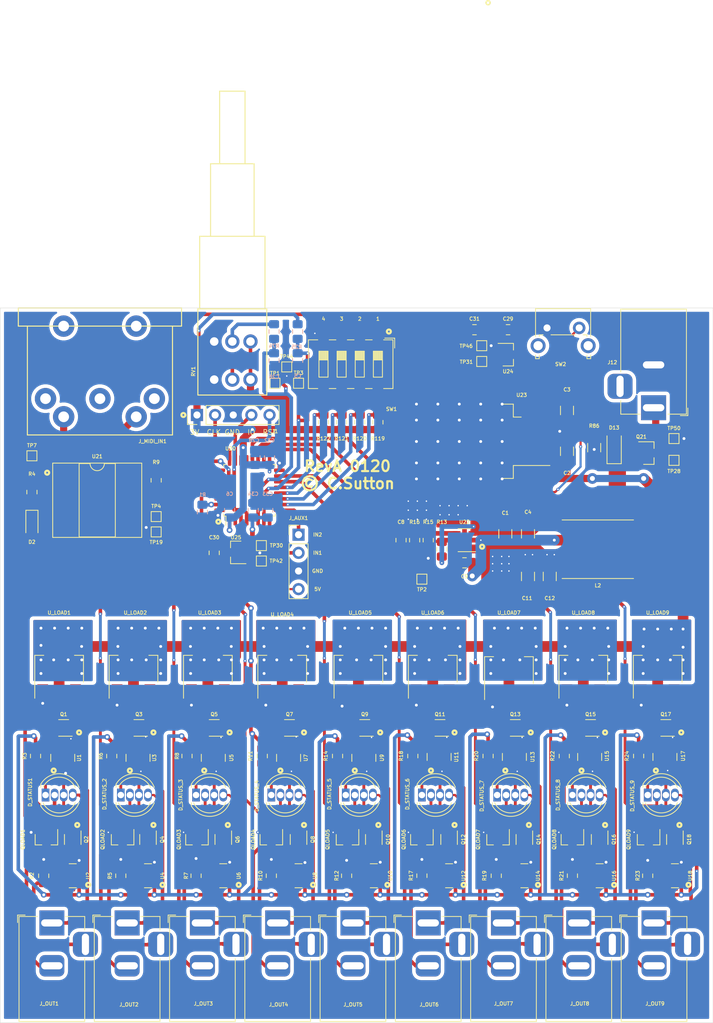
<source format=kicad_pcb>
(kicad_pcb (version 20171130) (host pcbnew 5.1.5-52549c5~84~ubuntu18.04.1)
  (title_block (rev C) (company "C Sutton"))
  (layers (0 F.Cu signal) (31 B.Cu signal) (34 B.Paste user) (35 F.Paste user) (36 B.SilkS user) (37 F.SilkS user) (38 B.Mask user) (39 F.Mask user) (44 Edge.Cuts user))
  (net 0 "")
  (net 1 GNDS)
  (net 2 +5V)
  (net 3 +3V3)
  (net 4 /ADC_IN0)
  (net 5 "Net-(D2-Pad2)")
  (net 6 "Net-(D2-Pad1)")
  (net 7 /NRST)
  (net 8 /SWDIO)
  (net 9 /SWCLK)
  (net 10 "Net-(J_MIDI_IN1-Pad4)")
  (net 11 +3.3VA)
  (net 12 /TIM1_CH3)
  (net 13 /TIM3_CH2)
  (net 14 /TIM3_CH1)
  (net 15 /TIM3_CH4)
  (net 16 /TIM3_CH3)
  (net 17 /TIM1_CH2)
  (net 18 /TIM1_CH1)
  (net 19 /TIM2_CH2)
  (net 20 /TIM2_CH1)
  (net 21 "Net-(R1-Pad1)")
  (net 22 /MIDI_RX)
  (net 23 "Net-(R74-Pad1)")
  (net 24 "Net-(D13-Pad2)")
  (net 25 /PowerSupply/VIN)
  (net 26 /PowerSupply/VIN_POL)
  (net 27 /CH1_PWR)
  (net 28 /CH2_PWR)
  (net 29 /ChannelStatusLED1/CH_LED3)
  (net 30 /ChannelStatusLED2/CH_LED3)
  (net 31 /CH3_PWR)
  (net 32 /ChannelStatusLED3/CH_LED3)
  (net 33 /CH4_PWR)
  (net 34 /ChannelStatusLED4/CH_LED3)
  (net 35 /CH5_PWR)
  (net 36 /ChannelStatusLED5/CH_LED3)
  (net 37 /CH6_PWR)
  (net 38 /ChannelStatusLED6/CH_LED3)
  (net 39 /CH7_PWR)
  (net 40 /ChannelStatusLED7/CH_LED3)
  (net 41 /CH8_PWR)
  (net 42 /ChannelStatusLED8/CH_LED3)
  (net 43 /CH9_PWR)
  (net 44 /ChannelStatusLED9/CH_LED3)
  (net 45 /ChannelNMOS1/CH_CATHODE)
  (net 46 /ChannelNMOS2/CH_CATHODE)
  (net 47 /ChannelNMOS3/CH_CATHODE)
  (net 48 /ChannelNMOS4/CH_CATHODE)
  (net 49 /ChannelNMOS5/CH_CATHODE)
  (net 50 /ChannelNMOS6/CH_CATHODE)
  (net 51 /ChannelNMOS7/CH_CATHODE)
  (net 52 /ChannelNMOS8/CH_CATHODE)
  (net 53 /ChannelNMOS9/CH_CATHODE)
  (net 54 /STATUS1_ANODE)
  (net 55 /STATUS2_ANODE)
  (net 56 /STATUS3_ANODE)
  (net 57 /STATUS4_ANODE)
  (net 58 /STATUS5_ANODE)
  (net 59 /STATUS6_ANODE)
  (net 60 /STATUS7_ANODE)
  (net 61 /STATUS8_ANODE)
  (net 62 /STATUS9_ANODE)
  (net 63 /ChannelStatusLED1/CH_DISABLE_SW)
  (net 64 /ChannelStatusLED2/CH_DISABLE_SW)
  (net 65 /ChannelStatusLED3/CH_DISABLE_SW)
  (net 66 /ChannelStatusLED4/CH_DISABLE_SW)
  (net 67 /ChannelStatusLED5/CH_DISABLE_SW)
  (net 68 /ChannelStatusLED6/CH_DISABLE_SW)
  (net 69 /ChannelStatusLED7/CH_DISABLE_SW)
  (net 70 /ChannelStatusLED8/CH_DISABLE_SW)
  (net 71 /ChannelStatusLED9/CH_DISABLE_SW)
  (net 72 /CONFIG1)
  (net 73 /CONFIG2)
  (net 74 /CONFIG3)
  (net 75 /CONFIG4)
  (net 76 /ADC_IN2)
  (net 77 /ADC_IN1)
  (net 78 "Net-(Q1-Pad2)")
  (net 79 "Net-(Q1-Pad5)")
  (net 80 "Net-(Q2-Pad2)")
  (net 81 "Net-(Q3-Pad2)")
  (net 82 "Net-(Q3-Pad5)")
  (net 83 "Net-(Q4-Pad2)")
  (net 84 "Net-(Q5-Pad2)")
  (net 85 "Net-(Q5-Pad5)")
  (net 86 "Net-(Q6-Pad2)")
  (net 87 "Net-(Q7-Pad2)")
  (net 88 "Net-(Q7-Pad5)")
  (net 89 "Net-(Q8-Pad2)")
  (net 90 "Net-(Q9-Pad2)")
  (net 91 "Net-(Q9-Pad5)")
  (net 92 VPP)
  (net 93 "Net-(C9-Pad2)")
  (net 94 "Net-(C9-Pad1)")
  (net 95 /PowerSupply/ENSW)
  (net 96 "Net-(C8-Pad2)")
  (net 97 /ChannelStatusLED1/CH_LED4)
  (net 98 /ChannelStatusLED1/CH_LED1)
  (net 99 /ChannelStatusLED2/CH_LED4)
  (net 100 /ChannelStatusLED2/CH_LED1)
  (net 101 /ChannelStatusLED3/CH_LED4)
  (net 102 /ChannelStatusLED3/CH_LED1)
  (net 103 /ChannelStatusLED4/CH_LED4)
  (net 104 /ChannelStatusLED4/CH_LED1)
  (net 105 /ChannelStatusLED5/CH_LED4)
  (net 106 /ChannelStatusLED5/CH_LED1)
  (net 107 /ChannelStatusLED6/CH_LED4)
  (net 108 /ChannelStatusLED6/CH_LED1)
  (net 109 /ChannelStatusLED7/CH_LED4)
  (net 110 /ChannelStatusLED7/CH_LED1)
  (net 111 /ChannelStatusLED8/CH_LED4)
  (net 112 /ChannelStatusLED8/CH_LED1)
  (net 113 /ChannelStatusLED9/CH_LED4)
  (net 114 /ChannelStatusLED9/CH_LED1)
  (net 115 "Net-(J_MIDI_IN1-Pad1)")
  (net 116 "Net-(J_MIDI_IN1-Pad3)")
  (net 117 "Net-(J_MIDI_IN1-Pad2)")
  (net 118 "Net-(Q1-Pad6)")
  (net 119 "Net-(Q1-Pad3)")
  (net 120 "Net-(Q2-Pad4)")
  (net 121 "Net-(Q2-Pad1)")
  (net 122 "Net-(Q3-Pad6)")
  (net 123 "Net-(Q3-Pad3)")
  (net 124 "Net-(Q4-Pad4)")
  (net 125 "Net-(Q4-Pad1)")
  (net 126 "Net-(Q5-Pad6)")
  (net 127 "Net-(Q5-Pad3)")
  (net 128 "Net-(Q6-Pad4)")
  (net 129 "Net-(Q6-Pad1)")
  (net 130 "Net-(Q7-Pad6)")
  (net 131 "Net-(Q7-Pad3)")
  (net 132 "Net-(Q8-Pad4)")
  (net 133 "Net-(Q8-Pad1)")
  (net 134 "Net-(Q9-Pad6)")
  (net 135 "Net-(Q9-Pad3)")
  (net 136 "Net-(Q10-Pad4)")
  (net 137 "Net-(Q10-Pad2)")
  (net 138 "Net-(Q10-Pad1)")
  (net 139 "Net-(Q11-Pad6)")
  (net 140 "Net-(Q11-Pad2)")
  (net 141 "Net-(Q11-Pad5)")
  (net 142 "Net-(Q11-Pad3)")
  (net 143 "Net-(Q12-Pad4)")
  (net 144 "Net-(Q12-Pad2)")
  (net 145 "Net-(Q12-Pad1)")
  (net 146 "Net-(Q13-Pad6)")
  (net 147 "Net-(Q13-Pad2)")
  (net 148 "Net-(Q13-Pad5)")
  (net 149 "Net-(Q13-Pad3)")
  (net 150 "Net-(Q14-Pad4)")
  (net 151 "Net-(Q14-Pad2)")
  (net 152 "Net-(Q14-Pad1)")
  (net 153 "Net-(Q15-Pad6)")
  (net 154 "Net-(Q15-Pad2)")
  (net 155 "Net-(Q15-Pad5)")
  (net 156 "Net-(Q15-Pad3)")
  (net 157 "Net-(Q16-Pad4)")
  (net 158 "Net-(Q16-Pad2)")
  (net 159 "Net-(Q16-Pad1)")
  (net 160 "Net-(Q17-Pad6)")
  (net 161 "Net-(Q17-Pad2)")
  (net 162 "Net-(Q17-Pad5)")
  (net 163 "Net-(Q17-Pad3)")
  (net 164 "Net-(Q18-Pad4)")
  (net 165 "Net-(Q18-Pad2)")
  (net 166 "Net-(Q18-Pad1)")
  (net 167 "Net-(U20-Pad29)")
  (net 168 "Net-(U20-Pad22)")
  (net 169 "Net-(U20-Pad21)")
  (net 170 "Net-(U20-Pad3)")
  (net 171 "Net-(U20-Pad2)")
  (net 172 "Net-(U21-Pad4)")
  (net 173 "Net-(U21-Pad7)")
  (net 174 "Net-(U21-Pad1)")
  (net 175 /ADC_IN3)
  (net 176 "Net-(R25-Pad1)")
  (module Package_TO_SOT_SMD:TO-263-2 (layer F.Cu) (at 162.2552 62.103 180)
    (fp_text reference U23 (at -4.1148 6.477) (layer F.SilkS) (effects (font (size 0.5 0.5) (thickness 0.1))))
    (fp_text value L7805)
    (pad 2 smd rect (at 3.375 0 180) (size 9.4 10.8) (layers F.Cu F.Mask) (net 1 GNDS))
    (pad 3 smd rect (at -5.775 2.54 180) (size 4.6 1.1) (layers F.Cu F.Paste F.Mask) (net 2 +5V))
    (pad 1 smd rect (at -5.775 -2.54 180) (size 4.6 1.1) (layers F.Cu F.Paste F.Mask) (net 92 VPP))
  )
  (module TestPoint:TestPoint_Pad_1.0x1.0mm (layer F.Cu) (at 135.128 53.975)
    (fp_text reference TP3 (at 0 -1.448) (layer F.SilkS) (effects (font (size 0.5 0.5) (thickness 0.1))))
    (fp_text value TestPoint)
    (pad 1 smd rect (at 0 0) (size 1 1) (layers F.Cu F.Mask) (net 77 /ADC_IN1))
  )
  (module PTH901:PTH901 (layer F.Cu) (at 125.857 51.181 90)
    (fp_text reference RV1 (at -1.143 -5.461 90) (layer F.SilkS) (effects (font (size 0.5 0.5) (thickness 0.1))))
    (fp_text value PTH901)
    (pad 6 thru_hole circle (at -2.286 2.54 90) (size 2 2) (drill 1.2) (layers *.Cu *.Mask) (net 3 +3V3))
    (pad 5 thru_hole circle (at -2.286 0 90) (size 2 2) (drill 1.2) (layers *.Cu *.Mask) (net 176 "Net-(R25-Pad1)"))
    (pad 4 thru_hole circle (at -2.286 -2.54 90) (size 2 2) (drill 1.2) (layers *.Cu *.Mask) (net 1 GNDS))
    (pad 3 thru_hole circle (at 3.048 2.54 90) (size 2 2) (drill 1.2) (layers *.Cu *.Mask) (net 3 +3V3))
    (pad 2 thru_hole circle (at 3.048 0 90) (size 2 2) (drill 1.2) (layers *.Cu *.Mask) (net 23 "Net-(R74-Pad1)"))
    (pad 1 thru_hole circle (at 3.048 -2.54 90) (size 2 2) (drill 1.2) (layers *.Cu *.Mask) (net 1 GNDS))
  )
  (module Resistor_SMD:R_0805_2012Metric_Pad1.15x1.40mm_HandSolder (layer B.Cu) (at 135.001 46.736 270)
    (fp_text reference R25 (at 2.159 0.127) (layer B.SilkS) (effects (font (size 0.5 0.5) (thickness 0.1)) (justify mirror)))
    (fp_text value 100R)
    (pad 2 smd roundrect (at 1.025 0 270) (size 1.15 1.4) (layers B.Cu B.Paste B.Mask) (roundrect_rratio 0.217391) (net 77 /ADC_IN1))
    (pad 1 smd roundrect (at -1.025 0 270) (size 1.15 1.4) (layers B.Cu B.Paste B.Mask) (roundrect_rratio 0.217391) (net 176 "Net-(R25-Pad1)"))
  )
  (module Capacitor_SMD:C_0805_2012Metric_Pad1.15x1.40mm_HandSolder (layer B.Cu) (at 135.001 50.8 90)
    (fp_text reference C5 (at -2.159 0) (layer B.SilkS) (effects (font (size 0.5 0.5) (thickness 0.1)) (justify mirror)))
    (fp_text value 100pF)
    (pad 2 smd roundrect (at 1.025 0 90) (size 1.15 1.4) (layers B.Cu B.Paste B.Mask) (roundrect_rratio 0.217391) (net 77 /ADC_IN1))
    (pad 1 smd roundrect (at -1.025 0 90) (size 1.15 1.4) (layers B.Cu B.Paste B.Mask) (roundrect_rratio 0.217391) (net 1 GNDS))
  )
  (module Package_TO_SOT_SMD:SOT-23 (layer F.Cu) (at 184.15 117.856 270)
    (fp_text reference QLOAD9 (at 0 2.794 90) (layer F.SilkS) (effects (font (size 0.5 0.5) (thickness 0.1))))
    (fp_text value MMBT3904)
    (pad 3 smd rect (at 1 0 270) (size 0.9 0.8) (layers F.Cu F.Paste F.Mask) (net 53 /ChannelNMOS9/CH_CATHODE))
    (pad 2 smd rect (at -1 0.95 270) (size 0.9 0.8) (layers F.Cu F.Paste F.Mask) (net 1 GNDS))
    (pad 1 smd rect (at -1 -0.95 270) (size 0.9 0.8) (layers F.Cu F.Paste F.Mask) (net 12 /TIM1_CH3))
  )
  (module Package_TO_SOT_SMD:SOT-23 (layer F.Cu) (at 173.482 117.856 270)
    (fp_text reference QLOAD8 (at 0 2.54 90) (layer F.SilkS) (effects (font (size 0.5 0.5) (thickness 0.1))))
    (fp_text value MMBT3904)
    (pad 3 smd rect (at 1 0 270) (size 0.9 0.8) (layers F.Cu F.Paste F.Mask) (net 52 /ChannelNMOS8/CH_CATHODE))
    (pad 2 smd rect (at -1 0.95 270) (size 0.9 0.8) (layers F.Cu F.Paste F.Mask) (net 1 GNDS))
    (pad 1 smd rect (at -1 -0.95 270) (size 0.9 0.8) (layers F.Cu F.Paste F.Mask) (net 17 /TIM1_CH2))
  )
  (module Package_TO_SOT_SMD:SOT-23 (layer F.Cu) (at 163.068 117.856 270)
    (fp_text reference QLOAD7 (at 0 2.794 90) (layer F.SilkS) (effects (font (size 0.5 0.5) (thickness 0.1))))
    (fp_text value MMBT3904)
    (pad 3 smd rect (at 1 0 270) (size 0.9 0.8) (layers F.Cu F.Paste F.Mask) (net 51 /ChannelNMOS7/CH_CATHODE))
    (pad 2 smd rect (at -1 0.95 270) (size 0.9 0.8) (layers F.Cu F.Paste F.Mask) (net 1 GNDS))
    (pad 1 smd rect (at -1 -0.95 270) (size 0.9 0.8) (layers F.Cu F.Paste F.Mask) (net 18 /TIM1_CH1))
  )
  (module Package_TO_SOT_SMD:SOT-23 (layer F.Cu) (at 152.4 117.856 270)
    (fp_text reference QLOAD6 (at 0 2.54 90) (layer F.SilkS) (effects (font (size 0.5 0.5) (thickness 0.1))))
    (fp_text value MMBT3904)
    (pad 3 smd rect (at 1 0 270) (size 0.9 0.8) (layers F.Cu F.Paste F.Mask) (net 50 /ChannelNMOS6/CH_CATHODE))
    (pad 2 smd rect (at -1 0.95 270) (size 0.9 0.8) (layers F.Cu F.Paste F.Mask) (net 1 GNDS))
    (pad 1 smd rect (at -1 -0.95 270) (size 0.9 0.8) (layers F.Cu F.Paste F.Mask) (net 15 /TIM3_CH4))
  )
  (module Package_TO_SOT_SMD:SOT-23 (layer F.Cu) (at 141.986 117.856 270)
    (fp_text reference QLOAD5 (at 0 2.794 90) (layer F.SilkS) (effects (font (size 0.5 0.5) (thickness 0.1))))
    (fp_text value MMBT3904)
    (pad 3 smd rect (at 1 0 270) (size 0.9 0.8) (layers F.Cu F.Paste F.Mask) (net 49 /ChannelNMOS5/CH_CATHODE))
    (pad 2 smd rect (at -1 0.95 270) (size 0.9 0.8) (layers F.Cu F.Paste F.Mask) (net 1 GNDS))
    (pad 1 smd rect (at -1 -0.95 270) (size 0.9 0.8) (layers F.Cu F.Paste F.Mask) (net 16 /TIM3_CH3))
  )
  (module Package_TO_SOT_SMD:SOT-23 (layer F.Cu) (at 131.318 117.856 270)
    (fp_text reference QLOAD4 (at 0 2.54 90) (layer F.SilkS) (effects (font (size 0.5 0.5) (thickness 0.1))))
    (fp_text value MMBT3904)
    (pad 3 smd rect (at 1 0 270) (size 0.9 0.8) (layers F.Cu F.Paste F.Mask) (net 48 /ChannelNMOS4/CH_CATHODE))
    (pad 2 smd rect (at -1 0.95 270) (size 0.9 0.8) (layers F.Cu F.Paste F.Mask) (net 1 GNDS))
    (pad 1 smd rect (at -1 -0.95 270) (size 0.9 0.8) (layers F.Cu F.Paste F.Mask) (net 13 /TIM3_CH2))
  )
  (module Package_TO_SOT_SMD:SOT-23 (layer F.Cu) (at 120.904 117.856 270)
    (fp_text reference QLOAD3 (at 0 2.54 90) (layer F.SilkS) (effects (font (size 0.5 0.5) (thickness 0.1))))
    (fp_text value MMBT3904)
    (pad 3 smd rect (at 1 0 270) (size 0.9 0.8) (layers F.Cu F.Paste F.Mask) (net 47 /ChannelNMOS3/CH_CATHODE))
    (pad 2 smd rect (at -1 0.95 270) (size 0.9 0.8) (layers F.Cu F.Paste F.Mask) (net 1 GNDS))
    (pad 1 smd rect (at -1 -0.95 270) (size 0.9 0.8) (layers F.Cu F.Paste F.Mask) (net 14 /TIM3_CH1))
  )
  (module Package_TO_SOT_SMD:SOT-23 (layer F.Cu) (at 110.49 117.856 270)
    (fp_text reference QLOAD2 (at 0 2.794 90) (layer F.SilkS) (effects (font (size 0.5 0.5) (thickness 0.1))))
    (fp_text value MMBT3904)
    (pad 3 smd rect (at 1 0 270) (size 0.9 0.8) (layers F.Cu F.Paste F.Mask) (net 46 /ChannelNMOS2/CH_CATHODE))
    (pad 2 smd rect (at -1 0.95 270) (size 0.9 0.8) (layers F.Cu F.Paste F.Mask) (net 1 GNDS))
    (pad 1 smd rect (at -1 -0.95 270) (size 0.9 0.8) (layers F.Cu F.Paste F.Mask) (net 19 /TIM2_CH2))
  )
  (module Package_TO_SOT_SMD:SOT-23 (layer F.Cu) (at 99.822 117.856 270)
    (fp_text reference QLOAD1 (at 0 3.302 270) (layer F.SilkS) (effects (font (size 0.5 0.5) (thickness 0.1))))
    (fp_text value MMBT3904)
    (pad 3 smd rect (at 1 0 270) (size 0.9 0.8) (layers F.Cu F.Paste F.Mask) (net 45 /ChannelNMOS1/CH_CATHODE))
    (pad 2 smd rect (at -1 0.95 270) (size 0.9 0.8) (layers F.Cu F.Paste F.Mask) (net 1 GNDS))
    (pad 1 smd rect (at -1 -0.95 270) (size 0.9 0.8) (layers F.Cu F.Paste F.Mask) (net 20 /TIM2_CH1))
  )
  (module Resistor_SMD:R_Array_Convex_4x0603 (layer F.Cu) (at 187.833 122.936 180)
    (fp_text reference U18 (at -2.159 0 270) (layer F.SilkS) (effects (font (size 0.5 0.5) (thickness 0.1))))
    (fp_text value "RAx4_4 1K")
    (pad 5 smd rect (at 0.9 1.2 180) (size 0.8 0.5) (layers F.Cu F.Paste F.Mask) (net 166 "Net-(Q18-Pad1)"))
    (pad 6 smd rect (at 0.9 0.4 180) (size 0.8 0.4) (layers F.Cu F.Paste F.Mask) (net 165 "Net-(Q18-Pad2)"))
    (pad 8 smd rect (at 0.9 -1.2 180) (size 0.8 0.5) (layers F.Cu F.Paste F.Mask) (net 53 /ChannelNMOS9/CH_CATHODE))
    (pad 7 smd rect (at 0.9 -0.4 180) (size 0.8 0.4) (layers F.Cu F.Paste F.Mask) (net 164 "Net-(Q18-Pad4)"))
    (pad 4 smd rect (at -0.9 1.2 180) (size 0.8 0.5) (layers F.Cu F.Paste F.Mask) (net 1 GNDS))
    (pad 2 smd rect (at -0.9 -0.4 180) (size 0.8 0.4) (layers F.Cu F.Paste F.Mask) (net 2 +5V))
    (pad 3 smd rect (at -0.9 0.4 180) (size 0.8 0.4) (layers F.Cu F.Paste F.Mask) (net 71 /ChannelStatusLED9/CH_DISABLE_SW))
    (pad 1 smd rect (at -0.9 -1.2 180) (size 0.8 0.5) (layers F.Cu F.Paste F.Mask) (net 2 +5V))
  )
  (module Resistor_SMD:R_Array_Convex_4x0603 (layer F.Cu) (at 177.292 122.936 180)
    (fp_text reference U16 (at -2.032 0 90) (layer F.SilkS) (effects (font (size 0.5 0.5) (thickness 0.1))))
    (fp_text value "RAx4_4 1K")
    (pad 5 smd rect (at 0.9 1.2 180) (size 0.8 0.5) (layers F.Cu F.Paste F.Mask) (net 159 "Net-(Q16-Pad1)"))
    (pad 6 smd rect (at 0.9 0.4 180) (size 0.8 0.4) (layers F.Cu F.Paste F.Mask) (net 158 "Net-(Q16-Pad2)"))
    (pad 8 smd rect (at 0.9 -1.2 180) (size 0.8 0.5) (layers F.Cu F.Paste F.Mask) (net 52 /ChannelNMOS8/CH_CATHODE))
    (pad 7 smd rect (at 0.9 -0.4 180) (size 0.8 0.4) (layers F.Cu F.Paste F.Mask) (net 157 "Net-(Q16-Pad4)"))
    (pad 4 smd rect (at -0.9 1.2 180) (size 0.8 0.5) (layers F.Cu F.Paste F.Mask) (net 1 GNDS))
    (pad 2 smd rect (at -0.9 -0.4 180) (size 0.8 0.4) (layers F.Cu F.Paste F.Mask) (net 2 +5V))
    (pad 3 smd rect (at -0.9 0.4 180) (size 0.8 0.4) (layers F.Cu F.Paste F.Mask) (net 70 /ChannelStatusLED8/CH_DISABLE_SW))
    (pad 1 smd rect (at -0.9 -1.2 180) (size 0.8 0.5) (layers F.Cu F.Paste F.Mask) (net 2 +5V))
  )
  (module Resistor_SMD:R_Array_Convex_4x0603 (layer F.Cu) (at 166.751 122.936 180)
    (fp_text reference U14 (at -1.905 0 270) (layer F.SilkS) (effects (font (size 0.5 0.5) (thickness 0.1))))
    (fp_text value "RAx4_4 1K")
    (pad 5 smd rect (at 0.9 1.2 180) (size 0.8 0.5) (layers F.Cu F.Paste F.Mask) (net 152 "Net-(Q14-Pad1)"))
    (pad 6 smd rect (at 0.9 0.4 180) (size 0.8 0.4) (layers F.Cu F.Paste F.Mask) (net 151 "Net-(Q14-Pad2)"))
    (pad 8 smd rect (at 0.9 -1.2 180) (size 0.8 0.5) (layers F.Cu F.Paste F.Mask) (net 51 /ChannelNMOS7/CH_CATHODE))
    (pad 7 smd rect (at 0.9 -0.4 180) (size 0.8 0.4) (layers F.Cu F.Paste F.Mask) (net 150 "Net-(Q14-Pad4)"))
    (pad 4 smd rect (at -0.9 1.2 180) (size 0.8 0.5) (layers F.Cu F.Paste F.Mask) (net 1 GNDS))
    (pad 2 smd rect (at -0.9 -0.4 180) (size 0.8 0.4) (layers F.Cu F.Paste F.Mask) (net 2 +5V))
    (pad 3 smd rect (at -0.9 0.4 180) (size 0.8 0.4) (layers F.Cu F.Paste F.Mask) (net 69 /ChannelStatusLED7/CH_DISABLE_SW))
    (pad 1 smd rect (at -0.9 -1.2 180) (size 0.8 0.5) (layers F.Cu F.Paste F.Mask) (net 2 +5V))
  )
  (module Resistor_SMD:R_Array_Convex_4x0603 (layer F.Cu) (at 156.21 122.936 180)
    (fp_text reference U12 (at -2.032 0 270) (layer F.SilkS) (effects (font (size 0.5 0.5) (thickness 0.1))))
    (fp_text value "RAx4_4 1K")
    (pad 5 smd rect (at 0.9 1.2 180) (size 0.8 0.5) (layers F.Cu F.Paste F.Mask) (net 145 "Net-(Q12-Pad1)"))
    (pad 6 smd rect (at 0.9 0.4 180) (size 0.8 0.4) (layers F.Cu F.Paste F.Mask) (net 144 "Net-(Q12-Pad2)"))
    (pad 8 smd rect (at 0.9 -1.2 180) (size 0.8 0.5) (layers F.Cu F.Paste F.Mask) (net 50 /ChannelNMOS6/CH_CATHODE))
    (pad 7 smd rect (at 0.9 -0.4 180) (size 0.8 0.4) (layers F.Cu F.Paste F.Mask) (net 143 "Net-(Q12-Pad4)"))
    (pad 4 smd rect (at -0.9 1.2 180) (size 0.8 0.5) (layers F.Cu F.Paste F.Mask) (net 1 GNDS))
    (pad 2 smd rect (at -0.9 -0.4 180) (size 0.8 0.4) (layers F.Cu F.Paste F.Mask) (net 2 +5V))
    (pad 3 smd rect (at -0.9 0.4 180) (size 0.8 0.4) (layers F.Cu F.Paste F.Mask) (net 68 /ChannelStatusLED6/CH_DISABLE_SW))
    (pad 1 smd rect (at -0.9 -1.2 180) (size 0.8 0.5) (layers F.Cu F.Paste F.Mask) (net 2 +5V))
  )
  (module Resistor_SMD:R_Array_Convex_4x0603 (layer F.Cu) (at 145.669 122.936 180)
    (fp_text reference U10 (at -2.286 0 270) (layer F.SilkS) (effects (font (size 0.5 0.5) (thickness 0.1))))
    (fp_text value "RAx4_4 1K")
    (pad 5 smd rect (at 0.9 1.2 180) (size 0.8 0.5) (layers F.Cu F.Paste F.Mask) (net 138 "Net-(Q10-Pad1)"))
    (pad 6 smd rect (at 0.9 0.4 180) (size 0.8 0.4) (layers F.Cu F.Paste F.Mask) (net 137 "Net-(Q10-Pad2)"))
    (pad 8 smd rect (at 0.9 -1.2 180) (size 0.8 0.5) (layers F.Cu F.Paste F.Mask) (net 49 /ChannelNMOS5/CH_CATHODE))
    (pad 7 smd rect (at 0.9 -0.4 180) (size 0.8 0.4) (layers F.Cu F.Paste F.Mask) (net 136 "Net-(Q10-Pad4)"))
    (pad 4 smd rect (at -0.9 1.2 180) (size 0.8 0.5) (layers F.Cu F.Paste F.Mask) (net 1 GNDS))
    (pad 2 smd rect (at -0.9 -0.4 180) (size 0.8 0.4) (layers F.Cu F.Paste F.Mask) (net 2 +5V))
    (pad 3 smd rect (at -0.9 0.4 180) (size 0.8 0.4) (layers F.Cu F.Paste F.Mask) (net 67 /ChannelStatusLED5/CH_DISABLE_SW))
    (pad 1 smd rect (at -0.9 -1.2 180) (size 0.8 0.5) (layers F.Cu F.Paste F.Mask) (net 2 +5V))
  )
  (module Resistor_SMD:R_Array_Convex_4x0603 (layer F.Cu) (at 135.128 122.936 180)
    (fp_text reference U8 (at -2.286 0 90) (layer F.SilkS) (effects (font (size 0.5 0.5) (thickness 0.1))))
    (fp_text value "RAx4_4 1K")
    (pad 5 smd rect (at 0.9 1.2 180) (size 0.8 0.5) (layers F.Cu F.Paste F.Mask) (net 133 "Net-(Q8-Pad1)"))
    (pad 6 smd rect (at 0.9 0.4 180) (size 0.8 0.4) (layers F.Cu F.Paste F.Mask) (net 89 "Net-(Q8-Pad2)"))
    (pad 8 smd rect (at 0.9 -1.2 180) (size 0.8 0.5) (layers F.Cu F.Paste F.Mask) (net 48 /ChannelNMOS4/CH_CATHODE))
    (pad 7 smd rect (at 0.9 -0.4 180) (size 0.8 0.4) (layers F.Cu F.Paste F.Mask) (net 132 "Net-(Q8-Pad4)"))
    (pad 4 smd rect (at -0.9 1.2 180) (size 0.8 0.5) (layers F.Cu F.Paste F.Mask) (net 1 GNDS))
    (pad 2 smd rect (at -0.9 -0.4 180) (size 0.8 0.4) (layers F.Cu F.Paste F.Mask) (net 2 +5V))
    (pad 3 smd rect (at -0.9 0.4 180) (size 0.8 0.4) (layers F.Cu F.Paste F.Mask) (net 66 /ChannelStatusLED4/CH_DISABLE_SW))
    (pad 1 smd rect (at -0.9 -1.2 180) (size 0.8 0.5) (layers F.Cu F.Paste F.Mask) (net 2 +5V))
  )
  (module Resistor_SMD:R_Array_Convex_4x0603 (layer F.Cu) (at 124.587 122.936 180)
    (fp_text reference U6 (at -2.159 0 90) (layer F.SilkS) (effects (font (size 0.5 0.5) (thickness 0.1))))
    (fp_text value "RAx4_4 1K")
    (pad 5 smd rect (at 0.9 1.2 180) (size 0.8 0.5) (layers F.Cu F.Paste F.Mask) (net 129 "Net-(Q6-Pad1)"))
    (pad 6 smd rect (at 0.9 0.4 180) (size 0.8 0.4) (layers F.Cu F.Paste F.Mask) (net 86 "Net-(Q6-Pad2)"))
    (pad 8 smd rect (at 0.9 -1.2 180) (size 0.8 0.5) (layers F.Cu F.Paste F.Mask) (net 47 /ChannelNMOS3/CH_CATHODE))
    (pad 7 smd rect (at 0.9 -0.4 180) (size 0.8 0.4) (layers F.Cu F.Paste F.Mask) (net 128 "Net-(Q6-Pad4)"))
    (pad 4 smd rect (at -0.9 1.2 180) (size 0.8 0.5) (layers F.Cu F.Paste F.Mask) (net 1 GNDS))
    (pad 2 smd rect (at -0.9 -0.4 180) (size 0.8 0.4) (layers F.Cu F.Paste F.Mask) (net 2 +5V))
    (pad 3 smd rect (at -0.9 0.4 180) (size 0.8 0.4) (layers F.Cu F.Paste F.Mask) (net 65 /ChannelStatusLED3/CH_DISABLE_SW))
    (pad 1 smd rect (at -0.9 -1.2 180) (size 0.8 0.5) (layers F.Cu F.Paste F.Mask) (net 2 +5V))
  )
  (module Resistor_SMD:R_Array_Convex_4x0603 (layer F.Cu) (at 114.046 122.936 180)
    (fp_text reference U4 (at -2.032 0 90) (layer F.SilkS) (effects (font (size 0.5 0.5) (thickness 0.1))))
    (fp_text value "RAx4_4 1K")
    (pad 5 smd rect (at 0.9 1.2 180) (size 0.8 0.5) (layers F.Cu F.Paste F.Mask) (net 125 "Net-(Q4-Pad1)"))
    (pad 6 smd rect (at 0.9 0.4 180) (size 0.8 0.4) (layers F.Cu F.Paste F.Mask) (net 83 "Net-(Q4-Pad2)"))
    (pad 8 smd rect (at 0.9 -1.2 180) (size 0.8 0.5) (layers F.Cu F.Paste F.Mask) (net 46 /ChannelNMOS2/CH_CATHODE))
    (pad 7 smd rect (at 0.9 -0.4 180) (size 0.8 0.4) (layers F.Cu F.Paste F.Mask) (net 124 "Net-(Q4-Pad4)"))
    (pad 4 smd rect (at -0.9 1.2 180) (size 0.8 0.5) (layers F.Cu F.Paste F.Mask) (net 1 GNDS))
    (pad 2 smd rect (at -0.9 -0.4 180) (size 0.8 0.4) (layers F.Cu F.Paste F.Mask) (net 2 +5V))
    (pad 3 smd rect (at -0.9 0.4 180) (size 0.8 0.4) (layers F.Cu F.Paste F.Mask) (net 64 /ChannelStatusLED2/CH_DISABLE_SW))
    (pad 1 smd rect (at -0.9 -1.2 180) (size 0.8 0.5) (layers F.Cu F.Paste F.Mask) (net 2 +5V))
  )
  (module Resistor_SMD:R_Array_Convex_4x0603 (layer F.Cu) (at 103.505 122.936 180)
    (fp_text reference U2 (at -2.159 0 90) (layer F.SilkS) (effects (font (size 0.5 0.5) (thickness 0.1))))
    (fp_text value "RAx4_4 1K")
    (pad 5 smd rect (at 0.9 1.2 180) (size 0.8 0.5) (layers F.Cu F.Paste F.Mask) (net 121 "Net-(Q2-Pad1)"))
    (pad 6 smd rect (at 0.9 0.4 180) (size 0.8 0.4) (layers F.Cu F.Paste F.Mask) (net 80 "Net-(Q2-Pad2)"))
    (pad 8 smd rect (at 0.9 -1.2 180) (size 0.8 0.5) (layers F.Cu F.Paste F.Mask) (net 45 /ChannelNMOS1/CH_CATHODE))
    (pad 7 smd rect (at 0.9 -0.4 180) (size 0.8 0.4) (layers F.Cu F.Paste F.Mask) (net 120 "Net-(Q2-Pad4)"))
    (pad 4 smd rect (at -0.9 1.2 180) (size 0.8 0.5) (layers F.Cu F.Paste F.Mask) (net 1 GNDS))
    (pad 2 smd rect (at -0.9 -0.4 180) (size 0.8 0.4) (layers F.Cu F.Paste F.Mask) (net 2 +5V))
    (pad 3 smd rect (at -0.9 0.4 180) (size 0.8 0.4) (layers F.Cu F.Paste F.Mask) (net 63 /ChannelStatusLED1/CH_DISABLE_SW))
    (pad 1 smd rect (at -0.9 -1.2 180) (size 0.8 0.5) (layers F.Cu F.Paste F.Mask) (net 2 +5V))
  )
  (module Package_TO_SOT_SMD:SOT-223-3_TabPin2 (layer F.Cu) (at 101.6 93.98 90)
    (fp_text reference U_LOAD1 (at 7.874 0 180) (layer F.SilkS) (effects (font (size 0.5 0.5) (thickness 0.1))))
    (fp_text value NCV8450)
    (pad 1 smd rect (at -3.15 -2.3 90) (size 2 1.5) (layers F.Cu F.Paste F.Mask) (net 1 GNDS))
    (pad 3 smd rect (at -3.15 2.3 90) (size 2 1.5) (layers F.Cu F.Paste F.Mask) (net 27 /CH1_PWR))
    (pad 2 smd rect (at -3.15 0 90) (size 2 1.5) (layers F.Cu F.Paste F.Mask) (net 92 VPP))
    (pad 2 smd rect (at 3.15 0 90) (size 2 3.8) (layers F.Cu F.Paste F.Mask) (net 92 VPP))
  )
  (module Package_TO_SOT_SMD:SOT-223-3_TabPin2 (layer F.Cu) (at 185.42 93.98 90)
    (fp_text reference U_LOAD9 (at 7.874 0 180) (layer F.SilkS) (effects (font (size 0.5 0.5) (thickness 0.1))))
    (fp_text value NCV8450)
    (pad 1 smd rect (at -3.15 -2.3 90) (size 2 1.5) (layers F.Cu F.Paste F.Mask) (net 1 GNDS))
    (pad 3 smd rect (at -3.15 2.3 90) (size 2 1.5) (layers F.Cu F.Paste F.Mask) (net 43 /CH9_PWR))
    (pad 2 smd rect (at -3.15 0 90) (size 2 1.5) (layers F.Cu F.Paste F.Mask) (net 92 VPP))
    (pad 2 smd rect (at 3.15 0 90) (size 2 3.8) (layers F.Cu F.Paste F.Mask) (net 92 VPP))
  )
  (module Package_TO_SOT_SMD:SOT-223-3_TabPin2 (layer F.Cu) (at 175.006 93.98 90)
    (fp_text reference U_LOAD8 (at 7.874 0 180) (layer F.SilkS) (effects (font (size 0.5 0.5) (thickness 0.1))))
    (fp_text value NCV8450)
    (pad 1 smd rect (at -3.15 -2.3 90) (size 2 1.5) (layers F.Cu F.Paste F.Mask) (net 1 GNDS))
    (pad 3 smd rect (at -3.15 2.3 90) (size 2 1.5) (layers F.Cu F.Paste F.Mask) (net 41 /CH8_PWR))
    (pad 2 smd rect (at -3.15 0 90) (size 2 1.5) (layers F.Cu F.Paste F.Mask) (net 92 VPP))
    (pad 2 smd rect (at 3.15 0 90) (size 2 3.8) (layers F.Cu F.Paste F.Mask) (net 92 VPP))
  )
  (module Package_TO_SOT_SMD:SOT-223-3_TabPin2 (layer F.Cu) (at 164.592 94.173 90)
    (fp_text reference U_LOAD7 (at 8.067 0 180) (layer F.SilkS) (effects (font (size 0.5 0.5) (thickness 0.1))))
    (fp_text value NCV8450)
    (pad 1 smd rect (at -3.15 -2.3 90) (size 2 1.5) (layers F.Cu F.Paste F.Mask) (net 1 GNDS))
    (pad 3 smd rect (at -3.15 2.3 90) (size 2 1.5) (layers F.Cu F.Paste F.Mask) (net 39 /CH7_PWR))
    (pad 2 smd rect (at -3.15 0 90) (size 2 1.5) (layers F.Cu F.Paste F.Mask) (net 92 VPP))
    (pad 2 smd rect (at 3.15 0 90) (size 2 3.8) (layers F.Cu F.Paste F.Mask) (net 92 VPP))
  )
  (module Package_TO_SOT_SMD:SOT-223-3_TabPin2 (layer F.Cu) (at 153.924 93.98 90)
    (fp_text reference U_LOAD6 (at 7.874 0 180) (layer F.SilkS) (effects (font (size 0.5 0.5) (thickness 0.1))))
    (fp_text value NCV8450)
    (pad 1 smd rect (at -3.15 -2.3 90) (size 2 1.5) (layers F.Cu F.Paste F.Mask) (net 1 GNDS))
    (pad 3 smd rect (at -3.15 2.3 90) (size 2 1.5) (layers F.Cu F.Paste F.Mask) (net 37 /CH6_PWR))
    (pad 2 smd rect (at -3.15 0 90) (size 2 1.5) (layers F.Cu F.Paste F.Mask) (net 92 VPP))
    (pad 2 smd rect (at 3.15 0 90) (size 2 3.8) (layers F.Cu F.Paste F.Mask) (net 92 VPP))
  )
  (module Package_TO_SOT_SMD:SOT-223-3_TabPin2 (layer F.Cu) (at 143.51 93.98 90)
    (fp_text reference U_LOAD5 (at 7.874 0.254 180) (layer F.SilkS) (effects (font (size 0.5 0.5) (thickness 0.1))))
    (fp_text value NCV8450)
    (pad 1 smd rect (at -3.15 -2.3 90) (size 2 1.5) (layers F.Cu F.Paste F.Mask) (net 1 GNDS))
    (pad 3 smd rect (at -3.15 2.3 90) (size 2 1.5) (layers F.Cu F.Paste F.Mask) (net 35 /CH5_PWR))
    (pad 2 smd rect (at -3.15 0 90) (size 2 1.5) (layers F.Cu F.Paste F.Mask) (net 92 VPP))
    (pad 2 smd rect (at 3.15 0 90) (size 2 3.8) (layers F.Cu F.Paste F.Mask) (net 92 VPP))
  )
  (module Package_TO_SOT_SMD:SOT-223-3_TabPin2 (layer F.Cu) (at 132.842 93.98 90)
    (fp_text reference U_LOAD4 (at 7.62 0 180) (layer F.SilkS) (effects (font (size 0.5 0.5) (thickness 0.1))))
    (fp_text value NCV8450)
    (pad 1 smd rect (at -3.15 -2.3 90) (size 2 1.5) (layers F.Cu F.Paste F.Mask) (net 1 GNDS))
    (pad 3 smd rect (at -3.15 2.3 90) (size 2 1.5) (layers F.Cu F.Paste F.Mask) (net 33 /CH4_PWR))
    (pad 2 smd rect (at -3.15 0 90) (size 2 1.5) (layers F.Cu F.Paste F.Mask) (net 92 VPP))
    (pad 2 smd rect (at 3.15 0 90) (size 2 3.8) (layers F.Cu F.Paste F.Mask) (net 92 VPP))
  )
  (module Package_TO_SOT_SMD:SOT-223-3_TabPin2 (layer F.Cu) (at 122.428 93.98 90)
    (fp_text reference U_LOAD3 (at 7.874 0.254 180) (layer F.SilkS) (effects (font (size 0.5 0.5) (thickness 0.1))))
    (fp_text value NCV8450)
    (pad 1 smd rect (at -3.15 -2.3 90) (size 2 1.5) (layers F.Cu F.Paste F.Mask) (net 1 GNDS))
    (pad 3 smd rect (at -3.15 2.3 90) (size 2 1.5) (layers F.Cu F.Paste F.Mask) (net 31 /CH3_PWR))
    (pad 2 smd rect (at -3.15 0 90) (size 2 1.5) (layers F.Cu F.Paste F.Mask) (net 92 VPP))
    (pad 2 smd rect (at 3.15 0 90) (size 2 3.8) (layers F.Cu F.Paste F.Mask) (net 92 VPP))
  )
  (module Package_TO_SOT_SMD:SOT-223-3_TabPin2 (layer F.Cu) (at 112.014 93.98 90)
    (fp_text reference U_LOAD2 (at 7.874 0.254 180) (layer F.SilkS) (effects (font (size 0.5 0.5) (thickness 0.1))))
    (fp_text value NCV8450)
    (pad 1 smd rect (at -3.15 -2.3 90) (size 2 1.5) (layers F.Cu F.Paste F.Mask) (net 1 GNDS))
    (pad 3 smd rect (at -3.15 2.3 90) (size 2 1.5) (layers F.Cu F.Paste F.Mask) (net 28 /CH2_PWR))
    (pad 2 smd rect (at -3.15 0 90) (size 2 1.5) (layers F.Cu F.Paste F.Mask) (net 92 VPP))
    (pad 2 smd rect (at 3.15 0 90) (size 2 3.8) (layers F.Cu F.Paste F.Mask) (net 92 VPP))
  )
  (module Resistor_SMD:R_Array_Convex_4x0603 (layer F.Cu) (at 186.436 106.299 90)
    (fp_text reference U17 (at 0.127 2.54 90) (layer F.SilkS) (effects (font (size 0.5 0.5) (thickness 0.1))))
    (fp_text value "RAx4_4 1K")
    (pad 5 smd rect (at 0.9 1.2 90) (size 0.8 0.5) (layers F.Cu F.Paste F.Mask) (net 161 "Net-(Q17-Pad2)"))
    (pad 6 smd rect (at 0.9 0.4 90) (size 0.8 0.4) (layers F.Cu F.Paste F.Mask) (net 163 "Net-(Q17-Pad3)"))
    (pad 8 smd rect (at 0.9 -1.2 90) (size 0.8 0.5) (layers F.Cu F.Paste F.Mask) (net 162 "Net-(Q17-Pad5)"))
    (pad 7 smd rect (at 0.9 -0.4 90) (size 0.8 0.4) (layers F.Cu F.Paste F.Mask) (net 160 "Net-(Q17-Pad6)"))
    (pad 4 smd rect (at -0.9 1.2 90) (size 0.8 0.5) (layers F.Cu F.Paste F.Mask) (net 43 /CH9_PWR))
    (pad 2 smd rect (at -0.9 -0.4 90) (size 0.8 0.4) (layers F.Cu F.Paste F.Mask) (net 44 /ChannelStatusLED9/CH_LED3))
    (pad 3 smd rect (at -0.9 0.4 90) (size 0.8 0.4) (layers F.Cu F.Paste F.Mask) (net 1 GNDS))
    (pad 1 smd rect (at -0.9 -1.2 90) (size 0.8 0.5) (layers F.Cu F.Paste F.Mask) (net 43 /CH9_PWR))
  )
  (module Resistor_SMD:R_Array_Convex_4x0603 (layer F.Cu) (at 175.895 106.299 90)
    (fp_text reference U15 (at 0.127 2.413 90) (layer F.SilkS) (effects (font (size 0.5 0.5) (thickness 0.1))))
    (fp_text value "RAx4_4 1K")
    (pad 5 smd rect (at 0.9 1.2 90) (size 0.8 0.5) (layers F.Cu F.Paste F.Mask) (net 154 "Net-(Q15-Pad2)"))
    (pad 6 smd rect (at 0.9 0.4 90) (size 0.8 0.4) (layers F.Cu F.Paste F.Mask) (net 156 "Net-(Q15-Pad3)"))
    (pad 8 smd rect (at 0.9 -1.2 90) (size 0.8 0.5) (layers F.Cu F.Paste F.Mask) (net 155 "Net-(Q15-Pad5)"))
    (pad 7 smd rect (at 0.9 -0.4 90) (size 0.8 0.4) (layers F.Cu F.Paste F.Mask) (net 153 "Net-(Q15-Pad6)"))
    (pad 4 smd rect (at -0.9 1.2 90) (size 0.8 0.5) (layers F.Cu F.Paste F.Mask) (net 41 /CH8_PWR))
    (pad 2 smd rect (at -0.9 -0.4 90) (size 0.8 0.4) (layers F.Cu F.Paste F.Mask) (net 42 /ChannelStatusLED8/CH_LED3))
    (pad 3 smd rect (at -0.9 0.4 90) (size 0.8 0.4) (layers F.Cu F.Paste F.Mask) (net 1 GNDS))
    (pad 1 smd rect (at -0.9 -1.2 90) (size 0.8 0.5) (layers F.Cu F.Paste F.Mask) (net 41 /CH8_PWR))
  )
  (module Resistor_SMD:R_Array_Convex_4x0603 (layer F.Cu) (at 165.354 106.299 90)
    (fp_text reference U13 (at 0 2.54 90) (layer F.SilkS) (effects (font (size 0.5 0.5) (thickness 0.1))))
    (fp_text value "RAx4_4 1K")
    (pad 5 smd rect (at 0.9 1.2 90) (size 0.8 0.5) (layers F.Cu F.Paste F.Mask) (net 147 "Net-(Q13-Pad2)"))
    (pad 6 smd rect (at 0.9 0.4 90) (size 0.8 0.4) (layers F.Cu F.Paste F.Mask) (net 149 "Net-(Q13-Pad3)"))
    (pad 8 smd rect (at 0.9 -1.2 90) (size 0.8 0.5) (layers F.Cu F.Paste F.Mask) (net 148 "Net-(Q13-Pad5)"))
    (pad 7 smd rect (at 0.9 -0.4 90) (size 0.8 0.4) (layers F.Cu F.Paste F.Mask) (net 146 "Net-(Q13-Pad6)"))
    (pad 4 smd rect (at -0.9 1.2 90) (size 0.8 0.5) (layers F.Cu F.Paste F.Mask) (net 39 /CH7_PWR))
    (pad 2 smd rect (at -0.9 -0.4 90) (size 0.8 0.4) (layers F.Cu F.Paste F.Mask) (net 40 /ChannelStatusLED7/CH_LED3))
    (pad 3 smd rect (at -0.9 0.4 90) (size 0.8 0.4) (layers F.Cu F.Paste F.Mask) (net 1 GNDS))
    (pad 1 smd rect (at -0.9 -1.2 90) (size 0.8 0.5) (layers F.Cu F.Paste F.Mask) (net 39 /CH7_PWR))
  )
  (module Resistor_SMD:R_Array_Convex_4x0603 (layer F.Cu) (at 154.813 106.299 90)
    (fp_text reference U11 (at 0 2.413 90) (layer F.SilkS) (effects (font (size 0.5 0.5) (thickness 0.1))))
    (fp_text value "RAx4_4 1K")
    (pad 5 smd rect (at 0.9 1.2 90) (size 0.8 0.5) (layers F.Cu F.Paste F.Mask) (net 140 "Net-(Q11-Pad2)"))
    (pad 6 smd rect (at 0.9 0.4 90) (size 0.8 0.4) (layers F.Cu F.Paste F.Mask) (net 142 "Net-(Q11-Pad3)"))
    (pad 8 smd rect (at 0.9 -1.2 90) (size 0.8 0.5) (layers F.Cu F.Paste F.Mask) (net 141 "Net-(Q11-Pad5)"))
    (pad 7 smd rect (at 0.9 -0.4 90) (size 0.8 0.4) (layers F.Cu F.Paste F.Mask) (net 139 "Net-(Q11-Pad6)"))
    (pad 4 smd rect (at -0.9 1.2 90) (size 0.8 0.5) (layers F.Cu F.Paste F.Mask) (net 37 /CH6_PWR))
    (pad 2 smd rect (at -0.9 -0.4 90) (size 0.8 0.4) (layers F.Cu F.Paste F.Mask) (net 38 /ChannelStatusLED6/CH_LED3))
    (pad 3 smd rect (at -0.9 0.4 90) (size 0.8 0.4) (layers F.Cu F.Paste F.Mask) (net 1 GNDS))
    (pad 1 smd rect (at -0.9 -1.2 90) (size 0.8 0.5) (layers F.Cu F.Paste F.Mask) (net 37 /CH6_PWR))
  )
  (module Resistor_SMD:R_Array_Convex_4x0603 (layer F.Cu) (at 144.272 106.426 90)
    (fp_text reference U9 (at 0 2.54 90) (layer F.SilkS) (effects (font (size 0.5 0.5) (thickness 0.1))))
    (fp_text value "RAx4_4 1K")
    (pad 5 smd rect (at 0.9 1.2 90) (size 0.8 0.5) (layers F.Cu F.Paste F.Mask) (net 90 "Net-(Q9-Pad2)"))
    (pad 6 smd rect (at 0.9 0.4 90) (size 0.8 0.4) (layers F.Cu F.Paste F.Mask) (net 135 "Net-(Q9-Pad3)"))
    (pad 8 smd rect (at 0.9 -1.2 90) (size 0.8 0.5) (layers F.Cu F.Paste F.Mask) (net 91 "Net-(Q9-Pad5)"))
    (pad 7 smd rect (at 0.9 -0.4 90) (size 0.8 0.4) (layers F.Cu F.Paste F.Mask) (net 134 "Net-(Q9-Pad6)"))
    (pad 4 smd rect (at -0.9 1.2 90) (size 0.8 0.5) (layers F.Cu F.Paste F.Mask) (net 35 /CH5_PWR))
    (pad 2 smd rect (at -0.9 -0.4 90) (size 0.8 0.4) (layers F.Cu F.Paste F.Mask) (net 36 /ChannelStatusLED5/CH_LED3))
    (pad 3 smd rect (at -0.9 0.4 90) (size 0.8 0.4) (layers F.Cu F.Paste F.Mask) (net 1 GNDS))
    (pad 1 smd rect (at -0.9 -1.2 90) (size 0.8 0.5) (layers F.Cu F.Paste F.Mask) (net 35 /CH5_PWR))
  )
  (module Resistor_SMD:R_Array_Convex_4x0603 (layer F.Cu) (at 133.731 106.426 90)
    (fp_text reference U7 (at 0 2.413 90) (layer F.SilkS) (effects (font (size 0.5 0.5) (thickness 0.1))))
    (fp_text value "RAx4_4 1K")
    (pad 5 smd rect (at 0.9 1.2 90) (size 0.8 0.5) (layers F.Cu F.Paste F.Mask) (net 87 "Net-(Q7-Pad2)"))
    (pad 6 smd rect (at 0.9 0.4 90) (size 0.8 0.4) (layers F.Cu F.Paste F.Mask) (net 131 "Net-(Q7-Pad3)"))
    (pad 8 smd rect (at 0.9 -1.2 90) (size 0.8 0.5) (layers F.Cu F.Paste F.Mask) (net 88 "Net-(Q7-Pad5)"))
    (pad 7 smd rect (at 0.9 -0.4 90) (size 0.8 0.4) (layers F.Cu F.Paste F.Mask) (net 130 "Net-(Q7-Pad6)"))
    (pad 4 smd rect (at -0.9 1.2 90) (size 0.8 0.5) (layers F.Cu F.Paste F.Mask) (net 33 /CH4_PWR))
    (pad 2 smd rect (at -0.9 -0.4 90) (size 0.8 0.4) (layers F.Cu F.Paste F.Mask) (net 34 /ChannelStatusLED4/CH_LED3))
    (pad 3 smd rect (at -0.9 0.4 90) (size 0.8 0.4) (layers F.Cu F.Paste F.Mask) (net 1 GNDS))
    (pad 1 smd rect (at -0.9 -1.2 90) (size 0.8 0.5) (layers F.Cu F.Paste F.Mask) (net 33 /CH4_PWR))
  )
  (module Resistor_SMD:R_Array_Convex_4x0603 (layer F.Cu) (at 123.19 106.426 90)
    (fp_text reference U5 (at 0 2.54 270) (layer F.SilkS) (effects (font (size 0.5 0.5) (thickness 0.1))))
    (fp_text value "RAx4_4 1K")
    (pad 5 smd rect (at 0.9 1.2 90) (size 0.8 0.5) (layers F.Cu F.Paste F.Mask) (net 84 "Net-(Q5-Pad2)"))
    (pad 6 smd rect (at 0.9 0.4 90) (size 0.8 0.4) (layers F.Cu F.Paste F.Mask) (net 127 "Net-(Q5-Pad3)"))
    (pad 8 smd rect (at 0.9 -1.2 90) (size 0.8 0.5) (layers F.Cu F.Paste F.Mask) (net 85 "Net-(Q5-Pad5)"))
    (pad 7 smd rect (at 0.9 -0.4 90) (size 0.8 0.4) (layers F.Cu F.Paste F.Mask) (net 126 "Net-(Q5-Pad6)"))
    (pad 4 smd rect (at -0.9 1.2 90) (size 0.8 0.5) (layers F.Cu F.Paste F.Mask) (net 31 /CH3_PWR))
    (pad 2 smd rect (at -0.9 -0.4 90) (size 0.8 0.4) (layers F.Cu F.Paste F.Mask) (net 32 /ChannelStatusLED3/CH_LED3))
    (pad 3 smd rect (at -0.9 0.4 90) (size 0.8 0.4) (layers F.Cu F.Paste F.Mask) (net 1 GNDS))
    (pad 1 smd rect (at -0.9 -1.2 90) (size 0.8 0.5) (layers F.Cu F.Paste F.Mask) (net 31 /CH3_PWR))
  )
  (module Resistor_SMD:R_Array_Convex_4x0603 (layer F.Cu) (at 112.649 106.426 90)
    (fp_text reference U3 (at 0 2.286 90) (layer F.SilkS) (effects (font (size 0.5 0.5) (thickness 0.1))))
    (fp_text value "RAx4_4 1K")
    (pad 5 smd rect (at 0.9 1.2 90) (size 0.8 0.5) (layers F.Cu F.Paste F.Mask) (net 81 "Net-(Q3-Pad2)"))
    (pad 6 smd rect (at 0.9 0.4 90) (size 0.8 0.4) (layers F.Cu F.Paste F.Mask) (net 123 "Net-(Q3-Pad3)"))
    (pad 8 smd rect (at 0.9 -1.2 90) (size 0.8 0.5) (layers F.Cu F.Paste F.Mask) (net 82 "Net-(Q3-Pad5)"))
    (pad 7 smd rect (at 0.9 -0.4 90) (size 0.8 0.4) (layers F.Cu F.Paste F.Mask) (net 122 "Net-(Q3-Pad6)"))
    (pad 4 smd rect (at -0.9 1.2 90) (size 0.8 0.5) (layers F.Cu F.Paste F.Mask) (net 28 /CH2_PWR))
    (pad 2 smd rect (at -0.9 -0.4 90) (size 0.8 0.4) (layers F.Cu F.Paste F.Mask) (net 30 /ChannelStatusLED2/CH_LED3))
    (pad 3 smd rect (at -0.9 0.4 90) (size 0.8 0.4) (layers F.Cu F.Paste F.Mask) (net 1 GNDS))
    (pad 1 smd rect (at -0.9 -1.2 90) (size 0.8 0.5) (layers F.Cu F.Paste F.Mask) (net 28 /CH2_PWR))
  )
  (module Resistor_SMD:R_Array_Convex_4x0603 (layer F.Cu) (at 102.108 106.426 90)
    (fp_text reference U1 (at 0 2.286 270) (layer F.SilkS) (effects (font (size 0.5 0.5) (thickness 0.1))))
    (fp_text value "RAx4_4 1K")
    (pad 5 smd rect (at 0.9 1.2 90) (size 0.8 0.5) (layers F.Cu F.Paste F.Mask) (net 78 "Net-(Q1-Pad2)"))
    (pad 6 smd rect (at 0.9 0.4 90) (size 0.8 0.4) (layers F.Cu F.Paste F.Mask) (net 119 "Net-(Q1-Pad3)"))
    (pad 8 smd rect (at 0.9 -1.2 90) (size 0.8 0.5) (layers F.Cu F.Paste F.Mask) (net 79 "Net-(Q1-Pad5)"))
    (pad 7 smd rect (at 0.9 -0.4 90) (size 0.8 0.4) (layers F.Cu F.Paste F.Mask) (net 118 "Net-(Q1-Pad6)"))
    (pad 4 smd rect (at -0.9 1.2 90) (size 0.8 0.5) (layers F.Cu F.Paste F.Mask) (net 27 /CH1_PWR))
    (pad 2 smd rect (at -0.9 -0.4 90) (size 0.8 0.4) (layers F.Cu F.Paste F.Mask) (net 29 /ChannelStatusLED1/CH_LED3))
    (pad 3 smd rect (at -0.9 0.4 90) (size 0.8 0.4) (layers F.Cu F.Paste F.Mask) (net 1 GNDS))
    (pad 1 smd rect (at -0.9 -1.2 90) (size 0.8 0.5) (layers F.Cu F.Paste F.Mask) (net 27 /CH1_PWR))
  )
  (module Resistor_SMD:R_0805_2012Metric_Pad1.15x1.40mm_HandSolder (layer F.Cu) (at 182.753 106.172 90)
    (fp_text reference R24 (at 0 -1.65 90) (layer F.SilkS) (effects (font (size 0.5 0.5) (thickness 0.1))))
    (fp_text value 10K)
    (pad 1 smd roundrect (at -1.025 0 90) (size 1.15 1.4) (layers F.Cu F.Paste F.Mask) (roundrect_rratio 0.217391) (net 62 /STATUS9_ANODE))
    (pad 2 smd roundrect (at 1.025 0 90) (size 1.15 1.4) (layers F.Cu F.Paste F.Mask) (roundrect_rratio 0.217391) (net 2 +5V))
  )
  (module Resistor_SMD:R_0805_2012Metric_Pad1.15x1.40mm_HandSolder (layer F.Cu) (at 184.023 122.936 270)
    (fp_text reference R23 (at 0 1.397 270) (layer F.SilkS) (effects (font (size 0.5 0.5) (thickness 0.1))))
    (fp_text value 10K)
    (pad 2 smd roundrect (at 1.025 0 270) (size 1.15 1.4) (layers F.Cu F.Paste F.Mask) (roundrect_rratio 0.217391) (net 71 /ChannelStatusLED9/CH_DISABLE_SW))
    (pad 1 smd roundrect (at -1.025 0 270) (size 1.15 1.4) (layers F.Cu F.Paste F.Mask) (roundrect_rratio 0.217391) (net 1 GNDS))
  )
  (module Resistor_SMD:R_0805_2012Metric_Pad1.15x1.40mm_HandSolder (layer F.Cu) (at 172.339 106.172 90)
    (fp_text reference R22 (at 0 -1.65 90) (layer F.SilkS) (effects (font (size 0.5 0.5) (thickness 0.1))))
    (fp_text value 10K)
    (pad 2 smd roundrect (at 1.025 0 90) (size 1.15 1.4) (layers F.Cu F.Paste F.Mask) (roundrect_rratio 0.217391) (net 2 +5V))
    (pad 1 smd roundrect (at -1.025 0 90) (size 1.15 1.4) (layers F.Cu F.Paste F.Mask) (roundrect_rratio 0.217391) (net 61 /STATUS8_ANODE))
  )
  (module Resistor_SMD:R_0805_2012Metric_Pad1.15x1.40mm_HandSolder (layer F.Cu) (at 173.482 122.927 270)
    (fp_text reference R21 (at 0.009 1.524 270) (layer F.SilkS) (effects (font (size 0.5 0.5) (thickness 0.1))))
    (fp_text value 10K)
    (pad 2 smd roundrect (at 1.025 0 270) (size 1.15 1.4) (layers F.Cu F.Paste F.Mask) (roundrect_rratio 0.217391) (net 70 /ChannelStatusLED8/CH_DISABLE_SW))
    (pad 1 smd roundrect (at -1.025 0 270) (size 1.15 1.4) (layers F.Cu F.Paste F.Mask) (roundrect_rratio 0.217391) (net 1 GNDS))
  )
  (module Resistor_SMD:R_0805_2012Metric_Pad1.15x1.40mm_HandSolder (layer F.Cu) (at 161.671 106.172 90)
    (fp_text reference R20 (at 0 -1.65 90) (layer F.SilkS) (effects (font (size 0.5 0.5) (thickness 0.1))))
    (fp_text value 10K)
    (pad 2 smd roundrect (at 1.025 0 90) (size 1.15 1.4) (layers F.Cu F.Paste F.Mask) (roundrect_rratio 0.217391) (net 2 +5V))
    (pad 1 smd roundrect (at -1.025 0 90) (size 1.15 1.4) (layers F.Cu F.Paste F.Mask) (roundrect_rratio 0.217391) (net 60 /STATUS7_ANODE))
  )
  (module Resistor_SMD:R_0805_2012Metric_Pad1.15x1.40mm_HandSolder (layer F.Cu) (at 162.814 122.936 270)
    (fp_text reference R19 (at 0 1.651 270) (layer F.SilkS) (effects (font (size 0.5 0.5) (thickness 0.1))))
    (fp_text value 10K)
    (pad 2 smd roundrect (at 1.025 0 270) (size 1.15 1.4) (layers F.Cu F.Paste F.Mask) (roundrect_rratio 0.217391) (net 69 /ChannelStatusLED7/CH_DISABLE_SW))
    (pad 1 smd roundrect (at -1.025 0 270) (size 1.15 1.4) (layers F.Cu F.Paste F.Mask) (roundrect_rratio 0.217391) (net 1 GNDS))
  )
  (module Resistor_SMD:R_0805_2012Metric_Pad1.15x1.40mm_HandSolder (layer F.Cu) (at 151.13 106.172 90)
    (fp_text reference R18 (at 0 -1.65 90) (layer F.SilkS) (effects (font (size 0.5 0.5) (thickness 0.1))))
    (fp_text value 10K)
    (pad 2 smd roundrect (at 1.025 0 90) (size 1.15 1.4) (layers F.Cu F.Paste F.Mask) (roundrect_rratio 0.217391) (net 2 +5V))
    (pad 1 smd roundrect (at -1.025 0 90) (size 1.15 1.4) (layers F.Cu F.Paste F.Mask) (roundrect_rratio 0.217391) (net 59 /STATUS6_ANODE))
  )
  (module Resistor_SMD:R_0805_2012Metric_Pad1.15x1.40mm_HandSolder (layer F.Cu) (at 152.4 122.927 270)
    (fp_text reference R17 (at 0 1.524 270) (layer F.SilkS) (effects (font (size 0.5 0.5) (thickness 0.1))))
    (fp_text value 10K)
    (pad 2 smd roundrect (at 1.025 0 270) (size 1.15 1.4) (layers F.Cu F.Paste F.Mask) (roundrect_rratio 0.217391) (net 68 /ChannelStatusLED6/CH_DISABLE_SW))
    (pad 1 smd roundrect (at -1.025 0 270) (size 1.15 1.4) (layers F.Cu F.Paste F.Mask) (roundrect_rratio 0.217391) (net 1 GNDS))
  )
  (module Resistor_SMD:R_0805_2012Metric_Pad1.15x1.40mm_HandSolder (layer F.Cu) (at 140.589 106.172 90)
    (fp_text reference R14 (at 0 -1.65 90) (layer F.SilkS) (effects (font (size 0.5 0.5) (thickness 0.1))))
    (fp_text value 10K)
    (pad 2 smd roundrect (at 1.025 0 90) (size 1.15 1.4) (layers F.Cu F.Paste F.Mask) (roundrect_rratio 0.217391) (net 2 +5V))
    (pad 1 smd roundrect (at -1.025 0 90) (size 1.15 1.4) (layers F.Cu F.Paste F.Mask) (roundrect_rratio 0.217391) (net 58 /STATUS5_ANODE))
  )
  (module Resistor_SMD:R_0805_2012Metric_Pad1.15x1.40mm_HandSolder (layer F.Cu) (at 141.859 122.936 270)
    (fp_text reference R12 (at 0 1.397 270) (layer F.SilkS) (effects (font (size 0.5 0.5) (thickness 0.1))))
    (fp_text value 10K)
    (pad 2 smd roundrect (at 1.025 0 270) (size 1.15 1.4) (layers F.Cu F.Paste F.Mask) (roundrect_rratio 0.217391) (net 67 /ChannelStatusLED5/CH_DISABLE_SW))
    (pad 1 smd roundrect (at -1.025 0 270) (size 1.15 1.4) (layers F.Cu F.Paste F.Mask) (roundrect_rratio 0.217391) (net 1 GNDS))
  )
  (module Resistor_SMD:R_0805_2012Metric_Pad1.15x1.40mm_HandSolder (layer F.Cu) (at 130.048 106.172 90)
    (fp_text reference R11 (at 0 -1.65 90) (layer F.SilkS) (effects (font (size 0.5 0.5) (thickness 0.1))))
    (fp_text value 10K)
    (pad 2 smd roundrect (at 1.025 0 90) (size 1.15 1.4) (layers F.Cu F.Paste F.Mask) (roundrect_rratio 0.217391) (net 2 +5V))
    (pad 1 smd roundrect (at -1.025 0 90) (size 1.15 1.4) (layers F.Cu F.Paste F.Mask) (roundrect_rratio 0.217391) (net 57 /STATUS4_ANODE))
  )
  (module Resistor_SMD:R_0805_2012Metric_Pad1.15x1.40mm_HandSolder (layer F.Cu) (at 131.318 122.936 270)
    (fp_text reference R10 (at 0 1.524 270) (layer F.SilkS) (effects (font (size 0.5 0.5) (thickness 0.1))))
    (fp_text value 10K)
    (pad 2 smd roundrect (at 1.025 0 270) (size 1.15 1.4) (layers F.Cu F.Paste F.Mask) (roundrect_rratio 0.217391) (net 66 /ChannelStatusLED4/CH_DISABLE_SW))
    (pad 1 smd roundrect (at -1.025 0 270) (size 1.15 1.4) (layers F.Cu F.Paste F.Mask) (roundrect_rratio 0.217391) (net 1 GNDS))
  )
  (module Resistor_SMD:R_0805_2012Metric_Pad1.15x1.40mm_HandSolder (layer F.Cu) (at 119.507 106.172 90)
    (fp_text reference R8 (at 0 -1.397 90) (layer F.SilkS) (effects (font (size 0.5 0.5) (thickness 0.1))))
    (fp_text value 10K)
    (pad 2 smd roundrect (at 1.025 0 90) (size 1.15 1.4) (layers F.Cu F.Paste F.Mask) (roundrect_rratio 0.217391) (net 2 +5V))
    (pad 1 smd roundrect (at -1.025 0 90) (size 1.15 1.4) (layers F.Cu F.Paste F.Mask) (roundrect_rratio 0.217391) (net 56 /STATUS3_ANODE))
  )
  (module Resistor_SMD:R_0805_2012Metric_Pad1.15x1.40mm_HandSolder (layer F.Cu) (at 120.777 122.936 270)
    (fp_text reference R7 (at 0 1.397 270) (layer F.SilkS) (effects (font (size 0.5 0.5) (thickness 0.1))))
    (fp_text value 10K)
    (pad 2 smd roundrect (at 1.025 0 270) (size 1.15 1.4) (layers F.Cu F.Paste F.Mask) (roundrect_rratio 0.217391) (net 65 /ChannelStatusLED3/CH_DISABLE_SW))
    (pad 1 smd roundrect (at -1.025 0 270) (size 1.15 1.4) (layers F.Cu F.Paste F.Mask) (roundrect_rratio 0.217391) (net 1 GNDS))
  )
  (module Resistor_SMD:R_0805_2012Metric_Pad1.15x1.40mm_HandSolder (layer F.Cu) (at 108.966 106.181 90)
    (fp_text reference R6 (at 0 -1.524 90) (layer F.SilkS) (effects (font (size 0.5 0.5) (thickness 0.1))))
    (fp_text value 10K)
    (pad 2 smd roundrect (at 1.025 0 90) (size 1.15 1.4) (layers F.Cu F.Paste F.Mask) (roundrect_rratio 0.217391) (net 2 +5V))
    (pad 1 smd roundrect (at -1.025 0 90) (size 1.15 1.4) (layers F.Cu F.Paste F.Mask) (roundrect_rratio 0.217391) (net 55 /STATUS2_ANODE))
  )
  (module Resistor_SMD:R_0805_2012Metric_Pad1.15x1.40mm_HandSolder (layer F.Cu) (at 110.236 122.936 270)
    (fp_text reference R5 (at 0 1.524 270) (layer F.SilkS) (effects (font (size 0.5 0.5) (thickness 0.1))))
    (fp_text value 10K)
    (pad 2 smd roundrect (at 1.025 0 270) (size 1.15 1.4) (layers F.Cu F.Paste F.Mask) (roundrect_rratio 0.217391) (net 64 /ChannelStatusLED2/CH_DISABLE_SW))
    (pad 1 smd roundrect (at -1.025 0 270) (size 1.15 1.4) (layers F.Cu F.Paste F.Mask) (roundrect_rratio 0.217391) (net 1 GNDS))
  )
  (module Resistor_SMD:R_0805_2012Metric_Pad1.15x1.40mm_HandSolder (layer F.Cu) (at 98.298 106.172 90)
    (fp_text reference R3 (at 0 -1.524 270) (layer F.SilkS) (effects (font (size 0.5 0.5) (thickness 0.1))))
    (fp_text value 10K)
    (pad 2 smd roundrect (at 1.025 0 90) (size 1.15 1.4) (layers F.Cu F.Paste F.Mask) (roundrect_rratio 0.217391) (net 2 +5V))
    (pad 1 smd roundrect (at -1.025 0 90) (size 1.15 1.4) (layers F.Cu F.Paste F.Mask) (roundrect_rratio 0.217391) (net 54 /STATUS1_ANODE))
  )
  (module Resistor_SMD:R_0805_2012Metric_Pad1.15x1.40mm_HandSolder (layer F.Cu) (at 99.441 122.936 270)
    (fp_text reference R2 (at 0 1.651 270) (layer F.SilkS) (effects (font (size 0.5 0.5) (thickness 0.1))))
    (fp_text value 10K)
    (pad 2 smd roundrect (at 1.025 0 270) (size 1.15 1.4) (layers F.Cu F.Paste F.Mask) (roundrect_rratio 0.217391) (net 63 /ChannelStatusLED1/CH_DISABLE_SW))
    (pad 1 smd roundrect (at -1.025 0 270) (size 1.15 1.4) (layers F.Cu F.Paste F.Mask) (roundrect_rratio 0.217391) (net 1 GNDS))
  )
  (module Package_TO_SOT_SMD:SOT-363_SC-70-6 (layer F.Cu) (at 187.833 117.856 270)
    (fp_text reference Q18 (at 0 -2 90) (layer F.SilkS) (effects (font (size 0.5 0.5) (thickness 0.1))))
    (fp_text value MBT3946DW1T1)
    (pad 6 smd rect (at 0.95 -0.65 270) (size 0.65 0.4) (layers F.Cu F.Paste F.Mask) (net 113 /ChannelStatusLED9/CH_LED4))
    (pad 4 smd rect (at 0.95 0.65 270) (size 0.65 0.4) (layers F.Cu F.Paste F.Mask) (net 164 "Net-(Q18-Pad4)"))
    (pad 2 smd rect (at -0.95 0 270) (size 0.65 0.4) (layers F.Cu F.Paste F.Mask) (net 165 "Net-(Q18-Pad2)"))
    (pad 5 smd rect (at 0.95 0 270) (size 0.65 0.4) (layers F.Cu F.Paste F.Mask) (net 113 /ChannelStatusLED9/CH_LED4))
    (pad 3 smd rect (at -0.95 0.65 270) (size 0.65 0.4) (layers F.Cu F.Paste F.Mask) (net 44 /ChannelStatusLED9/CH_LED3))
    (pad 1 smd rect (at -0.95 -0.65 270) (size 0.65 0.4) (layers F.Cu F.Paste F.Mask) (net 166 "Net-(Q18-Pad1)"))
  )
  (module Package_TO_SOT_SMD:SOT-363_SC-70-6 (layer F.Cu) (at 186.563 102.235 180)
    (fp_text reference Q17 (at 0 1.905) (layer F.SilkS) (effects (font (size 0.5 0.5) (thickness 0.1))))
    (fp_text value MBT3946DW1T1)
    (pad 6 smd rect (at 0.95 -0.65 180) (size 0.65 0.4) (layers F.Cu F.Paste F.Mask) (net 160 "Net-(Q17-Pad6)"))
    (pad 4 smd rect (at 0.95 0.65 180) (size 0.65 0.4) (layers F.Cu F.Paste F.Mask) (net 114 /ChannelStatusLED9/CH_LED1))
    (pad 2 smd rect (at -0.95 0 180) (size 0.65 0.4) (layers F.Cu F.Paste F.Mask) (net 161 "Net-(Q17-Pad2)"))
    (pad 5 smd rect (at 0.95 0 180) (size 0.65 0.4) (layers F.Cu F.Paste F.Mask) (net 162 "Net-(Q17-Pad5)"))
    (pad 3 smd rect (at -0.95 0.65 180) (size 0.65 0.4) (layers F.Cu F.Paste F.Mask) (net 163 "Net-(Q17-Pad3)"))
    (pad 1 smd rect (at -0.95 -0.65 180) (size 0.65 0.4) (layers F.Cu F.Paste F.Mask) (net 1 GNDS))
  )
  (module Package_TO_SOT_SMD:SOT-363_SC-70-6 (layer F.Cu) (at 177.292 117.856 270)
    (fp_text reference Q16 (at 0 -2 90) (layer F.SilkS) (effects (font (size 0.5 0.5) (thickness 0.1))))
    (fp_text value MBT3946DW1T1)
    (pad 6 smd rect (at 0.95 -0.65 270) (size 0.65 0.4) (layers F.Cu F.Paste F.Mask) (net 111 /ChannelStatusLED8/CH_LED4))
    (pad 4 smd rect (at 0.95 0.65 270) (size 0.65 0.4) (layers F.Cu F.Paste F.Mask) (net 157 "Net-(Q16-Pad4)"))
    (pad 2 smd rect (at -0.95 0 270) (size 0.65 0.4) (layers F.Cu F.Paste F.Mask) (net 158 "Net-(Q16-Pad2)"))
    (pad 5 smd rect (at 0.95 0 270) (size 0.65 0.4) (layers F.Cu F.Paste F.Mask) (net 111 /ChannelStatusLED8/CH_LED4))
    (pad 3 smd rect (at -0.95 0.65 270) (size 0.65 0.4) (layers F.Cu F.Paste F.Mask) (net 42 /ChannelStatusLED8/CH_LED3))
    (pad 1 smd rect (at -0.95 -0.65 270) (size 0.65 0.4) (layers F.Cu F.Paste F.Mask) (net 159 "Net-(Q16-Pad1)"))
  )
  (module Package_TO_SOT_SMD:SOT-363_SC-70-6 (layer F.Cu) (at 176.022 102.235 180)
    (fp_text reference Q15 (at 0 1.905) (layer F.SilkS) (effects (font (size 0.5 0.5) (thickness 0.1))))
    (fp_text value MBT3946DW1T1)
    (pad 6 smd rect (at 0.95 -0.65 180) (size 0.65 0.4) (layers F.Cu F.Paste F.Mask) (net 153 "Net-(Q15-Pad6)"))
    (pad 4 smd rect (at 0.95 0.65 180) (size 0.65 0.4) (layers F.Cu F.Paste F.Mask) (net 112 /ChannelStatusLED8/CH_LED1))
    (pad 2 smd rect (at -0.95 0 180) (size 0.65 0.4) (layers F.Cu F.Paste F.Mask) (net 154 "Net-(Q15-Pad2)"))
    (pad 5 smd rect (at 0.95 0 180) (size 0.65 0.4) (layers F.Cu F.Paste F.Mask) (net 155 "Net-(Q15-Pad5)"))
    (pad 3 smd rect (at -0.95 0.65 180) (size 0.65 0.4) (layers F.Cu F.Paste F.Mask) (net 156 "Net-(Q15-Pad3)"))
    (pad 1 smd rect (at -0.95 -0.65 180) (size 0.65 0.4) (layers F.Cu F.Paste F.Mask) (net 1 GNDS))
  )
  (module Package_TO_SOT_SMD:SOT-363_SC-70-6 (layer F.Cu) (at 166.751 117.856 270)
    (fp_text reference Q14 (at 0 -2 90) (layer F.SilkS) (effects (font (size 0.5 0.5) (thickness 0.1))))
    (fp_text value MBT3946DW1T1)
    (pad 6 smd rect (at 0.95 -0.65 270) (size 0.65 0.4) (layers F.Cu F.Paste F.Mask) (net 109 /ChannelStatusLED7/CH_LED4))
    (pad 4 smd rect (at 0.95 0.65 270) (size 0.65 0.4) (layers F.Cu F.Paste F.Mask) (net 150 "Net-(Q14-Pad4)"))
    (pad 2 smd rect (at -0.95 0 270) (size 0.65 0.4) (layers F.Cu F.Paste F.Mask) (net 151 "Net-(Q14-Pad2)"))
    (pad 5 smd rect (at 0.95 0 270) (size 0.65 0.4) (layers F.Cu F.Paste F.Mask) (net 109 /ChannelStatusLED7/CH_LED4))
    (pad 3 smd rect (at -0.95 0.65 270) (size 0.65 0.4) (layers F.Cu F.Paste F.Mask) (net 40 /ChannelStatusLED7/CH_LED3))
    (pad 1 smd rect (at -0.95 -0.65 270) (size 0.65 0.4) (layers F.Cu F.Paste F.Mask) (net 152 "Net-(Q14-Pad1)"))
  )
  (module Package_TO_SOT_SMD:SOT-363_SC-70-6 (layer F.Cu) (at 165.481 102.235 180)
    (fp_text reference Q13 (at 0 1.905) (layer F.SilkS) (effects (font (size 0.5 0.5) (thickness 0.1))))
    (fp_text value MBT3946DW1T1)
    (pad 6 smd rect (at 0.95 -0.65 180) (size 0.65 0.4) (layers F.Cu F.Paste F.Mask) (net 146 "Net-(Q13-Pad6)"))
    (pad 4 smd rect (at 0.95 0.65 180) (size 0.65 0.4) (layers F.Cu F.Paste F.Mask) (net 110 /ChannelStatusLED7/CH_LED1))
    (pad 2 smd rect (at -0.95 0 180) (size 0.65 0.4) (layers F.Cu F.Paste F.Mask) (net 147 "Net-(Q13-Pad2)"))
    (pad 5 smd rect (at 0.95 0 180) (size 0.65 0.4) (layers F.Cu F.Paste F.Mask) (net 148 "Net-(Q13-Pad5)"))
    (pad 3 smd rect (at -0.95 0.65 180) (size 0.65 0.4) (layers F.Cu F.Paste F.Mask) (net 149 "Net-(Q13-Pad3)"))
    (pad 1 smd rect (at -0.95 -0.65 180) (size 0.65 0.4) (layers F.Cu F.Paste F.Mask) (net 1 GNDS))
  )
  (module Package_TO_SOT_SMD:SOT-363_SC-70-6 (layer F.Cu) (at 156.21 117.856 270)
    (fp_text reference Q12 (at 0 -2 90) (layer F.SilkS) (effects (font (size 0.5 0.5) (thickness 0.1))))
    (fp_text value MBT3946DW1T1)
    (pad 6 smd rect (at 0.95 -0.65 270) (size 0.65 0.4) (layers F.Cu F.Paste F.Mask) (net 107 /ChannelStatusLED6/CH_LED4))
    (pad 4 smd rect (at 0.95 0.65 270) (size 0.65 0.4) (layers F.Cu F.Paste F.Mask) (net 143 "Net-(Q12-Pad4)"))
    (pad 2 smd rect (at -0.95 0 270) (size 0.65 0.4) (layers F.Cu F.Paste F.Mask) (net 144 "Net-(Q12-Pad2)"))
    (pad 5 smd rect (at 0.95 0 270) (size 0.65 0.4) (layers F.Cu F.Paste F.Mask) (net 107 /ChannelStatusLED6/CH_LED4))
    (pad 3 smd rect (at -0.95 0.65 270) (size 0.65 0.4) (layers F.Cu F.Paste F.Mask) (net 38 /ChannelStatusLED6/CH_LED3))
    (pad 1 smd rect (at -0.95 -0.65 270) (size 0.65 0.4) (layers F.Cu F.Paste F.Mask) (net 145 "Net-(Q12-Pad1)"))
  )
  (module Package_TO_SOT_SMD:SOT-363_SC-70-6 (layer F.Cu) (at 154.94 102.235 180)
    (fp_text reference Q11 (at 0 1.905) (layer F.SilkS) (effects (font (size 0.5 0.5) (thickness 0.1))))
    (fp_text value MBT3946DW1T1)
    (pad 6 smd rect (at 0.95 -0.65 180) (size 0.65 0.4) (layers F.Cu F.Paste F.Mask) (net 139 "Net-(Q11-Pad6)"))
    (pad 4 smd rect (at 0.95 0.65 180) (size 0.65 0.4) (layers F.Cu F.Paste F.Mask) (net 108 /ChannelStatusLED6/CH_LED1))
    (pad 2 smd rect (at -0.95 0 180) (size 0.65 0.4) (layers F.Cu F.Paste F.Mask) (net 140 "Net-(Q11-Pad2)"))
    (pad 5 smd rect (at 0.95 0 180) (size 0.65 0.4) (layers F.Cu F.Paste F.Mask) (net 141 "Net-(Q11-Pad5)"))
    (pad 3 smd rect (at -0.95 0.65 180) (size 0.65 0.4) (layers F.Cu F.Paste F.Mask) (net 142 "Net-(Q11-Pad3)"))
    (pad 1 smd rect (at -0.95 -0.65 180) (size 0.65 0.4) (layers F.Cu F.Paste F.Mask) (net 1 GNDS))
  )
  (module Package_TO_SOT_SMD:SOT-363_SC-70-6 (layer F.Cu) (at 145.669 117.856 270)
    (fp_text reference Q10 (at 0 -2 90) (layer F.SilkS) (effects (font (size 0.5 0.5) (thickness 0.1))))
    (fp_text value MBT3946DW1T1)
    (pad 6 smd rect (at 0.95 -0.65 270) (size 0.65 0.4) (layers F.Cu F.Paste F.Mask) (net 105 /ChannelStatusLED5/CH_LED4))
    (pad 4 smd rect (at 0.95 0.65 270) (size 0.65 0.4) (layers F.Cu F.Paste F.Mask) (net 136 "Net-(Q10-Pad4)"))
    (pad 2 smd rect (at -0.95 0 270) (size 0.65 0.4) (layers F.Cu F.Paste F.Mask) (net 137 "Net-(Q10-Pad2)"))
    (pad 5 smd rect (at 0.95 0 270) (size 0.65 0.4) (layers F.Cu F.Paste F.Mask) (net 105 /ChannelStatusLED5/CH_LED4))
    (pad 3 smd rect (at -0.95 0.65 270) (size 0.65 0.4) (layers F.Cu F.Paste F.Mask) (net 36 /ChannelStatusLED5/CH_LED3))
    (pad 1 smd rect (at -0.95 -0.65 270) (size 0.65 0.4) (layers F.Cu F.Paste F.Mask) (net 138 "Net-(Q10-Pad1)"))
  )
  (module Package_TO_SOT_SMD:SOT-363_SC-70-6 (layer F.Cu) (at 144.399 102.235 180)
    (fp_text reference Q9 (at 0 1.905) (layer F.SilkS) (effects (font (size 0.5 0.5) (thickness 0.1))))
    (fp_text value MBT3946DW1T1)
    (pad 6 smd rect (at 0.95 -0.65 180) (size 0.65 0.4) (layers F.Cu F.Paste F.Mask) (net 134 "Net-(Q9-Pad6)"))
    (pad 4 smd rect (at 0.95 0.65 180) (size 0.65 0.4) (layers F.Cu F.Paste F.Mask) (net 106 /ChannelStatusLED5/CH_LED1))
    (pad 2 smd rect (at -0.95 0 180) (size 0.65 0.4) (layers F.Cu F.Paste F.Mask) (net 90 "Net-(Q9-Pad2)"))
    (pad 5 smd rect (at 0.95 0 180) (size 0.65 0.4) (layers F.Cu F.Paste F.Mask) (net 91 "Net-(Q9-Pad5)"))
    (pad 3 smd rect (at -0.95 0.65 180) (size 0.65 0.4) (layers F.Cu F.Paste F.Mask) (net 135 "Net-(Q9-Pad3)"))
    (pad 1 smd rect (at -0.95 -0.65 180) (size 0.65 0.4) (layers F.Cu F.Paste F.Mask) (net 1 GNDS))
  )
  (module Package_TO_SOT_SMD:SOT-363_SC-70-6 (layer F.Cu) (at 135.128 117.856 270)
    (fp_text reference Q8 (at 0 -2 90) (layer F.SilkS) (effects (font (size 0.5 0.5) (thickness 0.1))))
    (fp_text value MBT3946DW1T1)
    (pad 6 smd rect (at 0.95 -0.65 270) (size 0.65 0.4) (layers F.Cu F.Paste F.Mask) (net 103 /ChannelStatusLED4/CH_LED4))
    (pad 4 smd rect (at 0.95 0.65 270) (size 0.65 0.4) (layers F.Cu F.Paste F.Mask) (net 132 "Net-(Q8-Pad4)"))
    (pad 2 smd rect (at -0.95 0 270) (size 0.65 0.4) (layers F.Cu F.Paste F.Mask) (net 89 "Net-(Q8-Pad2)"))
    (pad 5 smd rect (at 0.95 0 270) (size 0.65 0.4) (layers F.Cu F.Paste F.Mask) (net 103 /ChannelStatusLED4/CH_LED4))
    (pad 3 smd rect (at -0.95 0.65 270) (size 0.65 0.4) (layers F.Cu F.Paste F.Mask) (net 34 /ChannelStatusLED4/CH_LED3))
    (pad 1 smd rect (at -0.95 -0.65 270) (size 0.65 0.4) (layers F.Cu F.Paste F.Mask) (net 133 "Net-(Q8-Pad1)"))
  )
  (module Package_TO_SOT_SMD:SOT-363_SC-70-6 (layer F.Cu) (at 133.858 102.235 180)
    (fp_text reference Q7 (at 0 1.905) (layer F.SilkS) (effects (font (size 0.5 0.5) (thickness 0.1))))
    (fp_text value MBT3946DW1T1)
    (pad 6 smd rect (at 0.95 -0.65 180) (size 0.65 0.4) (layers F.Cu F.Paste F.Mask) (net 130 "Net-(Q7-Pad6)"))
    (pad 4 smd rect (at 0.95 0.65 180) (size 0.65 0.4) (layers F.Cu F.Paste F.Mask) (net 104 /ChannelStatusLED4/CH_LED1))
    (pad 2 smd rect (at -0.95 0 180) (size 0.65 0.4) (layers F.Cu F.Paste F.Mask) (net 87 "Net-(Q7-Pad2)"))
    (pad 5 smd rect (at 0.95 0 180) (size 0.65 0.4) (layers F.Cu F.Paste F.Mask) (net 88 "Net-(Q7-Pad5)"))
    (pad 3 smd rect (at -0.95 0.65 180) (size 0.65 0.4) (layers F.Cu F.Paste F.Mask) (net 131 "Net-(Q7-Pad3)"))
    (pad 1 smd rect (at -0.95 -0.65 180) (size 0.65 0.4) (layers F.Cu F.Paste F.Mask) (net 1 GNDS))
  )
  (module Package_TO_SOT_SMD:SOT-363_SC-70-6 (layer F.Cu) (at 124.587 117.856 270)
    (fp_text reference Q6 (at 0 -2 90) (layer F.SilkS) (effects (font (size 0.5 0.5) (thickness 0.1))))
    (fp_text value MBT3946DW1T1)
    (pad 6 smd rect (at 0.95 -0.65 270) (size 0.65 0.4) (layers F.Cu F.Paste F.Mask) (net 101 /ChannelStatusLED3/CH_LED4))
    (pad 4 smd rect (at 0.95 0.65 270) (size 0.65 0.4) (layers F.Cu F.Paste F.Mask) (net 128 "Net-(Q6-Pad4)"))
    (pad 2 smd rect (at -0.95 0 270) (size 0.65 0.4) (layers F.Cu F.Paste F.Mask) (net 86 "Net-(Q6-Pad2)"))
    (pad 5 smd rect (at 0.95 0 270) (size 0.65 0.4) (layers F.Cu F.Paste F.Mask) (net 101 /ChannelStatusLED3/CH_LED4))
    (pad 3 smd rect (at -0.95 0.65 270) (size 0.65 0.4) (layers F.Cu F.Paste F.Mask) (net 32 /ChannelStatusLED3/CH_LED3))
    (pad 1 smd rect (at -0.95 -0.65 270) (size 0.65 0.4) (layers F.Cu F.Paste F.Mask) (net 129 "Net-(Q6-Pad1)"))
  )
  (module Package_TO_SOT_SMD:SOT-363_SC-70-6 (layer F.Cu) (at 123.317 102.235 180)
    (fp_text reference Q5 (at 0 1.905) (layer F.SilkS) (effects (font (size 0.5 0.5) (thickness 0.1))))
    (fp_text value MBT3946DW1T1)
    (pad 6 smd rect (at 0.95 -0.65 180) (size 0.65 0.4) (layers F.Cu F.Paste F.Mask) (net 126 "Net-(Q5-Pad6)"))
    (pad 4 smd rect (at 0.95 0.65 180) (size 0.65 0.4) (layers F.Cu F.Paste F.Mask) (net 102 /ChannelStatusLED3/CH_LED1))
    (pad 2 smd rect (at -0.95 0 180) (size 0.65 0.4) (layers F.Cu F.Paste F.Mask) (net 84 "Net-(Q5-Pad2)"))
    (pad 5 smd rect (at 0.95 0 180) (size 0.65 0.4) (layers F.Cu F.Paste F.Mask) (net 85 "Net-(Q5-Pad5)"))
    (pad 3 smd rect (at -0.95 0.65 180) (size 0.65 0.4) (layers F.Cu F.Paste F.Mask) (net 127 "Net-(Q5-Pad3)"))
    (pad 1 smd rect (at -0.95 -0.65 180) (size 0.65 0.4) (layers F.Cu F.Paste F.Mask) (net 1 GNDS))
  )
  (module Package_TO_SOT_SMD:SOT-363_SC-70-6 (layer F.Cu) (at 114.046 117.856 270)
    (fp_text reference Q4 (at 0 -2 90) (layer F.SilkS) (effects (font (size 0.5 0.5) (thickness 0.1))))
    (fp_text value MBT3946DW1T1)
    (pad 6 smd rect (at 0.95 -0.65 270) (size 0.65 0.4) (layers F.Cu F.Paste F.Mask) (net 99 /ChannelStatusLED2/CH_LED4))
    (pad 4 smd rect (at 0.95 0.65 270) (size 0.65 0.4) (layers F.Cu F.Paste F.Mask) (net 124 "Net-(Q4-Pad4)"))
    (pad 2 smd rect (at -0.95 0 270) (size 0.65 0.4) (layers F.Cu F.Paste F.Mask) (net 83 "Net-(Q4-Pad2)"))
    (pad 5 smd rect (at 0.95 0 270) (size 0.65 0.4) (layers F.Cu F.Paste F.Mask) (net 99 /ChannelStatusLED2/CH_LED4))
    (pad 3 smd rect (at -0.95 0.65 270) (size 0.65 0.4) (layers F.Cu F.Paste F.Mask) (net 30 /ChannelStatusLED2/CH_LED3))
    (pad 1 smd rect (at -0.95 -0.65 270) (size 0.65 0.4) (layers F.Cu F.Paste F.Mask) (net 125 "Net-(Q4-Pad1)"))
  )
  (module Package_TO_SOT_SMD:SOT-363_SC-70-6 (layer F.Cu) (at 112.776 102.235 180)
    (fp_text reference Q3 (at 0 1.905) (layer F.SilkS) (effects (font (size 0.5 0.5) (thickness 0.1))))
    (fp_text value MBT3946DW1T1)
    (pad 6 smd rect (at 0.95 -0.65 180) (size 0.65 0.4) (layers F.Cu F.Paste F.Mask) (net 122 "Net-(Q3-Pad6)"))
    (pad 4 smd rect (at 0.95 0.65 180) (size 0.65 0.4) (layers F.Cu F.Paste F.Mask) (net 100 /ChannelStatusLED2/CH_LED1))
    (pad 2 smd rect (at -0.95 0 180) (size 0.65 0.4) (layers F.Cu F.Paste F.Mask) (net 81 "Net-(Q3-Pad2)"))
    (pad 5 smd rect (at 0.95 0 180) (size 0.65 0.4) (layers F.Cu F.Paste F.Mask) (net 82 "Net-(Q3-Pad5)"))
    (pad 3 smd rect (at -0.95 0.65 180) (size 0.65 0.4) (layers F.Cu F.Paste F.Mask) (net 123 "Net-(Q3-Pad3)"))
    (pad 1 smd rect (at -0.95 -0.65 180) (size 0.65 0.4) (layers F.Cu F.Paste F.Mask) (net 1 GNDS))
  )
  (module Package_TO_SOT_SMD:SOT-363_SC-70-6 (layer F.Cu) (at 103.505 117.856 270)
    (fp_text reference Q2 (at 0 -1.905 270) (layer F.SilkS) (effects (font (size 0.5 0.5) (thickness 0.1))))
    (fp_text value MBT3946DW1T1)
    (pad 6 smd rect (at 0.95 -0.65 270) (size 0.65 0.4) (layers F.Cu F.Paste F.Mask) (net 97 /ChannelStatusLED1/CH_LED4))
    (pad 4 smd rect (at 0.95 0.65 270) (size 0.65 0.4) (layers F.Cu F.Paste F.Mask) (net 120 "Net-(Q2-Pad4)"))
    (pad 2 smd rect (at -0.95 0 270) (size 0.65 0.4) (layers F.Cu F.Paste F.Mask) (net 80 "Net-(Q2-Pad2)"))
    (pad 5 smd rect (at 0.95 0 270) (size 0.65 0.4) (layers F.Cu F.Paste F.Mask) (net 97 /ChannelStatusLED1/CH_LED4))
    (pad 3 smd rect (at -0.95 0.65 270) (size 0.65 0.4) (layers F.Cu F.Paste F.Mask) (net 29 /ChannelStatusLED1/CH_LED3))
    (pad 1 smd rect (at -0.95 -0.65 270) (size 0.65 0.4) (layers F.Cu F.Paste F.Mask) (net 121 "Net-(Q2-Pad1)"))
  )
  (module Package_TO_SOT_SMD:SOT-363_SC-70-6 (layer F.Cu) (at 102.235 102.235 180)
    (fp_text reference Q1 (at 0 1.905) (layer F.SilkS) (effects (font (size 0.5 0.5) (thickness 0.1))))
    (fp_text value MBT3946DW1T1)
    (pad 6 smd rect (at 0.95 -0.65 180) (size 0.65 0.4) (layers F.Cu F.Paste F.Mask) (net 118 "Net-(Q1-Pad6)"))
    (pad 4 smd rect (at 0.95 0.65 180) (size 0.65 0.4) (layers F.Cu F.Paste F.Mask) (net 98 /ChannelStatusLED1/CH_LED1))
    (pad 2 smd rect (at -0.95 0 180) (size 0.65 0.4) (layers F.Cu F.Paste F.Mask) (net 78 "Net-(Q1-Pad2)"))
    (pad 5 smd rect (at 0.95 0 180) (size 0.65 0.4) (layers F.Cu F.Paste F.Mask) (net 79 "Net-(Q1-Pad5)"))
    (pad 3 smd rect (at -0.95 0.65 180) (size 0.65 0.4) (layers F.Cu F.Paste F.Mask) (net 119 "Net-(Q1-Pad3)"))
    (pad 1 smd rect (at -0.95 -0.65 180) (size 0.65 0.4) (layers F.Cu F.Paste F.Mask) (net 1 GNDS))
  )
  (module Capacitor_SMD:C_1206_3216Metric_Pad1.42x1.75mm_HandSolder (layer F.Cu) (at 172.72 57.785 270)
    (fp_text reference C3 (at -2.921 0 180) (layer F.SilkS) (effects (font (size 0.5 0.5) (thickness 0.1))))
    (fp_text value 100nF)
    (pad 2 smd roundrect (at 1.4875 0 270) (size 1.425 1.75) (layers F.Cu F.Paste F.Mask) (roundrect_rratio 0.175439) (net 1 GNDS))
    (pad 1 smd roundrect (at -1.4875 0 270) (size 1.425 1.75) (layers F.Cu F.Paste F.Mask) (roundrect_rratio 0.175439) (net 2 +5V))
  )
  (module Capacitor_SMD:C_1206_3216Metric_Pad1.42x1.75mm_HandSolder (layer F.Cu) (at 172.72 63.5 90)
    (fp_text reference C2 (at -3.048 0 180) (layer F.SilkS) (effects (font (size 0.5 0.5) (thickness 0.1))))
    (fp_text value 330nF)
    (pad 2 smd roundrect (at 1.4875 0 90) (size 1.425 1.75) (layers F.Cu F.Paste F.Mask) (roundrect_rratio 0.175439) (net 1 GNDS))
    (pad 1 smd roundrect (at -1.4875 0 90) (size 1.425 1.75) (layers F.Cu F.Paste F.Mask) (roundrect_rratio 0.175439) (net 92 VPP))
  )
  (module Resistor_SMD:R_0805_2012Metric_Pad1.15x1.40mm_HandSolder (layer F.Cu) (at 149.479 75.946 90)
    (fp_text reference C8 (at 2.54 0 180) (layer F.SilkS) (effects (font (size 0.5 0.5) (thickness 0.1))))
    (fp_text value 180pF)
    (pad 2 smd roundrect (at 1.025 0 90) (size 1.15 1.4) (layers F.Cu F.Paste F.Mask) (roundrect_rratio 0.217391) (net 96 "Net-(C8-Pad2)"))
    (pad 1 smd roundrect (at -1.025 0 90) (size 1.15 1.4) (layers F.Cu F.Paste F.Mask) (roundrect_rratio 0.217391) (net 92 VPP))
  )
  (module TestPoint:TestPoint_Pad_1.0x1.0mm (layer F.Cu) (at 187.706 64.77)
    (fp_text reference TP28 (at 0 1.524) (layer F.SilkS) (effects (font (size 0.5 0.5) (thickness 0.1))))
    (fp_text value TestPoint)
    (pad 1 smd rect (at 0 0) (size 1 1) (layers F.Cu F.Mask) (net 25 /PowerSupply/VIN))
  )
  (module Package_TO_SOT_SMD:SOT-23-6 (layer F.Cu) (at 158.369 75.946 180)
    (fp_text reference U22 (at 0 2.54) (layer F.SilkS) (effects (font (size 0.5 0.5) (thickness 0.1))))
    (fp_text value TPS54202)
    (pad 5 smd rect (at 1.1 0 180) (size 1.06 0.65) (layers F.Cu F.Paste F.Mask) (net 95 /PowerSupply/ENSW))
    (pad 6 smd rect (at 1.1 -0.95 180) (size 1.06 0.65) (layers F.Cu F.Paste F.Mask) (net 93 "Net-(C9-Pad2)"))
    (pad 4 smd rect (at 1.1 0.95 180) (size 1.06 0.65) (layers F.Cu F.Paste F.Mask) (net 96 "Net-(C8-Pad2)"))
    (pad 3 smd rect (at -1.1 0.95 180) (size 1.06 0.65) (layers F.Cu F.Paste F.Mask) (net 26 /PowerSupply/VIN_POL))
    (pad 2 smd rect (at -1.1 0 180) (size 1.06 0.65) (layers F.Cu F.Paste F.Mask) (net 94 "Net-(C9-Pad1)"))
    (pad 1 smd rect (at -1.1 -0.95 180) (size 1.06 0.65) (layers F.Cu F.Paste F.Mask) (net 1 GNDS))
  )
  (module TestPoint:TestPoint_Pad_1.0x1.0mm (layer F.Cu) (at 152.4 81.407 180)
    (fp_text reference TP2 (at 0 -1.448) (layer F.SilkS) (effects (font (size 0.5 0.5) (thickness 0.1))))
    (fp_text value TestPoint)
    (pad 1 smd rect (at 0 0 180) (size 1 1) (layers F.Cu F.Mask) (net 92 VPP))
  )
  (module Button_Switch_THT:SW_Tactile_SPST_Angled_PTS645Vx31-2LFS (layer F.Cu) (at 169.926 46.228)
    (fp_text reference SW2 (at 1.905 5.08) (layer F.SilkS) (effects (font (size 0.5 0.5) (thickness 0.1))))
    (fp_text value SW_SPST)
    (pad "" thru_hole circle (at -1.25 2.49) (size 2.1 2.1) (drill 1.3) (layers *.Cu *.Mask))
    (pad 1 thru_hole circle (at 0 0) (size 1.75 1.75) (drill 0.99) (layers *.Cu *.Mask) (net 1 GNDS))
    (pad 2 thru_hole circle (at 4.5 0) (size 1.75 1.75) (drill 0.99) (layers *.Cu *.Mask) (net 95 /PowerSupply/ENSW))
    (pad "" thru_hole circle (at 5.76 2.49) (size 2.1 2.1) (drill 1.3) (layers *.Cu *.Mask))
  )
  (module Resistor_SMD:R_0805_2012Metric_Pad1.15x1.40mm_HandSolder (layer F.Cu) (at 153.289 75.946 90)
    (fp_text reference R16 (at 2.54 -1.905 180) (layer F.SilkS) (effects (font (size 0.5 0.5) (thickness 0.1))))
    (fp_text value 6K2)
    (pad 2 smd roundrect (at 1.025 0 90) (size 1.15 1.4) (layers F.Cu F.Paste F.Mask) (roundrect_rratio 0.217391) (net 96 "Net-(C8-Pad2)"))
    (pad 1 smd roundrect (at -1.025 0 90) (size 1.15 1.4) (layers F.Cu F.Paste F.Mask) (roundrect_rratio 0.217391) (net 1 GNDS))
  )
  (module Resistor_SMD:R_0805_2012Metric_Pad1.15x1.40mm_HandSolder (layer F.Cu) (at 151.384 75.946 270)
    (fp_text reference R15 (at -2.54 -1.905 180) (layer F.SilkS) (effects (font (size 0.5 0.5) (thickness 0.1))))
    (fp_text value 100K)
    (pad 2 smd roundrect (at 1.025 0 270) (size 1.15 1.4) (layers F.Cu F.Paste F.Mask) (roundrect_rratio 0.217391) (net 92 VPP))
    (pad 1 smd roundrect (at -1.025 0 270) (size 1.15 1.4) (layers F.Cu F.Paste F.Mask) (roundrect_rratio 0.217391) (net 96 "Net-(C8-Pad2)"))
  )
  (module Resistor_SMD:R_0805_2012Metric_Pad1.15x1.40mm_HandSolder (layer F.Cu) (at 155.194 77.216 270)
    (fp_text reference R13 (at -3.81 0 180) (layer F.SilkS) (effects (font (size 0.5 0.5) (thickness 0.1))))
    (fp_text value 100K)
    (pad 2 smd roundrect (at 1.025 0 270) (size 1.15 1.4) (layers F.Cu F.Paste F.Mask) (roundrect_rratio 0.217391) (net 26 /PowerSupply/VIN_POL))
    (pad 1 smd roundrect (at -1.025 0 270) (size 1.15 1.4) (layers F.Cu F.Paste F.Mask) (roundrect_rratio 0.217391) (net 95 /PowerSupply/ENSW))
  )
  (module Inductor_SMD:L_Taiyo-Yuden_NR-80xx_HandSoldering (layer F.Cu) (at 177.038 77.216)
    (fp_text reference L2 (at 0 5.08) (layer F.SilkS) (effects (font (size 0.5 0.5) (thickness 0.1))))
    (fp_text value 6.8uH)
    (pad 2 smd rect (at 3.45 0) (size 3.1 7.7) (layers F.Cu F.Paste F.Mask) (net 92 VPP))
    (pad 1 smd rect (at -3.45 0) (size 3.1 7.7) (layers F.Cu F.Paste F.Mask) (net 94 "Net-(C9-Pad1)"))
  )
  (module Capacitor_SMD:C_1206_3216Metric_Pad1.42x1.75mm_HandSolder (layer F.Cu) (at 170.307 81.026 90)
    (fp_text reference C12 (at -3.048 0 180) (layer F.SilkS) (effects (font (size 0.5 0.5) (thickness 0.1))))
    (fp_text value 22uF)
    (pad 2 smd roundrect (at 1.4875 0 90) (size 1.425 1.75) (layers F.Cu F.Paste F.Mask) (roundrect_rratio 0.175439) (net 1 GNDS))
    (pad 1 smd roundrect (at -1.4875 0 90) (size 1.425 1.75) (layers F.Cu F.Paste F.Mask) (roundrect_rratio 0.175439) (net 92 VPP))
  )
  (module Capacitor_SMD:C_1206_3216Metric_Pad1.42x1.75mm_HandSolder (layer F.Cu) (at 167.259 81.026 90)
    (fp_text reference C11 (at -3.048 -0.127 180) (layer F.SilkS) (effects (font (size 0.5 0.5) (thickness 0.1))))
    (fp_text value 22uF)
    (pad 2 smd roundrect (at 1.4875 0 90) (size 1.425 1.75) (layers F.Cu F.Paste F.Mask) (roundrect_rratio 0.175439) (net 1 GNDS))
    (pad 1 smd roundrect (at -1.4875 0 90) (size 1.425 1.75) (layers F.Cu F.Paste F.Mask) (roundrect_rratio 0.175439) (net 92 VPP))
  )
  (module Resistor_SMD:R_0805_2012Metric_Pad1.15x1.40mm_HandSolder (layer F.Cu) (at 158.369 79.121 180)
    (fp_text reference C9 (at 0 -1.905) (layer F.SilkS) (effects (font (size 0.5 0.5) (thickness 0.1))))
    (fp_text value 100nF)
    (pad 2 smd roundrect (at 1.025 0 180) (size 1.15 1.4) (layers F.Cu F.Paste F.Mask) (roundrect_rratio 0.217391) (net 93 "Net-(C9-Pad2)"))
    (pad 1 smd roundrect (at -1.025 0 180) (size 1.15 1.4) (layers F.Cu F.Paste F.Mask) (roundrect_rratio 0.217391) (net 94 "Net-(C9-Pad1)"))
  )
  (module Capacitor_SMD:C_1206_3216Metric_Pad1.42x1.75mm_HandSolder (layer F.Cu) (at 167.259 75.057 270)
    (fp_text reference C4 (at -3.048 0 180) (layer F.SilkS) (effects (font (size 0.5 0.5) (thickness 0.1))))
    (fp_text value 10u)
    (pad 2 smd roundrect (at 1.4875 0 270) (size 1.425 1.75) (layers F.Cu F.Paste F.Mask) (roundrect_rratio 0.175439) (net 1 GNDS))
    (pad 1 smd roundrect (at -1.4875 0 270) (size 1.425 1.75) (layers F.Cu F.Paste F.Mask) (roundrect_rratio 0.175439) (net 26 /PowerSupply/VIN_POL))
  )
  (module Capacitor_SMD:C_1206_3216Metric_Pad1.42x1.75mm_HandSolder (layer F.Cu) (at 164.084 75.057 270)
    (fp_text reference C1 (at -2.921 0 180) (layer F.SilkS) (effects (font (size 0.5 0.5) (thickness 0.1))))
    (fp_text value 10u)
    (pad 2 smd roundrect (at 1.4875 0 270) (size 1.425 1.75) (layers F.Cu F.Paste F.Mask) (roundrect_rratio 0.175439) (net 1 GNDS))
    (pad 1 smd roundrect (at -1.4875 0 270) (size 1.425 1.75) (layers F.Cu F.Paste F.Mask) (roundrect_rratio 0.175439) (net 26 /PowerSupply/VIN_POL))
  )
  (module Connector_PinHeader_2.54mm:PinHeader_1x04_P2.54mm_Vertical (layer F.Cu) (at 135.128 75.184)
    (fp_text reference J_AUX1 (at 0 -2.33) (layer F.SilkS) (effects (font (size 0.5 0.5) (thickness 0.1))))
    (fp_text value Conn_01x04)
    (pad 4 thru_hole oval (at 0 7.62) (size 1.7 1.7) (drill 1) (layers *.Cu *.Mask) (net 2 +5V))
    (pad 3 thru_hole oval (at 0 5.08) (size 1.7 1.7) (drill 1) (layers *.Cu *.Mask) (net 1 GNDS))
    (pad 2 thru_hole oval (at 0 2.54) (size 1.7 1.7) (drill 1) (layers *.Cu *.Mask) (net 76 /ADC_IN2))
    (pad 1 thru_hole rect (at 0 0) (size 1.7 1.7) (drill 1) (layers *.Cu *.Mask) (net 175 /ADC_IN3))
  )
  (module LED_THT:LED_D5.0mm-4_RGB (layer F.Cu) (at 131.318 111.633)
    (fp_text reference D_STATUS_4 (at -2.032 0.127 90) (layer F.SilkS) (effects (font (size 0.5 0.5) (thickness 0.1))))
    (fp_text value LED_RAGB)
    (pad 4 thru_hole oval (at 3.81 0) (size 1.07 1.8) (drill 0.9) (layers *.Cu *.Mask) (net 103 /ChannelStatusLED4/CH_LED4))
    (pad 3 thru_hole oval (at 2.54 0) (size 1.07 1.8) (drill 0.9) (layers *.Cu *.Mask) (net 34 /ChannelStatusLED4/CH_LED3))
    (pad 2 thru_hole oval (at 1.27 0) (size 1.07 1.8) (drill 0.9) (layers *.Cu *.Mask) (net 57 /STATUS4_ANODE))
    (pad 1 thru_hole rect (at 0 0) (size 1.07 1.8) (drill 0.9) (layers *.Cu *.Mask) (net 104 /ChannelStatusLED4/CH_LED1))
  )
  (module LED_THT:LED_D5.0mm-4_RGB (layer F.Cu) (at 120.777 111.633)
    (fp_text reference D_STATUS_3 (at -2.159 0 90) (layer F.SilkS) (effects (font (size 0.5 0.5) (thickness 0.1))))
    (fp_text value LED_RAGB)
    (pad 4 thru_hole oval (at 3.81 0) (size 1.07 1.8) (drill 0.9) (layers *.Cu *.Mask) (net 101 /ChannelStatusLED3/CH_LED4))
    (pad 3 thru_hole oval (at 2.54 0) (size 1.07 1.8) (drill 0.9) (layers *.Cu *.Mask) (net 32 /ChannelStatusLED3/CH_LED3))
    (pad 2 thru_hole oval (at 1.27 0) (size 1.07 1.8) (drill 0.9) (layers *.Cu *.Mask) (net 56 /STATUS3_ANODE))
    (pad 1 thru_hole rect (at 0 0) (size 1.07 1.8) (drill 0.9) (layers *.Cu *.Mask) (net 102 /ChannelStatusLED3/CH_LED1))
  )
  (module Connector_BarrelJack:BarrelJack_Horizontal (layer F.Cu) (at 184.8485 57.404 270)
    (fp_text reference J12 (at -6.35 5.7785 180) (layer F.SilkS) (effects (font (size 0.5 0.5) (thickness 0.1))))
    (fp_text value Barrel_Jack)
    (pad 3 thru_hole roundrect (at -3 4.7 270) (size 3.5 3.5) (drill oval 3 1) (layers *.Cu *.Mask))
    (pad 2 thru_hole roundrect (at -6 0 270) (size 3 3.5) (drill oval 1 3) (layers *.Cu *.Mask) (net 1 GNDS))
    (pad 1 thru_hole rect (at 0 0 270) (size 3.5 3.5) (drill oval 1 3) (layers *.Cu *.Mask) (net 25 /PowerSupply/VIN))
  )
  (module TestPoint:TestPoint_Pad_1.0x1.0mm (layer F.Cu) (at 187.706 61.722)
    (fp_text reference TP50 (at 0 -1.448) (layer F.SilkS) (effects (font (size 0.5 0.5) (thickness 0.1))))
    (fp_text value TestPoint)
    (pad 1 smd rect (at 0 0) (size 1 1) (layers F.Cu F.Mask) (net 1 GNDS))
  )
  (module TestPoint:TestPoint_Pad_1.0x1.0mm (layer F.Cu) (at 160.782 48.7172 180)
    (fp_text reference TP46 (at 2.1844 -0.0508) (layer F.SilkS) (effects (font (size 0.5 0.5) (thickness 0.1))))
    (fp_text value TestPoint)
    (pad 1 smd rect (at 0 0 180) (size 1 1) (layers F.Cu F.Mask) (net 1 GNDS))
  )
  (module TestPoint:TestPoint_Pad_1.0x1.0mm (layer F.Cu) (at 133.477 51.689)
    (fp_text reference TP44 (at 0 -1.448) (layer F.SilkS) (effects (font (size 0.5 0.5) (thickness 0.1))))
    (fp_text value TestPoint)
    (pad 1 smd rect (at 0 0) (size 1 1) (layers F.Cu F.Mask) (net 1 GNDS))
  )
  (module TestPoint:TestPoint_Pad_1.0x1.0mm (layer F.Cu) (at 129.921 78.867)
    (fp_text reference TP42 (at 2.0701 -0.0127) (layer F.SilkS) (effects (font (size 0.5 0.5) (thickness 0.1))))
    (fp_text value TestPoint)
    (pad 1 smd rect (at 0 0) (size 1 1) (layers F.Cu F.Mask) (net 1 GNDS))
  )
  (module TestPoint:TestPoint_Pad_1.0x1.0mm (layer F.Cu) (at 115.189 74.7903 180)
    (fp_text reference TP19 (at 0 -1.448) (layer F.SilkS) (effects (font (size 0.5 0.5) (thickness 0.1))))
    (fp_text value TestPoint)
    (pad 1 smd rect (at 0 0 180) (size 1 1) (layers F.Cu F.Mask) (net 1 GNDS))
  )
  (module Package_TO_SOT_SMD:SOT-23 (layer F.Cu) (at 184.15 63.754)
    (fp_text reference Q21 (at -1.016 -2.286) (layer F.SilkS) (effects (font (size 0.5 0.5) (thickness 0.1))))
    (fp_text value DMG2301L)
    (pad 3 smd rect (at 1 0) (size 0.9 0.8) (layers F.Cu F.Paste F.Mask) (net 25 /PowerSupply/VIN))
    (pad 2 smd rect (at -1 0.95) (size 0.9 0.8) (layers F.Cu F.Paste F.Mask) (net 26 /PowerSupply/VIN_POL))
    (pad 1 smd rect (at -1 -0.95) (size 0.9 0.8) (layers F.Cu F.Paste F.Mask) (net 24 "Net-(D13-Pad2)"))
  )
  (module Button_Switch_SMD:SW_DIP_SPSTx04_Slide_6.7x11.72mm_W8.61mm_P2.54mm_LowProfile (layer F.Cu) (at 142.4305 51.308 270)
    (fp_text reference SW1 (at 6.2865 -5.715 180) (layer F.SilkS) (effects (font (size 0.5 0.5) (thickness 0.1))))
    (fp_text value SW_DIP_x04)
    (pad 8 smd rect (at 4.305 -3.81 270) (size 2.44 1.12) (layers F.Cu F.Paste F.Mask) (net 72 /CONFIG1))
    (pad 4 smd rect (at -4.305 3.81 270) (size 2.44 1.12) (layers F.Cu F.Paste F.Mask) (net 1 GNDS))
    (pad 7 smd rect (at 4.305 -1.27 270) (size 2.44 1.12) (layers F.Cu F.Paste F.Mask) (net 73 /CONFIG2))
    (pad 3 smd rect (at -4.305 1.27 270) (size 2.44 1.12) (layers F.Cu F.Paste F.Mask) (net 1 GNDS))
    (pad 6 smd rect (at 4.305 1.27 270) (size 2.44 1.12) (layers F.Cu F.Paste F.Mask) (net 74 /CONFIG3))
    (pad 2 smd rect (at -4.305 -1.27 270) (size 2.44 1.12) (layers F.Cu F.Paste F.Mask) (net 1 GNDS))
    (pad 5 smd rect (at 4.305 3.81 270) (size 2.44 1.12) (layers F.Cu F.Paste F.Mask) (net 75 /CONFIG4))
    (pad 1 smd rect (at -4.305 -3.81 270) (size 2.44 1.12) (layers F.Cu F.Paste F.Mask) (net 1 GNDS))
  )
  (module Resistor_SMD:R_0805_2012Metric_Pad1.15x1.40mm_HandSolder (layer F.Cu) (at 138.6205 59.436 90)
    (fp_text reference R122 (at -2.286 0 180) (layer F.SilkS) (effects (font (size 0.5 0.5) (thickness 0.1))))
    (fp_text value 1K)
    (pad 2 smd roundrect (at 1.025 0 90) (size 1.15 1.4) (layers F.Cu F.Paste F.Mask) (roundrect_rratio 0.217391) (net 75 /CONFIG4))
    (pad 1 smd roundrect (at -1.025 0 90) (size 1.15 1.4) (layers F.Cu F.Paste F.Mask) (roundrect_rratio 0.217391) (net 3 +3V3))
  )
  (module Resistor_SMD:R_0805_2012Metric_Pad1.15x1.40mm_HandSolder (layer F.Cu) (at 141.1605 59.436 90)
    (fp_text reference R121 (at -2.286 0 180) (layer F.SilkS) (effects (font (size 0.5 0.5) (thickness 0.1))))
    (fp_text value 1K)
    (pad 2 smd roundrect (at 1.025 0 90) (size 1.15 1.4) (layers F.Cu F.Paste F.Mask) (roundrect_rratio 0.217391) (net 74 /CONFIG3))
    (pad 1 smd roundrect (at -1.025 0 90) (size 1.15 1.4) (layers F.Cu F.Paste F.Mask) (roundrect_rratio 0.217391) (net 3 +3V3))
  )
  (module Resistor_SMD:R_0805_2012Metric_Pad1.15x1.40mm_HandSolder (layer F.Cu) (at 143.7005 59.436 90)
    (fp_text reference R120 (at -2.286 0 180) (layer F.SilkS) (effects (font (size 0.5 0.5) (thickness 0.1))))
    (fp_text value 1K)
    (pad 2 smd roundrect (at 1.025 0 90) (size 1.15 1.4) (layers F.Cu F.Paste F.Mask) (roundrect_rratio 0.217391) (net 73 /CONFIG2))
    (pad 1 smd roundrect (at -1.025 0 90) (size 1.15 1.4) (layers F.Cu F.Paste F.Mask) (roundrect_rratio 0.217391) (net 3 +3V3))
  )
  (module Resistor_SMD:R_0805_2012Metric_Pad1.15x1.40mm_HandSolder (layer F.Cu) (at 146.2405 59.436 90)
    (fp_text reference R119 (at -2.286 0 180) (layer F.SilkS) (effects (font (size 0.5 0.5) (thickness 0.1))))
    (fp_text value 1K)
    (pad 2 smd roundrect (at 1.025 0 90) (size 1.15 1.4) (layers F.Cu F.Paste F.Mask) (roundrect_rratio 0.217391) (net 72 /CONFIG1))
    (pad 1 smd roundrect (at -1.025 0 90) (size 1.15 1.4) (layers F.Cu F.Paste F.Mask) (roundrect_rratio 0.217391) (net 3 +3V3))
  )
  (module Connector_BarrelJack:BarrelJack_Horizontal (layer F.Cu) (at 184.912 129.54 90)
    (fp_text reference J_OUT9 (at -11.303 0.127 180) (layer F.SilkS) (effects (font (size 0.5 0.5) (thickness 0.1))))
    (fp_text value Barrel_Jack_Switch)
    (pad 3 thru_hole roundrect (at -3 4.7 90) (size 3.5 3.5) (drill oval 3 1) (layers *.Cu *.Mask) (net 71 /ChannelStatusLED9/CH_DISABLE_SW))
    (pad 2 thru_hole roundrect (at -6 0 90) (size 3 3.5) (drill oval 1 3) (layers *.Cu *.Mask) (net 53 /ChannelNMOS9/CH_CATHODE))
    (pad 1 thru_hole rect (at 0 0 90) (size 3.5 3.5) (drill oval 1 3) (layers *.Cu *.Mask) (net 43 /CH9_PWR))
  )
  (module Connector_BarrelJack:BarrelJack_Horizontal (layer F.Cu) (at 174.371 129.54 90)
    (fp_text reference J_OUT8 (at -11.303 0.127 180) (layer F.SilkS) (effects (font (size 0.5 0.5) (thickness 0.1))))
    (fp_text value Barrel_Jack_Switch)
    (pad 3 thru_hole roundrect (at -3 4.7 90) (size 3.5 3.5) (drill oval 3 1) (layers *.Cu *.Mask) (net 70 /ChannelStatusLED8/CH_DISABLE_SW))
    (pad 2 thru_hole roundrect (at -6 0 90) (size 3 3.5) (drill oval 1 3) (layers *.Cu *.Mask) (net 52 /ChannelNMOS8/CH_CATHODE))
    (pad 1 thru_hole rect (at 0 0 90) (size 3.5 3.5) (drill oval 1 3) (layers *.Cu *.Mask) (net 41 /CH8_PWR))
  )
  (module Connector_BarrelJack:BarrelJack_Horizontal (layer F.Cu) (at 163.83 129.54 90)
    (fp_text reference J_OUT7 (at -11.303 0 180) (layer F.SilkS) (effects (font (size 0.5 0.5) (thickness 0.1))))
    (fp_text value Barrel_Jack_Switch)
    (pad 3 thru_hole roundrect (at -3 4.7 90) (size 3.5 3.5) (drill oval 3 1) (layers *.Cu *.Mask) (net 69 /ChannelStatusLED7/CH_DISABLE_SW))
    (pad 2 thru_hole roundrect (at -6 0 90) (size 3 3.5) (drill oval 1 3) (layers *.Cu *.Mask) (net 51 /ChannelNMOS7/CH_CATHODE))
    (pad 1 thru_hole rect (at 0 0 90) (size 3.5 3.5) (drill oval 1 3) (layers *.Cu *.Mask) (net 39 /CH7_PWR))
  )
  (module Connector_BarrelJack:BarrelJack_Horizontal (layer F.Cu) (at 153.289 129.54 90)
    (fp_text reference J_OUT6 (at -11.43 0.127 180) (layer F.SilkS) (effects (font (size 0.5 0.5) (thickness 0.1))))
    (fp_text value Barrel_Jack_Switch)
    (pad 3 thru_hole roundrect (at -3 4.7 90) (size 3.5 3.5) (drill oval 3 1) (layers *.Cu *.Mask) (net 68 /ChannelStatusLED6/CH_DISABLE_SW))
    (pad 2 thru_hole roundrect (at -6 0 90) (size 3 3.5) (drill oval 1 3) (layers *.Cu *.Mask) (net 50 /ChannelNMOS6/CH_CATHODE))
    (pad 1 thru_hole rect (at 0 0 90) (size 3.5 3.5) (drill oval 1 3) (layers *.Cu *.Mask) (net 37 /CH6_PWR))
  )
  (module Connector_BarrelJack:BarrelJack_Horizontal (layer F.Cu) (at 142.748 129.54 90)
    (fp_text reference J_OUT5 (at -11.43 0 180) (layer F.SilkS) (effects (font (size 0.5 0.5) (thickness 0.1))))
    (fp_text value Barrel_Jack_Switch)
    (pad 3 thru_hole roundrect (at -3 4.7 90) (size 3.5 3.5) (drill oval 3 1) (layers *.Cu *.Mask) (net 67 /ChannelStatusLED5/CH_DISABLE_SW))
    (pad 2 thru_hole roundrect (at -6 0 90) (size 3 3.5) (drill oval 1 3) (layers *.Cu *.Mask) (net 49 /ChannelNMOS5/CH_CATHODE))
    (pad 1 thru_hole rect (at 0 0 90) (size 3.5 3.5) (drill oval 1 3) (layers *.Cu *.Mask) (net 35 /CH5_PWR))
  )
  (module Connector_BarrelJack:BarrelJack_Horizontal (layer F.Cu) (at 132.207 129.54 90)
    (fp_text reference J_OUT4 (at -11.43 0.127 180) (layer F.SilkS) (effects (font (size 0.5 0.5) (thickness 0.1))))
    (fp_text value Barrel_Jack_Switch)
    (pad 3 thru_hole roundrect (at -3 4.7 90) (size 3.5 3.5) (drill oval 3 1) (layers *.Cu *.Mask) (net 66 /ChannelStatusLED4/CH_DISABLE_SW))
    (pad 2 thru_hole roundrect (at -6 0 90) (size 3 3.5) (drill oval 1 3) (layers *.Cu *.Mask) (net 48 /ChannelNMOS4/CH_CATHODE))
    (pad 1 thru_hole rect (at 0 0 90) (size 3.5 3.5) (drill oval 1 3) (layers *.Cu *.Mask) (net 33 /CH4_PWR))
  )
  (module Connector_BarrelJack:BarrelJack_Horizontal (layer F.Cu) (at 121.666 129.54 90)
    (fp_text reference J_OUT3 (at -11.303 0.127 180) (layer F.SilkS) (effects (font (size 0.5 0.5) (thickness 0.1))))
    (fp_text value Barrel_Jack_Switch)
    (pad 3 thru_hole roundrect (at -3 4.7 90) (size 3.5 3.5) (drill oval 3 1) (layers *.Cu *.Mask) (net 65 /ChannelStatusLED3/CH_DISABLE_SW))
    (pad 2 thru_hole roundrect (at -6 0 90) (size 3 3.5) (drill oval 1 3) (layers *.Cu *.Mask) (net 47 /ChannelNMOS3/CH_CATHODE))
    (pad 1 thru_hole rect (at 0 0 90) (size 3.5 3.5) (drill oval 1 3) (layers *.Cu *.Mask) (net 31 /CH3_PWR))
  )
  (module Connector_BarrelJack:BarrelJack_Horizontal (layer F.Cu) (at 111.125 129.54 90)
    (fp_text reference J_OUT2 (at -11.43 0.254 180) (layer F.SilkS) (effects (font (size 0.5 0.5) (thickness 0.1))))
    (fp_text value Barrel_Jack_Switch)
    (pad 3 thru_hole roundrect (at -3 4.7 90) (size 3.5 3.5) (drill oval 3 1) (layers *.Cu *.Mask) (net 64 /ChannelStatusLED2/CH_DISABLE_SW))
    (pad 2 thru_hole roundrect (at -6 0 90) (size 3 3.5) (drill oval 1 3) (layers *.Cu *.Mask) (net 46 /ChannelNMOS2/CH_CATHODE))
    (pad 1 thru_hole rect (at 0 0 90) (size 3.5 3.5) (drill oval 1 3) (layers *.Cu *.Mask) (net 28 /CH2_PWR))
  )
  (module Connector_BarrelJack:BarrelJack_Horizontal (layer F.Cu) (at 100.584 129.54 90)
    (fp_text reference J_OUT1 (at -11.303 -0.381 180) (layer F.SilkS) (effects (font (size 0.5 0.5) (thickness 0.1))))
    (fp_text value Barrel_Jack_Switch)
    (pad 3 thru_hole roundrect (at -3 4.7 90) (size 3.5 3.5) (drill oval 3 1) (layers *.Cu *.Mask) (net 63 /ChannelStatusLED1/CH_DISABLE_SW))
    (pad 2 thru_hole roundrect (at -6 0 90) (size 3 3.5) (drill oval 1 3) (layers *.Cu *.Mask) (net 45 /ChannelNMOS1/CH_CATHODE))
    (pad 1 thru_hole rect (at 0 0 90) (size 3.5 3.5) (drill oval 1 3) (layers *.Cu *.Mask) (net 27 /CH1_PWR))
  )
  (module LED_THT:LED_D5.0mm-4_RGB (layer F.Cu) (at 184.023 111.633)
    (fp_text reference D_STATUS_9 (at -2.159 0.127 90) (layer F.SilkS) (effects (font (size 0.5 0.5) (thickness 0.1))))
    (fp_text value LED_RAGB)
    (pad 4 thru_hole oval (at 3.81 0) (size 1.07 1.8) (drill 0.9) (layers *.Cu *.Mask) (net 113 /ChannelStatusLED9/CH_LED4))
    (pad 3 thru_hole oval (at 2.54 0) (size 1.07 1.8) (drill 0.9) (layers *.Cu *.Mask) (net 44 /ChannelStatusLED9/CH_LED3))
    (pad 2 thru_hole oval (at 1.27 0) (size 1.07 1.8) (drill 0.9) (layers *.Cu *.Mask) (net 62 /STATUS9_ANODE))
    (pad 1 thru_hole rect (at 0 0) (size 1.07 1.8) (drill 0.9) (layers *.Cu *.Mask) (net 114 /ChannelStatusLED9/CH_LED1))
  )
  (module LED_THT:LED_D5.0mm-4_RGB (layer F.Cu) (at 173.482 111.633)
    (fp_text reference D_STATUS_8 (at -2.032 0 270) (layer F.SilkS) (effects (font (size 0.5 0.5) (thickness 0.1))))
    (fp_text value LED_RAGB)
    (pad 4 thru_hole oval (at 3.81 0) (size 1.07 1.8) (drill 0.9) (layers *.Cu *.Mask) (net 111 /ChannelStatusLED8/CH_LED4))
    (pad 3 thru_hole oval (at 2.54 0) (size 1.07 1.8) (drill 0.9) (layers *.Cu *.Mask) (net 42 /ChannelStatusLED8/CH_LED3))
    (pad 2 thru_hole oval (at 1.27 0) (size 1.07 1.8) (drill 0.9) (layers *.Cu *.Mask) (net 61 /STATUS8_ANODE))
    (pad 1 thru_hole rect (at 0 0) (size 1.07 1.8) (drill 0.9) (layers *.Cu *.Mask) (net 112 /ChannelStatusLED8/CH_LED1))
  )
  (module LED_THT:LED_D5.0mm-4_RGB (layer F.Cu) (at 162.941 111.633)
    (fp_text reference D_STATUS_7 (at -2.159 0.127 270) (layer F.SilkS) (effects (font (size 0.5 0.5) (thickness 0.1))))
    (fp_text value LED_RAGB)
    (pad 4 thru_hole oval (at 3.81 0) (size 1.07 1.8) (drill 0.9) (layers *.Cu *.Mask) (net 109 /ChannelStatusLED7/CH_LED4))
    (pad 3 thru_hole oval (at 2.54 0) (size 1.07 1.8) (drill 0.9) (layers *.Cu *.Mask) (net 40 /ChannelStatusLED7/CH_LED3))
    (pad 2 thru_hole oval (at 1.27 0) (size 1.07 1.8) (drill 0.9) (layers *.Cu *.Mask) (net 60 /STATUS7_ANODE))
    (pad 1 thru_hole rect (at 0 0) (size 1.07 1.8) (drill 0.9) (layers *.Cu *.Mask) (net 110 /ChannelStatusLED7/CH_LED1))
  )
  (module LED_THT:LED_D5.0mm-4_RGB (layer F.Cu) (at 152.4 111.633)
    (fp_text reference D_STATUS_6 (at -2.032 -0.127 90) (layer F.SilkS) (effects (font (size 0.5 0.5) (thickness 0.1))))
    (fp_text value LED_RAGB)
    (pad 4 thru_hole oval (at 3.81 0) (size 1.07 1.8) (drill 0.9) (layers *.Cu *.Mask) (net 107 /ChannelStatusLED6/CH_LED4))
    (pad 3 thru_hole oval (at 2.54 0) (size 1.07 1.8) (drill 0.9) (layers *.Cu *.Mask) (net 38 /ChannelStatusLED6/CH_LED3))
    (pad 2 thru_hole oval (at 1.27 0) (size 1.07 1.8) (drill 0.9) (layers *.Cu *.Mask) (net 59 /STATUS6_ANODE))
    (pad 1 thru_hole rect (at 0 0) (size 1.07 1.8) (drill 0.9) (layers *.Cu *.Mask) (net 108 /ChannelStatusLED6/CH_LED1))
  )
  (module LED_THT:LED_D5.0mm-4_RGB (layer F.Cu) (at 141.732 111.633)
    (fp_text reference D_STATUS_5 (at -2.286 -0.127 90) (layer F.SilkS) (effects (font (size 0.5 0.5) (thickness 0.1))))
    (fp_text value LED_RAGB)
    (pad 4 thru_hole oval (at 3.81 0) (size 1.07 1.8) (drill 0.9) (layers *.Cu *.Mask) (net 105 /ChannelStatusLED5/CH_LED4))
    (pad 3 thru_hole oval (at 2.54 0) (size 1.07 1.8) (drill 0.9) (layers *.Cu *.Mask) (net 36 /ChannelStatusLED5/CH_LED3))
    (pad 2 thru_hole oval (at 1.27 0) (size 1.07 1.8) (drill 0.9) (layers *.Cu *.Mask) (net 58 /STATUS5_ANODE))
    (pad 1 thru_hole rect (at 0 0) (size 1.07 1.8) (drill 0.9) (layers *.Cu *.Mask) (net 106 /ChannelStatusLED5/CH_LED1))
  )
  (module LED_THT:LED_D5.0mm-4_RGB (layer F.Cu) (at 110.236 111.633)
    (fp_text reference D_STATUS_2 (at -2.286 -0.127 90) (layer F.SilkS) (effects (font (size 0.5 0.5) (thickness 0.1))))
    (fp_text value LED_RAGB)
    (pad 4 thru_hole oval (at 3.81 0) (size 1.07 1.8) (drill 0.9) (layers *.Cu *.Mask) (net 99 /ChannelStatusLED2/CH_LED4))
    (pad 3 thru_hole oval (at 2.54 0) (size 1.07 1.8) (drill 0.9) (layers *.Cu *.Mask) (net 30 /ChannelStatusLED2/CH_LED3))
    (pad 2 thru_hole oval (at 1.27 0) (size 1.07 1.8) (drill 0.9) (layers *.Cu *.Mask) (net 55 /STATUS2_ANODE))
    (pad 1 thru_hole rect (at 0 0) (size 1.07 1.8) (drill 0.9) (layers *.Cu *.Mask) (net 100 /ChannelStatusLED2/CH_LED1))
  )
  (module LED_THT:LED_D5.0mm-4_RGB (layer F.Cu) (at 99.695 111.633)
    (fp_text reference D_STATUS1 (at -2.159 -0.381 90) (layer F.SilkS) (effects (font (size 0.5 0.5) (thickness 0.1))))
    (fp_text value LED_RAGB)
    (pad 4 thru_hole oval (at 3.81 0) (size 1.07 1.8) (drill 0.9) (layers *.Cu *.Mask) (net 97 /ChannelStatusLED1/CH_LED4))
    (pad 3 thru_hole oval (at 2.54 0) (size 1.07 1.8) (drill 0.9) (layers *.Cu *.Mask) (net 29 /ChannelStatusLED1/CH_LED3))
    (pad 2 thru_hole oval (at 1.27 0) (size 1.07 1.8) (drill 0.9) (layers *.Cu *.Mask) (net 54 /STATUS1_ANODE))
    (pad 1 thru_hole rect (at 0 0) (size 1.07 1.8) (drill 0.9) (layers *.Cu *.Mask) (net 98 /ChannelStatusLED1/CH_LED1))
  )
  (module Diode_SMD:D_SOD-323_HandSoldering (layer F.Cu) (at 97.79 73.66 270)
    (fp_text reference D2 (at 2.54 0 180) (layer F.SilkS) (effects (font (size 0.5 0.5) (thickness 0.1))))
    (fp_text value 1N4148)
    (pad 2 smd rect (at 1.25 0 270) (size 1 1) (layers F.Cu F.Paste F.Mask) (net 5 "Net-(D2-Pad2)"))
    (pad 1 smd rect (at -1.25 0 270) (size 1 1) (layers F.Cu F.Paste F.Mask) (net 6 "Net-(D2-Pad1)"))
  )
  (module Package_TO_SOT_SMD:SOT-23 (layer F.Cu) (at 164.465 49.9745)
    (fp_text reference U24 (at 0 2.3495) (layer F.SilkS) (effects (font (size 0.5 0.5) (thickness 0.1))))
    (fp_text value MCP1754ST-3302E/CB)
    (pad 3 smd rect (at 1 0) (size 0.9 0.8) (layers F.Cu F.Paste F.Mask) (net 2 +5V))
    (pad 2 smd rect (at -1 0.95) (size 0.9 0.8) (layers F.Cu F.Paste F.Mask) (net 3 +3V3))
    (pad 1 smd rect (at -1 -0.95) (size 0.9 0.8) (layers F.Cu F.Paste F.Mask) (net 1 GNDS))
  )
  (module TestPoint:TestPoint_Pad_1.0x1.0mm (layer F.Cu) (at 97.79 64.135)
    (fp_text reference TP7 (at 0 -1.448) (layer F.SilkS) (effects (font (size 0.5 0.5) (thickness 0.1))))
    (fp_text value TestPoint)
    (pad 1 smd rect (at 0 0) (size 1 1) (layers F.Cu F.Mask) (net 10 "Net-(J_MIDI_IN1-Pad4)"))
  )
  (module TestPoint:TestPoint_Pad_1.0x1.0mm (layer F.Cu) (at 115.189 72.644)
    (fp_text reference TP4 (at 0 -1.448) (layer F.SilkS) (effects (font (size 0.5 0.5) (thickness 0.1))))
    (fp_text value TestPoint)
    (pad 1 smd rect (at 0 0) (size 1 1) (layers F.Cu F.Mask) (net 22 /MIDI_RX))
  )
  (module TestPoint:TestPoint_Pad_1.0x1.0mm (layer F.Cu) (at 131.826 53.975)
    (fp_text reference TP1 (at 0 -1.397 180) (layer F.SilkS) (effects (font (size 0.5 0.5) (thickness 0.1))))
    (fp_text value TestPoint)
    (pad 1 smd rect (at 0 0) (size 1 1) (layers F.Cu F.Mask) (net 4 /ADC_IN0))
  )
  (module TestPoint:TestPoint_Pad_1.0x1.0mm (layer F.Cu) (at 160.782 50.927)
    (fp_text reference TP31 (at -2.159 0.0635) (layer F.SilkS) (effects (font (size 0.5 0.5) (thickness 0.1))))
    (fp_text value TestPoint)
    (pad 1 smd rect (at 0 0) (size 1 1) (layers F.Cu F.Mask) (net 3 +3V3))
  )
  (module TestPoint:TestPoint_Pad_1.0x1.0mm (layer F.Cu) (at 129.921 76.708)
    (fp_text reference TP30 (at 2.1082 -0.0127) (layer F.SilkS) (effects (font (size 0.5 0.5) (thickness 0.1))))
    (fp_text value TestPoint)
    (pad 1 smd rect (at 0 0) (size 1 1) (layers F.Cu F.Mask) (net 11 +3.3VA))
  )
  (module Package_DIP:DIP-8_W8.89mm_SMDSocket_LongPads (layer F.Cu) (at 106.934 70.358)
    (fp_text reference U21 (at 0 -6.14) (layer F.SilkS) (effects (font (size 0.5 0.5) (thickness 0.1))))
    (fp_text value 6N135S)
    (pad 8 smd rect (at 4.445 -3.81) (size 3.1 1.6) (layers F.Cu F.Paste F.Mask) (net 2 +5V))
    (pad 4 smd rect (at -4.445 3.81) (size 3.1 1.6) (layers F.Cu F.Paste F.Mask) (net 172 "Net-(U21-Pad4)"))
    (pad 7 smd rect (at 4.445 -1.27) (size 3.1 1.6) (layers F.Cu F.Paste F.Mask) (net 173 "Net-(U21-Pad7)"))
    (pad 3 smd rect (at -4.445 1.27) (size 3.1 1.6) (layers F.Cu F.Paste F.Mask) (net 5 "Net-(D2-Pad2)"))
    (pad 6 smd rect (at 4.445 1.27) (size 3.1 1.6) (layers F.Cu F.Paste F.Mask) (net 22 /MIDI_RX))
    (pad 2 smd rect (at -4.445 -1.27) (size 3.1 1.6) (layers F.Cu F.Paste F.Mask) (net 6 "Net-(D2-Pad1)"))
    (pad 5 smd rect (at 4.445 3.81) (size 3.1 1.6) (layers F.Cu F.Paste F.Mask) (net 1 GNDS))
    (pad 1 smd rect (at -4.445 -3.81) (size 3.1 1.6) (layers F.Cu F.Paste F.Mask) (net 174 "Net-(U21-Pad1)"))
  )
  (module Connector_PinHeader_2.54mm:PinHeader_1x05_P2.54mm_Vertical (layer F.Cu) (at 120.904 58.42 90)
    (fp_text reference J1 (at -2.286 10.922 180) (layer F.SilkS) (effects (font (size 0.5 0.5) (thickness 0.1))))
    (fp_text value "Molex 2Way KK254")
    (pad 5 thru_hole oval (at 0 10.16 90) (size 1.7 1.7) (drill 1) (layers *.Cu *.Mask) (net 7 /NRST))
    (pad 4 thru_hole oval (at 0 7.62 90) (size 1.7 1.7) (drill 1) (layers *.Cu *.Mask) (net 8 /SWDIO))
    (pad 3 thru_hole oval (at 0 5.08 90) (size 1.7 1.7) (drill 1) (layers *.Cu *.Mask) (net 1 GNDS))
    (pad 2 thru_hole oval (at 0 2.54 90) (size 1.7 1.7) (drill 1) (layers *.Cu *.Mask) (net 9 /SWCLK))
    (pad 1 thru_hole rect (at 0 0 90) (size 1.7 1.7) (drill 1) (layers *.Cu *.Mask) (net 3 +3V3))
  )
  (module Package_TO_SOT_SMD:SOT-23 (layer F.Cu) (at 126.365 77.6605 180)
    (fp_text reference U25 (at 0 2.0955) (layer F.SilkS) (effects (font (size 0.5 0.5) (thickness 0.1))))
    (fp_text value NCP51460SN33T1G)
    (pad 3 smd rect (at 1 0 180) (size 0.9 0.8) (layers F.Cu F.Paste F.Mask) (net 1 GNDS))
    (pad 2 smd rect (at -1 0.95 180) (size 0.9 0.8) (layers F.Cu F.Paste F.Mask) (net 11 +3.3VA))
    (pad 1 smd rect (at -1 -0.95 180) (size 0.9 0.8) (layers F.Cu F.Paste F.Mask) (net 2 +5V))
  )
  (module Resistor_SMD:R_0805_2012Metric_Pad1.15x1.40mm_HandSolder (layer F.Cu) (at 123.317 77.724 90)
    (fp_text reference C30 (at 2.159 0 180) (layer F.SilkS) (effects (font (size 0.5 0.5) (thickness 0.1))))
    (fp_text value 100n)
    (pad 2 smd roundrect (at 1.025 0 90) (size 1.15 1.4) (layers F.Cu F.Paste F.Mask) (roundrect_rratio 0.217391) (net 1 GNDS))
    (pad 1 smd roundrect (at -1.025 0 90) (size 1.15 1.4) (layers F.Cu F.Paste F.Mask) (roundrect_rratio 0.217391) (net 2 +5V))
  )
  (module Resistor_SMD:R_1206_3216Metric_Pad1.42x1.75mm_HandSolder (layer F.Cu) (at 176.53 62.992 90)
    (fp_text reference R86 (at 3.048 0) (layer F.SilkS) (effects (font (size 0.5 0.5) (thickness 0.1))))
    (fp_text value 100K)
    (pad 2 smd roundrect (at 1.4875 0 90) (size 1.425 1.75) (layers F.Cu F.Paste F.Mask) (roundrect_rratio 0.175439) (net 24 "Net-(D13-Pad2)"))
    (pad 1 smd roundrect (at -1.4875 0 90) (size 1.425 1.75) (layers F.Cu F.Paste F.Mask) (roundrect_rratio 0.175439) (net 1 GNDS))
  )
  (module Capacitor_SMD:C_0805_2012Metric_Pad1.15x1.40mm_HandSolder (layer B.Cu) (at 128.778 71.755 90)
    (fp_text reference C34 (at 2.286 0 180) (layer B.SilkS) (effects (font (size 0.5 0.5) (thickness 0.1)) (justify mirror)))
    (fp_text value 1u)
    (pad 2 smd roundrect (at 1.025 0 90) (size 1.15 1.4) (layers B.Cu B.Paste B.Mask) (roundrect_rratio 0.217391) (net 1 GNDS))
    (pad 1 smd roundrect (at -1.025 0 90) (size 1.15 1.4) (layers B.Cu B.Paste B.Mask) (roundrect_rratio 0.217391) (net 11 +3.3VA))
  )
  (module Capacitor_SMD:C_0805_2012Metric_Pad1.15x1.40mm_HandSolder (layer B.Cu) (at 130.81 71.755 90)
    (fp_text reference C33 (at 2.286 0 180) (layer B.SilkS) (effects (font (size 0.5 0.5) (thickness 0.1)) (justify mirror)))
    (fp_text value 10n)
    (pad 2 smd roundrect (at 1.025 0 90) (size 1.15 1.4) (layers B.Cu B.Paste B.Mask) (roundrect_rratio 0.217391) (net 1 GNDS))
    (pad 1 smd roundrect (at -1.025 0 90) (size 1.15 1.4) (layers B.Cu B.Paste B.Mask) (roundrect_rratio 0.217391) (net 11 +3.3VA))
  )
  (module Capacitor_SMD:C_0805_2012Metric_Pad1.15x1.40mm_HandSolder (layer B.Cu) (at 131.064 64.389 90)
    (fp_text reference C32 (at 2.413 0 180) (layer B.SilkS) (effects (font (size 0.5 0.5) (thickness 0.1)) (justify mirror)))
    (fp_text value 4.7u)
    (pad 2 smd roundrect (at 1.025 0 90) (size 1.15 1.4) (layers B.Cu B.Paste B.Mask) (roundrect_rratio 0.217391) (net 1 GNDS))
    (pad 1 smd roundrect (at -1.025 0 90) (size 1.15 1.4) (layers B.Cu B.Paste B.Mask) (roundrect_rratio 0.217391) (net 3 +3V3))
  )
  (module Capacitor_SMD:C_0805_2012Metric_Pad1.15x1.40mm_HandSolder (layer B.Cu) (at 129.032 64.389 90)
    (fp_text reference C28 (at 2.413 -0.127 180) (layer B.SilkS) (effects (font (size 0.5 0.5) (thickness 0.1)) (justify mirror)))
    (fp_text value 100n)
    (pad 2 smd roundrect (at 1.025 0 90) (size 1.15 1.4) (layers B.Cu B.Paste B.Mask) (roundrect_rratio 0.217391) (net 1 GNDS))
    (pad 1 smd roundrect (at -1.025 0 90) (size 1.15 1.4) (layers B.Cu B.Paste B.Mask) (roundrect_rratio 0.217391) (net 3 +3V3))
  )
  (module Capacitor_SMD:C_0805_2012Metric_Pad1.15x1.40mm_HandSolder (layer B.Cu) (at 125.476 71.755 90)
    (fp_text reference C6 (at 2.286 0 180) (layer B.SilkS) (effects (font (size 0.5 0.5) (thickness 0.1)) (justify mirror)))
    (fp_text value 100n)
    (pad 2 smd roundrect (at 1.025 0 90) (size 1.15 1.4) (layers B.Cu B.Paste B.Mask) (roundrect_rratio 0.217391) (net 1 GNDS))
    (pad 1 smd roundrect (at -1.025 0 90) (size 1.15 1.4) (layers B.Cu B.Paste B.Mask) (roundrect_rratio 0.217391) (net 3 +3V3))
  )
  (module Diode_SMD:D_SOD-123 (layer F.Cu) (at 179.324 62.992 90)
    (fp_text reference D13 (at 2.794 0 180) (layer F.SilkS) (effects (font (size 0.5 0.5) (thickness 0.1))))
    (fp_text value BZT52C5V1)
    (pad 2 smd rect (at 1.65 0 90) (size 0.9 1.2) (layers F.Cu F.Paste F.Mask) (net 24 "Net-(D13-Pad2)"))
    (pad 1 smd rect (at -1.65 0 90) (size 0.9 1.2) (layers F.Cu F.Paste F.Mask) (net 26 /PowerSupply/VIN_POL))
  )
  (module Capacitor_SMD:C_0805_2012Metric_Pad1.15x1.40mm_HandSolder (layer F.Cu) (at 159.766 46.482)
    (fp_text reference C31 (at 0 -1.524) (layer F.SilkS) (effects (font (size 0.5 0.5) (thickness 0.1))))
    (fp_text value "1u MLCC 10V X7R")
    (pad 2 smd roundrect (at 1.025 0) (size 1.15 1.4) (layers F.Cu F.Paste F.Mask) (roundrect_rratio 0.217391) (net 1 GNDS))
    (pad 1 smd roundrect (at -1.025 0) (size 1.15 1.4) (layers F.Cu F.Paste F.Mask) (roundrect_rratio 0.217391) (net 3 +3V3))
  )
  (module Capacitor_SMD:C_0805_2012Metric_Pad1.15x1.40mm_HandSolder (layer F.Cu) (at 164.465 46.482 180)
    (fp_text reference C29 (at 0 1.524) (layer F.SilkS) (effects (font (size 0.5 0.5) (thickness 0.1))))
    (fp_text value "1u MLCC 10V X7R")
    (pad 2 smd roundrect (at 1.025 0 180) (size 1.15 1.4) (layers F.Cu F.Paste F.Mask) (roundrect_rratio 0.217391) (net 1 GNDS))
    (pad 1 smd roundrect (at -1.025 0 180) (size 1.15 1.4) (layers F.Cu F.Paste F.Mask) (roundrect_rratio 0.217391) (net 2 +5V))
  )
  (module Package_QFP:LQFP-32_7x7mm_P0.8mm (layer F.Cu) (at 128.27 68.961 90)
    (fp_text reference U20 (at 5.842 -2.667 180) (layer F.SilkS) (effects (font (size 0.5 0.5) (thickness 0.1))))
    (fp_text value STM32F051K8Tx)
    (pad 32 smd roundrect (at -2.8 -4.175 90) (size 0.5 1.5) (layers F.Cu F.Paste F.Mask) (net 1 GNDS))
    (pad 31 smd roundrect (at -2 -4.175 90) (size 0.5 1.5) (layers F.Cu F.Paste F.Mask) (net 21 "Net-(R1-Pad1)"))
    (pad 30 smd roundrect (at -1.2 -4.175 90) (size 0.5 1.5) (layers F.Cu F.Paste F.Mask) (net 22 /MIDI_RX))
    (pad 29 smd roundrect (at -0.4 -4.175 90) (size 0.5 1.5) (layers F.Cu F.Paste F.Mask) (net 167 "Net-(U20-Pad29)"))
    (pad 28 smd roundrect (at 0.4 -4.175 90) (size 0.5 1.5) (layers F.Cu F.Paste F.Mask) (net 13 /TIM3_CH2))
    (pad 27 smd roundrect (at 1.2 -4.175 90) (size 0.5 1.5) (layers F.Cu F.Paste F.Mask) (net 14 /TIM3_CH1))
    (pad 26 smd roundrect (at 2 -4.175 90) (size 0.5 1.5) (layers F.Cu F.Paste F.Mask) (net 19 /TIM2_CH2))
    (pad 25 smd roundrect (at 2.8 -4.175 90) (size 0.5 1.5) (layers F.Cu F.Paste F.Mask) (net 20 /TIM2_CH1))
    (pad 24 smd roundrect (at 4.175 -2.8 90) (size 1.5 0.5) (layers F.Cu F.Paste F.Mask) (net 9 /SWCLK))
    (pad 23 smd roundrect (at 4.175 -2 90) (size 1.5 0.5) (layers F.Cu F.Paste F.Mask) (net 8 /SWDIO))
    (pad 22 smd roundrect (at 4.175 -1.2 90) (size 1.5 0.5) (layers F.Cu F.Paste F.Mask) (net 168 "Net-(U20-Pad22)"))
    (pad 21 smd roundrect (at 4.175 -0.4 90) (size 1.5 0.5) (layers F.Cu F.Paste F.Mask) (net 169 "Net-(U20-Pad21)"))
    (pad 20 smd roundrect (at 4.175 0.4 90) (size 1.5 0.5) (layers F.Cu F.Paste F.Mask) (net 12 /TIM1_CH3))
    (pad 19 smd roundrect (at 4.175 1.2 90) (size 1.5 0.5) (layers F.Cu F.Paste F.Mask) (net 17 /TIM1_CH2))
    (pad 18 smd roundrect (at 4.175 2 90) (size 1.5 0.5) (layers F.Cu F.Paste F.Mask) (net 18 /TIM1_CH1))
    (pad 17 smd roundrect (at 4.175 2.8 90) (size 1.5 0.5) (layers F.Cu F.Paste F.Mask) (net 3 +3V3))
    (pad 16 smd roundrect (at 2.8 4.175 90) (size 0.5 1.5) (layers F.Cu F.Paste F.Mask) (net 1 GNDS))
    (pad 15 smd roundrect (at 2 4.175 90) (size 0.5 1.5) (layers F.Cu F.Paste F.Mask) (net 15 /TIM3_CH4))
    (pad 14 smd roundrect (at 1.2 4.175 90) (size 0.5 1.5) (layers F.Cu F.Paste F.Mask) (net 16 /TIM3_CH3))
    (pad 13 smd roundrect (at 0.4 4.175 90) (size 0.5 1.5) (layers F.Cu F.Paste F.Mask) (net 75 /CONFIG4))
    (pad 12 smd roundrect (at -0.4 4.175 90) (size 0.5 1.5) (layers F.Cu F.Paste F.Mask) (net 74 /CONFIG3))
    (pad 11 smd roundrect (at -1.2 4.175 90) (size 0.5 1.5) (layers F.Cu F.Paste F.Mask) (net 73 /CONFIG2))
    (pad 10 smd roundrect (at -2 4.175 90) (size 0.5 1.5) (layers F.Cu F.Paste F.Mask) (net 72 /CONFIG1))
    (pad 9 smd roundrect (at -2.8 4.175 90) (size 0.5 1.5) (layers F.Cu F.Paste F.Mask) (net 175 /ADC_IN3))
    (pad 8 smd roundrect (at -4.175 2.8 90) (size 1.5 0.5) (layers F.Cu F.Paste F.Mask) (net 76 /ADC_IN2))
    (pad 7 smd roundrect (at -4.175 2 90) (size 1.5 0.5) (layers F.Cu F.Paste F.Mask) (net 77 /ADC_IN1))
    (pad 6 smd roundrect (at -4.175 1.2 90) (size 1.5 0.5) (layers F.Cu F.Paste F.Mask) (net 4 /ADC_IN0))
    (pad 5 smd roundrect (at -4.175 0.4 90) (size 1.5 0.5) (layers F.Cu F.Paste F.Mask) (net 11 +3.3VA))
    (pad 4 smd roundrect (at -4.175 -0.4 90) (size 1.5 0.5) (layers F.Cu F.Paste F.Mask) (net 7 /NRST))
    (pad 3 smd roundrect (at -4.175 -1.2 90) (size 1.5 0.5) (layers F.Cu F.Paste F.Mask) (net 170 "Net-(U20-Pad3)"))
    (pad 2 smd roundrect (at -4.175 -2 90) (size 1.5 0.5) (layers F.Cu F.Paste F.Mask) (net 171 "Net-(U20-Pad2)"))
    (pad 1 smd roundrect (at -4.175 -2.8 90) (size 1.5 0.5) (layers F.Cu F.Paste F.Mask) (net 3 +3V3))
  )
  (module Resistor_SMD:R_0805_2012Metric_Pad1.15x1.40mm_HandSolder (layer B.Cu) (at 131.699 46.736 270)
    (fp_text reference R74 (at 2.032 0) (layer B.SilkS) (effects (font (size 0.5 0.5) (thickness 0.1)) (justify mirror)))
    (fp_text value 100R)
    (pad 2 smd roundrect (at 1.025 0 270) (size 1.15 1.4) (layers B.Cu B.Paste B.Mask) (roundrect_rratio 0.217391) (net 4 /ADC_IN0))
    (pad 1 smd roundrect (at -1.025 0 270) (size 1.15 1.4) (layers B.Cu B.Paste B.Mask) (roundrect_rratio 0.217391) (net 23 "Net-(R74-Pad1)"))
  )
  (module Resistor_SMD:R_0805_2012Metric_Pad1.15x1.40mm_HandSolder (layer F.Cu) (at 115.189 67.564 270)
    (fp_text reference R9 (at -2.54 0 180) (layer F.SilkS) (effects (font (size 0.5 0.5) (thickness 0.1))))
    (fp_text value 4K7)
    (pad 2 smd roundrect (at 1.025 0 270) (size 1.15 1.4) (layers F.Cu F.Paste F.Mask) (roundrect_rratio 0.217391) (net 22 /MIDI_RX))
    (pad 1 smd roundrect (at -1.025 0 270) (size 1.15 1.4) (layers F.Cu F.Paste F.Mask) (roundrect_rratio 0.217391) (net 2 +5V))
  )
  (module Resistor_SMD:R_0805_2012Metric_Pad1.15x1.40mm_HandSolder (layer F.Cu) (at 97.79 69.215 90)
    (fp_text reference R4 (at 2.54 0 180) (layer F.SilkS) (effects (font (size 0.5 0.5) (thickness 0.1))))
    (fp_text value 220R)
    (pad 2 smd roundrect (at 1.025 0 90) (size 1.15 1.4) (layers F.Cu F.Paste F.Mask) (roundrect_rratio 0.217391) (net 10 "Net-(J_MIDI_IN1-Pad4)"))
    (pad 1 smd roundrect (at -1.025 0 90) (size 1.15 1.4) (layers F.Cu F.Paste F.Mask) (roundrect_rratio 0.217391) (net 6 "Net-(D2-Pad1)"))
  )
  (module Resistor_SMD:R_0805_2012Metric_Pad1.15x1.40mm_HandSolder (layer B.Cu) (at 121.666 72.009 270)
    (fp_text reference R1 (at -2.413 0) (layer B.SilkS) (effects (font (size 0.5 0.5) (thickness 0.1)) (justify mirror)))
    (fp_text value 10K)
    (pad 2 smd roundrect (at 1.025 0 270) (size 1.15 1.4) (layers B.Cu B.Paste B.Mask) (roundrect_rratio 0.217391) (net 1 GNDS))
    (pad 1 smd roundrect (at -1.025 0 270) (size 1.15 1.4) (layers B.Cu B.Paste B.Mask) (roundrect_rratio 0.217391) (net 21 "Net-(R1-Pad1)"))
  )
  (module custom_sockets:RS_5P180_DIN5_SOCKET_WSHIELD (layer F.Cu) (at 107.315 51.054 270)
    (fp_text reference J_MIDI_IN1 (at 11.049 -7.366 180) (layer F.SilkS) (effects (font (size 0.5 0.5) (thickness 0.1))))
    (fp_text value DIN-5)
    (pad ~ thru_hole circle (at -5.08 5.08 270) (size 3 3) (drill 1.5) (layers *.Cu *.Mask))
    (pad ~ thru_hole circle (at -5.08 -5.08 270) (size 3 3) (drill 1.5) (layers *.Cu *.Mask))
    (pad 5 thru_hole circle (at 7.62 -5.08 270) (size 3 3) (drill 1.5) (layers *.Cu *.Mask) (net 5 "Net-(D2-Pad2)"))
    (pad 4 thru_hole circle (at 7.62 5.08 270) (size 3 3) (drill 1.5) (layers *.Cu *.Mask) (net 10 "Net-(J_MIDI_IN1-Pad4)"))
    (pad 1 thru_hole circle (at 5.08 7.62 270) (size 3 3) (drill 1.5) (layers *.Cu *.Mask) (net 115 "Net-(J_MIDI_IN1-Pad1)"))
    (pad 3 thru_hole circle (at 5.08 -7.62 270) (size 3 3) (drill 1.5) (layers *.Cu *.Mask) (net 116 "Net-(J_MIDI_IN1-Pad3)"))
    (pad 2 thru_hole circle (at 5.08 0 270) (size 3 3) (drill 1.5) (layers *.Cu *.Mask) (net 117 "Net-(J_MIDI_IN1-Pad2)"))
  )
  (module Capacitor_SMD:C_0805_2012Metric_Pad1.15x1.40mm_HandSolder (layer B.Cu) (at 131.699 50.8 90)
    (fp_text reference C26 (at -2.286 0) (layer B.SilkS) (effects (font (size 0.5 0.5) (thickness 0.1)) (justify mirror)))
    (fp_text value 100pF)
    (pad 2 smd roundrect (at 1.025 0 90) (size 1.15 1.4) (layers B.Cu B.Paste B.Mask) (roundrect_rratio 0.217391) (net 4 /ADC_IN0))
    (pad 1 smd roundrect (at -1.025 0 90) (size 1.15 1.4) (layers B.Cu B.Paste B.Mask) (roundrect_rratio 0.217391) (net 1 GNDS))
  )
  (gr_circle (center 105.664 124.206) (end 105.791 124.206) (layer F.SilkS) (width 0.3))
  (gr_circle (center 116.078 124.206) (end 116.205 124.206) (layer F.SilkS) (width 0.3))
  (gr_circle (center 126.746 124.206) (end 126.873 124.206) (layer F.SilkS) (width 0.3))
  (gr_circle (center 137.16 124.206) (end 137.287 124.206) (layer F.SilkS) (width 0.3))
  (gr_circle (center 147.574 124.206) (end 147.701 124.206) (layer F.SilkS) (width 0.3))
  (gr_circle (center 158.242 124.206) (end 158.369 124.206) (layer F.SilkS) (width 0.3))
  (gr_circle (center 168.656 124.206) (end 168.783 124.206) (layer F.SilkS) (width 0.3))
  (gr_circle (center 179.324 124.206) (end 179.451 124.206) (layer F.SilkS) (width 0.3))
  (gr_circle (center 189.738 124.206) (end 189.865 124.206) (layer F.SilkS) (width 0.3))
  (gr_circle (center 188.468 115.824) (end 188.595 115.824) (layer F.SilkS) (width 0.3))
  (gr_circle (center 178.054 115.824) (end 178.181 115.824) (layer F.SilkS) (width 0.3))
  (gr_circle (center 167.386 115.824) (end 167.513 115.824) (layer F.SilkS) (width 0.3))
  (gr_circle (center 156.972 115.824) (end 157.099 115.824) (layer F.SilkS) (width 0.3))
  (gr_circle (center 146.304 115.824) (end 146.431 115.824) (layer F.SilkS) (width 0.3))
  (gr_circle (center 135.89 115.824) (end 136.017 115.824) (layer F.SilkS) (width 0.3))
  (gr_circle (center 125.222 115.824) (end 125.349 115.824) (layer F.SilkS) (width 0.3))
  (gr_circle (center 114.808 115.824) (end 114.935 115.824) (layer F.SilkS) (width 0.3))
  (gr_circle (center 104.14 115.824) (end 104.267 115.824) (layer F.SilkS) (width 0.3))
  (gr_circle (center 114.808 102.87) (end 114.935 102.87) (layer F.SilkS) (width 0.3))
  (gr_circle (center 125.476 102.87) (end 125.603 102.87) (layer F.SilkS) (width 0.3))
  (gr_circle (center 135.89 102.87) (end 136.017 102.87) (layer F.SilkS) (width 0.3))
  (gr_circle (center 146.558 102.87) (end 146.685 102.87) (layer F.SilkS) (width 0.3))
  (gr_circle (center 156.972 102.87) (end 157.099 102.87) (layer F.SilkS) (width 0.3))
  (gr_circle (center 167.64 102.87) (end 167.767 102.87) (layer F.SilkS) (width 0.3))
  (gr_circle (center 178.054 102.87) (end 178.181 102.87) (layer F.SilkS) (width 0.3))
  (gr_circle (center 188.722 102.87) (end 188.849 102.87) (layer F.SilkS) (width 0.3))
  (gr_circle (center 185.166 108.204) (end 185.293 108.204) (layer F.SilkS) (width 0.3))
  (gr_circle (center 174.752 108.204) (end 174.879 108.204) (layer F.SilkS) (width 0.3))
  (gr_circle (center 164.084 108.204) (end 164.211 108.204) (layer F.SilkS) (width 0.3))
  (gr_circle (center 153.67 108.204) (end 153.797 108.204) (layer F.SilkS) (width 0.3))
  (gr_circle (center 143.002 108.204) (end 143.129 108.204) (layer F.SilkS) (width 0.3))
  (gr_circle (center 132.588 108.204) (end 132.715 108.204) (layer F.SilkS) (width 0.3))
  (gr_circle (center 121.92 108.204) (end 122.047 108.204) (layer F.SilkS) (width 0.3))
  (gr_circle (center 111.506 108.204) (end 111.633 108.204) (layer F.SilkS) (width 0.3))
  (gr_circle (center 100.838 108.204) (end 100.965 108.204) (layer F.SilkS) (width 0.3))
  (gr_circle (center 104.394 102.87) (end 104.521 102.87) (layer F.SilkS) (width 0.3))
  (gr_text 5V (at 137.795 82.804) (layer F.SilkS) (effects (font (size 0.5 0.5) (thickness 0.1))))
  (gr_text GND (at 137.795 80.264) (layer F.SilkS) (effects (font (size 0.5 0.5) (thickness 0.1))))
  (gr_circle (center 160.8328 76.8604) (end 160.9598 76.8604) (layer F.SilkS) (width 0.3))
  (gr_circle (center 147.7772 46.736) (end 147.9042 46.736) (layer F.SilkS) (width 0.3))
  (gr_circle (center 123.9012 73.3552) (end 124.0282 73.3552) (layer F.SilkS) (width 0.3))
  (gr_circle (center 99.9236 66.4972) (end 100.0506 66.4972) (layer F.SilkS) (width 0.3))
  (gr_text IN1 (at 137.795 77.724) (layer F.SilkS) (effects (font (size 0.5 0.5) (thickness 0.1))))
  (gr_text IN2 (at 137.795 75.184) (layer F.SilkS) (effects (font (size 0.5 0.5) (thickness 0.1))))
  (gr_text "RevA 0120\n© C.Sutton" (at 141.986 66.802) (layer F.SilkS) (effects (font (size 1.5 1.5) (thickness 0.3))))
  (gr_text 4 (at 138.6205 44.958) (layer F.SilkS) (effects (font (size 0.5 0.5) (thickness 0.1))))
  (gr_text 3 (at 141.1605 44.958) (layer F.SilkS) (effects (font (size 0.5 0.5) (thickness 0.1))))
  (gr_text 2 (at 143.7005 44.958) (layer F.SilkS) (effects (font (size 0.5 0.5) (thickness 0.1))))
  (gr_text 1 (at 146.2405 44.958) (layer F.SilkS) (effects (font (size 0.5 0.5) (thickness 0.1))))
  (gr_text "3V  CLK GND  IO  RST" (at 125.984 60.833) (layer F.SilkS) (effects (font (size 0.7 0.7) (thickness 0.1))))
  (gr_circle (center 118.999 58.42) (end 119.126 58.42) (layer F.SilkS) (width 0.3))
  (gr_circle (center 161.671 0.6985) (end 161.954981 0.6985) (layer F.SilkS) (width 0.2))
  (gr_line (start 93.345 143.51) (end 93.345 43.434) (layer Edge.Cuts) (width 0.05))
  (gr_line (start 193.167 143.51) (end 93.345 143.51) (layer Edge.Cuts) (width 0.05))
  (gr_line (start 193.167 43.434) (end 193.167 143.51) (layer Edge.Cuts) (width 0.05))
  (gr_line (start 93.345 43.434) (end 193.167 43.434) (layer Edge.Cuts) (width 0.05))
  (segment (start 124.095 71.761) (end 123.692 71.761) (width 0.5) (layer F.Cu) (net 1))
  (segment (start 146.2405 47.003) (end 138.6205 47.003) (width 1) (layer F.Cu) (net 1))
  (via (at 132.461 65.151) (size 0.8) (drill 0.4) (layers F.Cu B.Cu) (net 1))
  (segment (start 132.445 65.167) (end 132.461 65.151) (width 0.5) (layer F.Cu) (net 1))
  (segment (start 132.445 66.161) (end 132.445 65.167) (width 0.5) (layer F.Cu) (net 1))
  (via (at 102.508 108.585) (size 0.8) (drill 0.4) (layers F.Cu B.Cu) (net 1))
  (segment (start 102.508 107.326) (end 102.508 108.585) (width 0.4) (layer F.Cu) (net 1))
  (segment (start 99.3 97.13) (end 99.3 98.792) (width 1) (layer F.Cu) (net 1))
  (via (at 99.3 98.792) (size 0.8) (drill 0.4) (layers F.Cu B.Cu) (net 1))
  (via (at 104.405 120.788) (size 0.8) (drill 0.4) (layers F.Cu B.Cu) (net 1))
  (segment (start 104.405 121.736) (end 104.405 120.788) (width 0.4) (layer F.Cu) (net 1))
  (segment (start 98.745 116.856) (end 97.679 116.856) (width 0.65) (layer F.Cu) (net 1))
  (via (at 97.679 116.856) (size 0.8) (drill 0.4) (layers F.Cu B.Cu) (net 1))
  (segment (start 113.726 102.885) (end 113.726 103.485) (width 0.4) (layer F.Cu) (net 1))
  (via (at 113.726 103.485) (size 0.45) (drill 0.2) (layers F.Cu B.Cu) (net 1))
  (segment (start 113.665 103.546) (end 113.726 103.485) (width 0.4) (layer F.Cu) (net 1))
  (via (at 145.3515 103.5685) (size 0.45) (drill 0.2) (layers F.Cu B.Cu) (net 1))
  (via (at 155.8925 103.551) (size 0.45) (drill 0.2) (layers F.Cu B.Cu) (net 1))
  (via (at 166.4335 103.5685) (size 0.45) (drill 0.2) (layers F.Cu B.Cu) (net 1))
  (via (at 176.9745 103.5685) (size 0.45) (drill 0.2) (layers F.Cu B.Cu) (net 1))
  (via (at 187.513 103.5685) (size 0.45) (drill 0.2) (layers F.Cu B.Cu) (net 1))
  (segment (start 113.049 107.326) (end 113.049 108.312) (width 0.4) (layer F.Cu) (net 1))
  (via (at 113.049 108.312) (size 0.45) (drill 0.2) (layers F.Cu B.Cu) (net 1))
  (segment (start 123.59 107.326) (end 123.59 108.312) (width 0.4) (layer F.Cu) (net 1))
  (via (at 123.59 108.312) (size 0.45) (drill 0.2) (layers F.Cu B.Cu) (net 1))
  (segment (start 134.131 107.326) (end 134.131 108.312) (width 0.4) (layer F.Cu) (net 1))
  (via (at 134.131 108.312) (size 0.45) (drill 0.2) (layers F.Cu B.Cu) (net 1))
  (segment (start 144.672 107.326) (end 144.672 108.312) (width 0.4) (layer F.Cu) (net 1))
  (via (at 144.672 108.312) (size 0.45) (drill 0.2) (layers F.Cu B.Cu) (net 1))
  (segment (start 155.213 107.199) (end 155.213 108.312) (width 0.4) (layer F.Cu) (net 1))
  (via (at 155.213 108.312) (size 0.45) (drill 0.2) (layers F.Cu B.Cu) (net 1))
  (segment (start 165.754 107.199) (end 165.754 108.312) (width 0.4) (layer F.Cu) (net 1))
  (via (at 165.754 108.312) (size 0.45) (drill 0.2) (layers F.Cu B.Cu) (net 1))
  (segment (start 176.295 107.199) (end 176.295 108.312) (width 0.4) (layer F.Cu) (net 1))
  (via (at 176.295 108.312) (size 0.45) (drill 0.2) (layers F.Cu B.Cu) (net 1))
  (segment (start 186.836 107.199) (end 186.836 108.185) (width 0.4) (layer F.Cu) (net 1))
  (via (at 186.817 108.204) (size 0.45) (drill 0.2) (layers F.Cu B.Cu) (net 1))
  (segment (start 186.836 108.185) (end 186.817 108.204) (width 0.4) (layer F.Cu) (net 1))
  (segment (start 103.185 103.485) (end 103.251 103.551) (width 0.4) (layer F.Cu) (net 1))
  (segment (start 103.185 102.885) (end 103.185 103.485) (width 0.4) (layer F.Cu) (net 1))
  (via (at 103.251 103.759) (size 0.45) (drill 0.2) (layers F.Cu B.Cu) (net 1))
  (segment (start 103.251 103.551) (end 103.251 103.759) (width 0.4) (layer F.Cu) (net 1))
  (segment (start 109.286 116.856) (end 108.486 116.856) (width 0.4) (layer F.Cu) (net 1))
  (via (at 108.486 116.856) (size 0.45) (drill 0.2) (layers F.Cu B.Cu) (net 1))
  (segment (start 108.47 116.84) (end 108.486 116.856) (width 0.4) (layer F.Cu) (net 1))
  (segment (start 119.827 116.856) (end 119.027 116.856) (width 0.4) (layer F.Cu) (net 1))
  (via (at 119.027 116.856) (size 0.45) (drill 0.2) (layers F.Cu B.Cu) (net 1))
  (segment (start 119.011 116.84) (end 119.027 116.856) (width 0.4) (layer F.Cu) (net 1))
  (segment (start 130.368 116.856) (end 129.429 116.856) (width 0.4) (layer F.Cu) (net 1))
  (via (at 129.429 116.856) (size 0.45) (drill 0.2) (layers F.Cu B.Cu) (net 1))
  (segment (start 140.909 116.856) (end 139.97 116.856) (width 0.4) (layer F.Cu) (net 1))
  (via (at 139.97 116.856) (size 0.45) (drill 0.2) (layers F.Cu B.Cu) (net 1))
  (segment (start 151.45 116.856) (end 150.511 116.856) (width 0.4) (layer F.Cu) (net 1))
  (via (at 150.511 116.856) (size 0.45) (drill 0.2) (layers F.Cu B.Cu) (net 1))
  (segment (start 161.991 116.856) (end 161.052 116.856) (width 0.4) (layer F.Cu) (net 1))
  (via (at 161.052 116.856) (size 0.45) (drill 0.2) (layers F.Cu B.Cu) (net 1))
  (segment (start 171.732 116.856) (end 171.577 116.856) (width 0.4) (layer F.Cu) (net 1))
  (segment (start 171.716 116.84) (end 171.7 116.856) (width 0.4) (layer F.Cu) (net 1))
  (via (at 171.577 116.856) (size 0.45) (drill 0.2) (layers F.Cu B.Cu) (net 1))
  (segment (start 171.7 116.856) (end 171.577 116.856) (width 0.4) (layer F.Cu) (net 1))
  (segment (start 172.532 116.856) (end 171.732 116.856) (width 0.4) (layer F.Cu) (net 1))
  (segment (start 182.273 116.856) (end 182.257 116.84) (width 0.4) (layer F.Cu) (net 1))
  (segment (start 183.073 116.856) (end 182.273 116.856) (width 0.4) (layer F.Cu) (net 1))
  (segment (start 182.257 116.84) (end 182.118 116.84) (width 0.4) (layer F.Cu) (net 1))
  (via (at 182.118 116.84) (size 0.45) (drill 0.2) (layers F.Cu B.Cu) (net 1))
  (segment (start 109.714 97.13) (end 109.714 99.046) (width 1) (layer F.Cu) (net 1))
  (via (at 109.714 99.046) (size 0.8) (drill 0.4) (layers F.Cu B.Cu) (net 1))
  (segment (start 120.128 97.13) (end 120.128 99.046) (width 1) (layer F.Cu) (net 1))
  (via (at 120.128 99.046) (size 0.8) (drill 0.4) (layers F.Cu B.Cu) (net 1))
  (segment (start 130.542 97.13) (end 130.542 99.046) (width 1) (layer F.Cu) (net 1))
  (via (at 130.542 99.046) (size 0.8) (drill 0.4) (layers F.Cu B.Cu) (net 1))
  (via (at 141.224 99.187) (size 0.8) (drill 0.4) (layers F.Cu B.Cu) (net 1))
  (segment (start 141.21 97.13) (end 141.21 99.173) (width 1) (layer F.Cu) (net 1))
  (segment (start 141.21 99.173) (end 141.224 99.187) (width 1) (layer F.Cu) (net 1))
  (segment (start 151.624 97.13) (end 151.624 99.046) (width 1) (layer F.Cu) (net 1))
  (via (at 151.624 99.046) (size 0.8) (drill 0.4) (layers F.Cu B.Cu) (net 1))
  (segment (start 162.292 97.323) (end 162.292 99.3) (width 1) (layer F.Cu) (net 1))
  (via (at 162.292 99.3) (size 0.8) (drill 0.4) (layers F.Cu B.Cu) (net 1))
  (segment (start 172.706 97.13) (end 172.706 99.046) (width 1) (layer F.Cu) (net 1))
  (via (at 172.706 99.046) (size 0.8) (drill 0.4) (layers F.Cu B.Cu) (net 1))
  (segment (start 183.12 97.13) (end 183.12 99.046) (width 1) (layer F.Cu) (net 1))
  (via (at 183.12 99.046) (size 0.8) (drill 0.4) (layers F.Cu B.Cu) (net 1))
  (segment (start 114.946 121.736) (end 114.946 121.042) (width 0.4) (layer F.Cu) (net 1))
  (via (at 114.946 121.042) (size 0.8) (drill 0.4) (layers F.Cu B.Cu) (net 1))
  (segment (start 125.487 121.736) (end 125.487 121.042) (width 0.4) (layer F.Cu) (net 1))
  (via (at 125.487 121.042) (size 0.8) (drill 0.4) (layers F.Cu B.Cu) (net 1))
  (segment (start 136.028 121.736) (end 136.028 121.086) (width 0.4) (layer F.Cu) (net 1))
  (via (at 136.028 121.086) (size 0.8) (drill 0.4) (layers F.Cu B.Cu) (net 1))
  (segment (start 136.017 121.075) (end 136.028 121.086) (width 0.4) (layer F.Cu) (net 1))
  (segment (start 146.569 121.736) (end 146.569 121.042) (width 0.4) (layer F.Cu) (net 1))
  (via (at 146.569 121.042) (size 0.8) (drill 0.4) (layers F.Cu B.Cu) (net 1))
  (segment (start 157.11 121.736) (end 157.11 121.042) (width 0.4) (layer F.Cu) (net 1))
  (via (at 157.11 121.042) (size 0.8) (drill 0.4) (layers F.Cu B.Cu) (net 1))
  (segment (start 167.651 121.736) (end 167.651 121.042) (width 0.4) (layer F.Cu) (net 1))
  (via (at 167.651 121.042) (size 0.8) (drill 0.4) (layers F.Cu B.Cu) (net 1))
  (segment (start 178.192 121.736) (end 178.192 121.042) (width 0.4) (layer F.Cu) (net 1))
  (via (at 178.192 121.042) (size 0.8) (drill 0.4) (layers F.Cu B.Cu) (net 1))
  (segment (start 188.733 121.736) (end 188.733 121.042) (width 0.4) (layer F.Cu) (net 1))
  (via (at 188.733 121.042) (size 0.8) (drill 0.4) (layers F.Cu B.Cu) (net 1))
  (segment (start 153.289 76.971) (end 153.289 77.546) (width 0.5) (layer F.Cu) (net 1))
  (via (at 153.289 78.486) (size 0.8) (drill 0.4) (layers F.Cu B.Cu) (net 1))
  (segment (start 153.289 77.546) (end 153.289 78.486) (width 0.5) (layer F.Cu) (net 1))
  (segment (start 172.72 60.706) (end 172.72 59.2725) (width 1) (layer F.Cu) (net 1))
  (segment (start 172.72 62.0125) (end 172.72 60.706) (width 1) (layer F.Cu) (net 1))
  (segment (start 176.53 64.4795) (end 176.53 63.767) (width 0.5) (layer F.Cu) (net 1))
  (via (at 176.53 63.246) (size 0.8) (drill 0.4) (layers F.Cu B.Cu) (net 1))
  (segment (start 176.53 63.767) (end 176.53 63.246) (width 0.5) (layer F.Cu) (net 1))
  (segment (start 187.706 61.722) (end 188.706 61.722) (width 0.5) (layer F.Cu) (net 1))
  (via (at 189.103 61.722) (size 0.8) (drill 0.4) (layers F.Cu B.Cu) (net 1))
  (segment (start 188.706 61.722) (end 189.103 61.722) (width 0.5) (layer F.Cu) (net 1))
  (segment (start 172.72 60.706) (end 171.704 60.706) (width 0.5) (layer F.Cu) (net 1))
  (via (at 171.704 60.706) (size 0.8) (drill 0.4) (layers F.Cu B.Cu) (net 1))
  (via (at 113.792 74.167988) (size 0.8) (drill 0.4) (layers F.Cu B.Cu) (net 1))
  (segment (start 115.189 74.7903) (end 114.189 74.7903) (width 0.5) (layer F.Cu) (net 1))
  (segment (start 114.189 74.7903) (end 113.792 74.3933) (width 0.5) (layer F.Cu) (net 1))
  (segment (start 111.379 74.168) (end 113.538 74.168) (width 0.5) (layer F.Cu) (net 1))
  (segment (start 113.791988 74.168) (end 113.792 74.167988) (width 0.5) (layer F.Cu) (net 1))
  (segment (start 113.792 74.3933) (end 113.792 74.167988) (width 0.5) (layer F.Cu) (net 1))
  (segment (start 113.538 74.168) (end 113.791988 74.168) (width 0.5) (layer F.Cu) (net 1))
  (segment (start 124.2785 77.6605) (end 125.365 77.6605) (width 0.65) (layer F.Cu) (net 1))
  (segment (start 123.317 76.699) (end 124.2785 77.6605) (width 0.65) (layer F.Cu) (net 1))
  (segment (start 138.6205 47.003) (end 137.427 47.003) (width 0.5) (layer F.Cu) (net 1))
  (segment (start 134.808 102.885) (end 134.808 103.485) (width 0.4) (layer F.Cu) (net 1))
  (via (at 134.808 103.485) (size 0.45) (drill 0.2) (layers F.Cu B.Cu) (net 1))
  (via (at 124.2695 103.5685) (size 0.45) (drill 0.2) (layers F.Cu B.Cu) (net 1))
  (segment (start 124.267 102.885) (end 124.267 103.570994) (width 0.4) (layer F.Cu) (net 1))
  (segment (start 145.349 103.566) (end 145.3515 103.5685) (width 0.4) (layer F.Cu) (net 1))
  (segment (start 145.349 102.885) (end 145.349 103.566) (width 0.4) (layer F.Cu) (net 1))
  (segment (start 155.89 103.5485) (end 155.8925 103.551) (width 0.4) (layer F.Cu) (net 1))
  (segment (start 155.89 102.885) (end 155.89 103.5485) (width 0.4) (layer F.Cu) (net 1))
  (segment (start 166.431 103.566) (end 166.4335 103.5685) (width 0.4) (layer F.Cu) (net 1))
  (segment (start 166.431 102.885) (end 166.431 103.566) (width 0.4) (layer F.Cu) (net 1))
  (segment (start 176.972 103.566) (end 176.9745 103.5685) (width 0.4) (layer F.Cu) (net 1))
  (segment (start 176.972 102.885) (end 176.972 103.566) (width 0.4) (layer F.Cu) (net 1))
  (segment (start 187.513 102.885) (end 187.513 103.5685) (width 0.4) (layer F.Cu) (net 1))
  (segment (start 123.845 72.011) (end 123.845 72.4735) (width 0.5) (layer F.Cu) (net 1))
  (segment (start 124.095 71.761) (end 123.845 72.011) (width 0.5) (layer F.Cu) (net 1))
  (via (at 123.845 72.4735) (size 0.8) (drill 0.4) (layers F.Cu B.Cu) (net 1))
  (segment (start 129.78041 77.72641) (end 129.708305 77.72641) (width 0.5) (layer F.Cu) (net 1))
  (via (at 129.708305 77.72641) (size 0.8) (drill 0.4) (layers F.Cu B.Cu) (net 1))
  (segment (start 129.921 78.867) (end 129.921 77.867) (width 0.5) (layer F.Cu) (net 1))
  (segment (start 129.921 77.867) (end 129.78041 77.72641) (width 0.5) (layer F.Cu) (net 1))
  (segment (start 129.401922 77.72641) (end 129.708305 77.72641) (width 0.5) (layer F.Cu) (net 1))
  (segment (start 125.365 77.6605) (end 125.43091 77.72641) (width 0.5) (layer F.Cu) (net 1))
  (segment (start 125.43091 77.72641) (end 129.401922 77.72641) (width 0.5) (layer F.Cu) (net 1))
  (via (at 151.638 56.896) (size 0.8) (drill 0.4) (layers F.Cu B.Cu) (net 1))
  (via (at 154.638 56.896) (size 0.8) (drill 0.4) (layers F.Cu B.Cu) (net 1))
  (via (at 157.638 56.896) (size 0.8) (drill 0.4) (layers F.Cu B.Cu) (net 1))
  (via (at 160.638 56.896) (size 0.8) (drill 0.4) (layers F.Cu B.Cu) (net 1))
  (via (at 163.638 56.896) (size 0.8) (drill 0.4) (layers F.Cu B.Cu) (net 1))
  (via (at 151.638 59.134) (size 0.8) (drill 0.4) (layers F.Cu B.Cu) (net 1))
  (via (at 154.638 59.134) (size 0.8) (drill 0.4) (layers F.Cu B.Cu) (net 1))
  (via (at 157.638 59.134) (size 0.8) (drill 0.4) (layers F.Cu B.Cu) (net 1))
  (via (at 160.638 59.134) (size 0.8) (drill 0.4) (layers F.Cu B.Cu) (net 1))
  (via (at 163.638 59.134) (size 0.8) (drill 0.4) (layers F.Cu B.Cu) (net 1))
  (via (at 151.638 62.134) (size 0.8) (drill 0.4) (layers F.Cu B.Cu) (net 1))
  (via (at 154.638 62.134) (size 0.8) (drill 0.4) (layers F.Cu B.Cu) (net 1))
  (via (at 157.638 62.134) (size 0.8) (drill 0.4) (layers F.Cu B.Cu) (net 1))
  (via (at 160.638 62.134) (size 0.8) (drill 0.4) (layers F.Cu B.Cu) (net 1))
  (via (at 163.638 62.134) (size 0.8) (drill 0.4) (layers F.Cu B.Cu) (net 1))
  (via (at 151.638 65.134) (size 0.8) (drill 0.4) (layers F.Cu B.Cu) (net 1))
  (via (at 154.638 65.134) (size 0.8) (drill 0.4) (layers F.Cu B.Cu) (net 1))
  (via (at 157.638 65.134) (size 0.8) (drill 0.4) (layers F.Cu B.Cu) (net 1))
  (via (at 160.638 65.134) (size 0.8) (drill 0.4) (layers F.Cu B.Cu) (net 1))
  (via (at 163.638 65.134) (size 0.8) (drill 0.4) (layers F.Cu B.Cu) (net 1))
  (via (at 151.638 67.372) (size 0.8) (drill 0.4) (layers F.Cu B.Cu) (net 1))
  (via (at 154.638 67.372) (size 0.8) (drill 0.4) (layers F.Cu B.Cu) (net 1))
  (via (at 157.638 67.372) (size 0.8) (drill 0.4) (layers F.Cu B.Cu) (net 1))
  (via (at 160.638 67.372) (size 0.8) (drill 0.4) (layers F.Cu B.Cu) (net 1))
  (via (at 163.638 67.372) (size 0.8) (drill 0.4) (layers F.Cu B.Cu) (net 1))
  (via (at 99.441 120.65) (size 0.8) (drill 0.4) (layers F.Cu B.Cu) (net 1))
  (segment (start 99.441 121.911) (end 99.441 120.65) (width 0.65) (layer F.Cu) (net 1))
  (segment (start 110.236 121.911) (end 110.236 120.65) (width 0.65) (layer F.Cu) (net 1))
  (via (at 110.236 120.65) (size 0.8) (drill 0.4) (layers F.Cu B.Cu) (net 1))
  (segment (start 184.023 121.911) (end 184.023 120.777) (width 0.65) (layer F.Cu) (net 1))
  (via (at 184.023 120.777) (size 0.8) (drill 0.4) (layers F.Cu B.Cu) (net 1))
  (segment (start 173.482 121.902) (end 173.482 121.327) (width 0.65) (layer F.Cu) (net 1))
  (via (at 173.482 120.65) (size 0.8) (drill 0.4) (layers F.Cu B.Cu) (net 1))
  (segment (start 173.482 121.327) (end 173.482 120.65) (width 0.65) (layer F.Cu) (net 1))
  (segment (start 162.814 121.911) (end 162.814 120.65) (width 0.65) (layer F.Cu) (net 1))
  (via (at 162.814 120.65) (size 0.8) (drill 0.4) (layers F.Cu B.Cu) (net 1))
  (segment (start 152.4 121.902) (end 152.4 120.65) (width 0.65) (layer F.Cu) (net 1))
  (via (at 152.4 120.65) (size 0.8) (drill 0.4) (layers F.Cu B.Cu) (net 1))
  (segment (start 141.859 121.911) (end 141.859 120.777) (width 0.65) (layer F.Cu) (net 1))
  (via (at 141.859 120.777) (size 0.8) (drill 0.4) (layers F.Cu B.Cu) (net 1))
  (segment (start 131.318 121.911) (end 131.318 121.336) (width 0.65) (layer F.Cu) (net 1))
  (segment (start 131.318 121.336) (end 131.318 120.65) (width 0.65) (layer F.Cu) (net 1))
  (via (at 131.318 120.65) (size 0.8) (drill 0.4) (layers F.Cu B.Cu) (net 1))
  (segment (start 120.777 121.911) (end 120.777 120.523) (width 0.65) (layer F.Cu) (net 1))
  (via (at 120.777 120.523) (size 0.8) (drill 0.4) (layers F.Cu B.Cu) (net 1))
  (segment (start 164.0475 77.47) (end 164.084 77.4335) (width 0.65) (layer F.Cu) (net 1))
  (segment (start 159.469 76.896) (end 159.469 76.9825) (width 0.65) (layer F.Cu) (net 1))
  (segment (start 159.9565 77.47) (end 164.0475 77.47) (width 0.65) (layer F.Cu) (net 1))
  (segment (start 159.469 76.9825) (end 159.9565 77.47) (width 0.65) (layer F.Cu) (net 1))
  (segment (start 159.469 76.896) (end 158.3715 76.896) (width 0.65) (layer F.Cu) (net 1))
  (segment (start 158.3715 76.896) (end 158.369 76.8935) (width 0.65) (layer F.Cu) (net 1))
  (segment (start 158.369 76.8935) (end 158.369 72.644) (width 0.65) (layer F.Cu) (net 1))
  (via (at 150.495 73.025) (size 0.45) (drill 0.2) (layers F.Cu B.Cu) (net 1))
  (via (at 151.765 73.025) (size 0.45) (drill 0.2) (layers F.Cu B.Cu) (net 1))
  (via (at 153.035 73.025) (size 0.45) (drill 0.2) (layers F.Cu B.Cu) (net 1))
  (via (at 157.48 72.39) (size 0.45) (drill 0.2) (layers F.Cu B.Cu) (net 1))
  (via (at 157.48 71.12) (size 0.45) (drill 0.2) (layers F.Cu B.Cu) (net 1))
  (via (at 156.21 71.12) (size 0.45) (drill 0.2) (layers F.Cu B.Cu) (net 1))
  (via (at 156.21 72.39) (size 0.45) (drill 0.2) (layers F.Cu B.Cu) (net 1))
  (via (at 154.94 72.39) (size 0.45) (drill 0.2) (layers F.Cu B.Cu) (net 1))
  (via (at 154.94 71.12) (size 0.45) (drill 0.2) (layers F.Cu B.Cu) (net 1))
  (via (at 153.035 71.755) (size 0.45) (drill 0.2) (layers F.Cu B.Cu) (net 1))
  (via (at 151.765 71.755) (size 0.45) (drill 0.2) (layers F.Cu B.Cu) (net 1))
  (via (at 150.495 71.755) (size 0.45) (drill 0.2) (layers F.Cu B.Cu) (net 1))
  (via (at 169.926 77.978) (size 0.45) (drill 0.2) (layers F.Cu B.Cu) (net 1))
  (via (at 170.942 77.978) (size 0.45) (drill 0.2) (layers F.Cu B.Cu) (net 1))
  (via (at 167.894 77.978) (size 0.45) (drill 0.2) (layers F.Cu B.Cu) (net 1))
  (via (at 166.878 77.978) (size 0.45) (drill 0.2) (layers F.Cu B.Cu) (net 1))
  (via (at 164.592 78.232) (size 0.45) (drill 0.2) (layers F.Cu B.Cu) (net 1))
  (via (at 163.576 78.232) (size 0.45) (drill 0.2) (layers F.Cu B.Cu) (net 1))
  (via (at 164.592 79.248) (size 0.45) (drill 0.2) (layers F.Cu B.Cu) (net 1))
  (via (at 163.576 79.248) (size 0.45) (drill 0.2) (layers F.Cu B.Cu) (net 1))
  (via (at 163.576 80.264) (size 0.45) (drill 0.2) (layers F.Cu B.Cu) (net 1))
  (via (at 164.592 80.264) (size 0.45) (drill 0.2) (layers F.Cu B.Cu) (net 1))
  (via (at 162.306 80.264) (size 0.45) (drill 0.2) (layers F.Cu B.Cu) (net 1))
  (via (at 162.306 79.248) (size 0.45) (drill 0.2) (layers F.Cu B.Cu) (net 1))
  (via (at 162.306 78.232) (size 0.45) (drill 0.2) (layers F.Cu B.Cu) (net 1))
  (via (at 153.035 70.485) (size 0.45) (drill 0.2) (layers F.Cu B.Cu) (net 1))
  (via (at 151.765 70.485) (size 0.45) (drill 0.2) (layers F.Cu B.Cu) (net 1))
  (via (at 150.495 70.485) (size 0.45) (drill 0.2) (layers F.Cu B.Cu) (net 1))
  (via (at 158.75 71.12) (size 0.45) (drill 0.2) (layers F.Cu B.Cu) (net 1))
  (segment (start 159.469 76.896) (end 162.433 76.896) (width 0.65) (layer F.Cu) (net 1))
  (segment (start 158.369 76.8935) (end 158.369 77.47) (width 0.65) (layer F.Cu) (net 1))
  (via (at 137.414 46.99) (size 0.45) (drill 0.2) (layers F.Cu B.Cu) (net 1))
  (segment (start 137.427 47.003) (end 137.414 46.99) (width 0.5) (layer F.Cu) (net 1))
  (via (at 133.477 52.959) (size 0.45) (drill 0.2) (layers F.Cu B.Cu) (net 1))
  (segment (start 133.477 51.689) (end 133.477 52.959) (width 0.5) (layer F.Cu) (net 1))
  (segment (start 160.791 46.482) (end 163.44 46.482) (width 1) (layer F.Cu) (net 1))
  (segment (start 163.465 46.507) (end 163.44 46.482) (width 1) (layer F.Cu) (net 1))
  (segment (start 163.465 49.0245) (end 163.465 46.507) (width 1) (layer F.Cu) (net 1))
  (segment (start 160.782 48.7172) (end 162.1028 48.7172) (width 1) (layer F.Cu) (net 1))
  (via (at 162.1028 48.7172) (size 0.8) (drill 0.4) (layers F.Cu B.Cu) (net 1))
  (segment (start 160.782 46.491) (end 160.791 46.482) (width 1) (layer F.Cu) (net 1))
  (segment (start 160.782 48.7172) (end 160.782 46.491) (width 1) (layer F.Cu) (net 1))
  (segment (start 123.317 78.613) (end 127.4805 78.613) (width 0.65) (layer F.Cu) (net 2))
  (segment (start 127.245 78.7305) (end 127.365 78.6105) (width 0.65) (layer F.Cu) (net 2))
  (segment (start 115.18 66.548) (end 115.189 66.539) (width 1) (layer F.Cu) (net 2))
  (segment (start 111.379 66.548) (end 115.18 66.548) (width 1) (layer F.Cu) (net 2))
  (via (at 190.881 122.301) (size 0.45) (drill 0.2) (layers F.Cu B.Cu) (net 2))
  (via (at 188.722 125.602998) (size 0.8) (drill 0.4) (layers F.Cu B.Cu) (net 2))
  (segment (start 188.722002 125.603) (end 188.722 125.602998) (width 0.5) (layer B.Cu) (net 2))
  (segment (start 189.865 125.603) (end 188.722002 125.603) (width 0.5) (layer B.Cu) (net 2))
  (segment (start 190.881 122.301) (end 190.881 124.587) (width 0.5) (layer B.Cu) (net 2))
  (segment (start 190.881 124.587) (end 189.865 125.603) (width 0.5) (layer B.Cu) (net 2))
  (segment (start 188.733 125.591998) (end 188.722 125.602998) (width 0.5) (layer F.Cu) (net 2))
  (segment (start 188.733 123.336) (end 188.733 125.591998) (width 0.5) (layer F.Cu) (net 2))
  (segment (start 188.156315 125.602998) (end 188.722 125.602998) (width 0.5) (layer F.Cu) (net 2))
  (segment (start 184.023 125.602998) (end 188.156315 125.602998) (width 0.5) (layer F.Cu) (net 2))
  (via (at 178.181 125.603) (size 0.8) (drill 0.4) (layers F.Cu B.Cu) (net 2))
  (segment (start 178.181 125.603) (end 177.615315 125.603) (width 0.5) (layer F.Cu) (net 2))
  (segment (start 177.615315 125.603) (end 173.482 125.603) (width 0.5) (layer F.Cu) (net 2))
  (via (at 184.023002 125.603) (size 0.8) (drill 0.4) (layers F.Cu B.Cu) (net 2))
  (segment (start 184.023 125.602998) (end 184.023002 125.603) (width 0.5) (layer F.Cu) (net 2))
  (segment (start 178.181 125.603) (end 178.746685 125.603) (width 0.5) (layer B.Cu) (net 2))
  (via (at 173.482 125.603) (size 0.8) (drill 0.4) (layers F.Cu B.Cu) (net 2))
  (segment (start 173.482 125.603) (end 172.916315 125.603) (width 0.5) (layer B.Cu) (net 2))
  (via (at 167.64 125.603) (size 0.8) (drill 0.4) (layers F.Cu B.Cu) (net 2))
  (segment (start 167.64 125.603) (end 162.941 125.603) (width 0.5) (layer F.Cu) (net 2))
  (via (at 162.941 125.603) (size 0.8) (drill 0.4) (layers F.Cu B.Cu) (net 2))
  (segment (start 162.941 125.603) (end 162.375315 125.603) (width 0.5) (layer B.Cu) (net 2))
  (via (at 157.099 125.603) (size 0.8) (drill 0.4) (layers F.Cu B.Cu) (net 2))
  (segment (start 157.099 125.603) (end 156.533315 125.603) (width 0.5) (layer F.Cu) (net 2))
  (segment (start 156.533315 125.603) (end 152.4 125.603) (width 0.5) (layer F.Cu) (net 2))
  (via (at 152.4 125.603) (size 0.8) (drill 0.4) (layers F.Cu B.Cu) (net 2))
  (via (at 146.558 125.603) (size 0.8) (drill 0.4) (layers F.Cu B.Cu) (net 2))
  (segment (start 146.558 125.603) (end 141.859 125.603) (width 0.5) (layer F.Cu) (net 2))
  (via (at 141.859 125.603) (size 0.8) (drill 0.4) (layers F.Cu B.Cu) (net 2))
  (via (at 136.017 125.603) (size 0.8) (drill 0.4) (layers F.Cu B.Cu) (net 2))
  (segment (start 136.017 125.603) (end 131.318 125.603) (width 0.5) (layer F.Cu) (net 2))
  (via (at 131.318 125.603) (size 0.8) (drill 0.4) (layers F.Cu B.Cu) (net 2))
  (via (at 125.476 125.603) (size 0.8) (drill 0.4) (layers F.Cu B.Cu) (net 2))
  (segment (start 125.476 125.603) (end 120.777 125.603) (width 0.5) (layer F.Cu) (net 2))
  (via (at 120.777 125.603) (size 0.8) (drill 0.4) (layers F.Cu B.Cu) (net 2))
  (via (at 114.935 125.603) (size 0.8) (drill 0.4) (layers F.Cu B.Cu) (net 2))
  (segment (start 114.935 125.603) (end 110.236 125.603) (width 0.5) (layer F.Cu) (net 2))
  (via (at 110.236 125.603) (size 0.8) (drill 0.4) (layers F.Cu B.Cu) (net 2))
  (segment (start 110.236 125.603) (end 109.670315 125.603) (width 0.5) (layer B.Cu) (net 2))
  (via (at 104.394 125.603) (size 0.8) (drill 0.4) (layers F.Cu B.Cu) (net 2))
  (segment (start 104.394 125.603) (end 99.441 125.603) (width 0.5) (layer F.Cu) (net 2))
  (segment (start 104.405 125.592) (end 104.394 125.603) (width 0.5) (layer F.Cu) (net 2))
  (segment (start 104.405 123.336) (end 104.405 125.592) (width 0.5) (layer F.Cu) (net 2))
  (segment (start 114.946 125.592) (end 114.935 125.603) (width 0.5) (layer F.Cu) (net 2))
  (segment (start 114.946 123.336) (end 114.946 125.592) (width 0.5) (layer F.Cu) (net 2))
  (segment (start 125.476 123.347) (end 125.487 123.336) (width 0.5) (layer F.Cu) (net 2))
  (segment (start 125.476 125.603) (end 125.476 123.347) (width 0.5) (layer F.Cu) (net 2))
  (segment (start 136.028 125.592) (end 136.017 125.603) (width 0.5) (layer F.Cu) (net 2))
  (segment (start 136.028 123.336) (end 136.028 125.592) (width 0.5) (layer F.Cu) (net 2))
  (segment (start 146.569 125.592) (end 146.558 125.603) (width 0.5) (layer F.Cu) (net 2))
  (segment (start 146.569 123.336) (end 146.569 125.592) (width 0.5) (layer F.Cu) (net 2))
  (segment (start 157.11 125.592) (end 157.099 125.603) (width 0.5) (layer F.Cu) (net 2))
  (segment (start 157.11 123.336) (end 157.11 125.592) (width 0.5) (layer F.Cu) (net 2))
  (segment (start 167.651 125.592) (end 167.64 125.603) (width 0.5) (layer F.Cu) (net 2))
  (segment (start 167.651 123.336) (end 167.651 125.592) (width 0.5) (layer F.Cu) (net 2))
  (segment (start 178.192 125.592) (end 178.181 125.603) (width 0.5) (layer F.Cu) (net 2))
  (segment (start 178.192 123.336) (end 178.192 125.592) (width 0.5) (layer F.Cu) (net 2))
  (segment (start 180.213 125.603) (end 184.023002 125.603) (width 0.5) (layer B.Cu) (net 2))
  (segment (start 178.746685 125.603) (end 180.213 125.603) (width 0.5) (layer B.Cu) (net 2))
  (segment (start 169.672 125.603) (end 167.64 125.603) (width 0.5) (layer B.Cu) (net 2))
  (segment (start 172.916315 125.603) (end 169.672 125.603) (width 0.5) (layer B.Cu) (net 2))
  (segment (start 159.385 125.603) (end 157.099 125.603) (width 0.5) (layer B.Cu) (net 2))
  (segment (start 162.375315 125.603) (end 159.385 125.603) (width 0.5) (layer B.Cu) (net 2))
  (via (at 161.544 103.124) (size 0.8) (drill 0.4) (layers F.Cu B.Cu) (net 2))
  (via (at 171.831 103.251) (size 0.8) (drill 0.4) (layers F.Cu B.Cu) (net 2))
  (segment (start 172.339 103.759) (end 171.831 103.251) (width 0.5) (layer F.Cu) (net 2))
  (segment (start 172.339 105.147) (end 172.339 103.759) (width 0.5) (layer F.Cu) (net 2))
  (segment (start 170.053 103.251) (end 171.831 103.251) (width 0.5) (layer B.Cu) (net 2))
  (segment (start 169.672 125.603) (end 169.672 103.632) (width 0.5) (layer B.Cu) (net 2))
  (segment (start 169.672 103.632) (end 170.053 103.251) (width 0.5) (layer B.Cu) (net 2))
  (segment (start 182.753 105.147) (end 182.753 103.505) (width 0.5) (layer F.Cu) (net 2))
  (segment (start 182.753 103.505) (end 182.499 103.251) (width 0.5) (layer F.Cu) (net 2))
  (via (at 182.499 103.251) (size 0.8) (drill 0.4) (layers F.Cu B.Cu) (net 2))
  (segment (start 180.213 103.251) (end 182.499 103.251) (width 0.5) (layer B.Cu) (net 2))
  (segment (start 180.213 125.603) (end 180.213 103.251) (width 0.5) (layer B.Cu) (net 2))
  (segment (start 161.671 103.251) (end 161.544 103.124) (width 0.5) (layer F.Cu) (net 2))
  (segment (start 161.671 105.147) (end 161.671 103.251) (width 0.5) (layer F.Cu) (net 2))
  (segment (start 148.844 125.603) (end 146.558 125.603) (width 0.5) (layer B.Cu) (net 2))
  (segment (start 152.4 125.603) (end 148.844 125.603) (width 0.5) (layer B.Cu) (net 2))
  (via (at 150.368 103.251) (size 0.8) (drill 0.4) (layers F.Cu B.Cu) (net 2))
  (segment (start 151.13 104.013) (end 150.368 103.251) (width 0.5) (layer F.Cu) (net 2))
  (segment (start 151.13 105.147) (end 151.13 104.013) (width 0.5) (layer F.Cu) (net 2))
  (segment (start 159.512 103.124) (end 161.544 103.124) (width 0.5) (layer B.Cu) (net 2))
  (segment (start 159.131 103.505) (end 159.512 103.124) (width 0.5) (layer B.Cu) (net 2))
  (segment (start 159.385 125.603) (end 159.131 125.349) (width 0.5) (layer B.Cu) (net 2))
  (segment (start 159.131 125.349) (end 159.131 103.505) (width 0.5) (layer B.Cu) (net 2))
  (segment (start 148.971 103.251) (end 150.368 103.251) (width 0.5) (layer B.Cu) (net 2))
  (segment (start 148.59 103.632) (end 148.971 103.251) (width 0.5) (layer B.Cu) (net 2))
  (segment (start 148.844 125.603) (end 148.59 125.349) (width 0.5) (layer B.Cu) (net 2))
  (segment (start 148.59 125.349) (end 148.59 103.632) (width 0.5) (layer B.Cu) (net 2))
  (segment (start 137.922 125.603) (end 136.017 125.603) (width 0.5) (layer B.Cu) (net 2))
  (segment (start 141.859 125.603) (end 137.922 125.603) (width 0.5) (layer B.Cu) (net 2))
  (via (at 140.208 103.378) (size 0.8) (drill 0.4) (layers F.Cu B.Cu) (net 2))
  (segment (start 140.589 103.759) (end 140.208 103.378) (width 0.5) (layer F.Cu) (net 2))
  (segment (start 140.589 105.147) (end 140.589 103.759) (width 0.5) (layer F.Cu) (net 2))
  (segment (start 138.049 104.267) (end 138.938 103.378) (width 0.5) (layer B.Cu) (net 2))
  (segment (start 137.922 125.603) (end 138.049 125.476) (width 0.5) (layer B.Cu) (net 2))
  (segment (start 138.938 103.378) (end 140.208 103.378) (width 0.5) (layer B.Cu) (net 2))
  (segment (start 138.049 125.476) (end 138.049 104.267) (width 0.5) (layer B.Cu) (net 2))
  (segment (start 127.381 125.603) (end 125.476 125.603) (width 0.5) (layer B.Cu) (net 2))
  (segment (start 131.318 125.603) (end 127.381 125.603) (width 0.5) (layer B.Cu) (net 2))
  (segment (start 116.967 125.603) (end 114.935 125.603) (width 0.5) (layer B.Cu) (net 2))
  (segment (start 120.777 125.603) (end 116.967 125.603) (width 0.5) (layer B.Cu) (net 2))
  (via (at 118.745 103.378) (size 0.8) (drill 0.4) (layers F.Cu B.Cu) (net 2))
  (segment (start 119.507 104.14) (end 118.745 103.378) (width 0.5) (layer F.Cu) (net 2))
  (segment (start 119.507 105.147) (end 119.507 104.14) (width 0.5) (layer F.Cu) (net 2))
  (segment (start 116.967 103.378) (end 118.745 103.378) (width 0.5) (layer B.Cu) (net 2))
  (segment (start 116.967 125.603) (end 116.967 103.378) (width 0.5) (layer B.Cu) (net 2))
  (segment (start 106.553 125.603) (end 104.394 125.603) (width 0.5) (layer B.Cu) (net 2))
  (segment (start 109.670315 125.603) (end 106.553 125.603) (width 0.5) (layer B.Cu) (net 2))
  (via (at 108.331 103.505) (size 0.8) (drill 0.4) (layers F.Cu B.Cu) (net 2))
  (segment (start 108.966 104.14) (end 108.331 103.505) (width 0.5) (layer F.Cu) (net 2))
  (segment (start 108.966 105.156) (end 108.966 104.14) (width 0.5) (layer F.Cu) (net 2))
  (segment (start 106.426 103.505) (end 108.331 103.505) (width 0.5) (layer B.Cu) (net 2))
  (segment (start 106.553 125.603) (end 106.426 125.476) (width 0.5) (layer B.Cu) (net 2))
  (segment (start 106.426 125.476) (end 106.426 103.505) (width 0.5) (layer B.Cu) (net 2))
  (via (at 99.441 125.603) (size 0.8) (drill 0.4) (layers F.Cu B.Cu) (net 2))
  (via (at 98.044 103.378) (size 0.8) (drill 0.4) (layers F.Cu B.Cu) (net 2))
  (segment (start 98.298 103.632) (end 98.044 103.378) (width 0.5) (layer F.Cu) (net 2))
  (segment (start 98.298 105.147) (end 98.298 103.632) (width 0.5) (layer F.Cu) (net 2))
  (segment (start 95.9485 103.378) (end 98.044 103.378) (width 0.5) (layer B.Cu) (net 2))
  (segment (start 95.885 103.4415) (end 95.9485 103.378) (width 0.5) (layer B.Cu) (net 2))
  (segment (start 99.441 125.603) (end 95.885 122.047) (width 0.5) (layer B.Cu) (net 2))
  (segment (start 95.885 122.047) (end 95.885 103.4415) (width 0.5) (layer B.Cu) (net 2))
  (segment (start 127.365 80.629) (end 127.365 78.6105) (width 0.3) (layer F.Cu) (net 2))
  (segment (start 135.128 82.804) (end 129.54 82.804) (width 0.3) (layer F.Cu) (net 2))
  (segment (start 129.54 82.804) (end 127.365 80.629) (width 0.3) (layer F.Cu) (net 2))
  (segment (start 130.048 104.4575) (end 129.050999 103.460499) (width 0.5) (layer F.Cu) (net 2))
  (via (at 128.651 103.0605) (size 0.8) (drill 0.4) (layers F.Cu B.Cu) (net 2))
  (segment (start 129.050999 103.460499) (end 128.651 103.0605) (width 0.5) (layer F.Cu) (net 2))
  (segment (start 130.048 105.147) (end 130.048 104.4575) (width 0.5) (layer F.Cu) (net 2))
  (segment (start 128.651 124.333) (end 128.651 103.626185) (width 0.5) (layer B.Cu) (net 2))
  (segment (start 127.381 125.603) (end 128.651 124.333) (width 0.5) (layer B.Cu) (net 2))
  (segment (start 128.651 103.626185) (end 128.651 103.0605) (width 0.5) (layer B.Cu) (net 2))
  (segment (start 123.317 78.749) (end 123.317 80.327496) (width 0.5) (layer F.Cu) (net 2))
  (via (at 128.460504 85.471) (size 0.8) (drill 0.4) (layers F.Cu B.Cu) (net 2))
  (segment (start 123.317 80.327496) (end 128.060505 85.071001) (width 0.5) (layer F.Cu) (net 2))
  (segment (start 128.060505 85.071001) (end 128.460504 85.471) (width 0.5) (layer F.Cu) (net 2))
  (segment (start 128.4605 92.837) (end 128.4605 85.471004) (width 0.5) (layer B.Cu) (net 2))
  (segment (start 128.4605 85.471004) (end 128.460504 85.471) (width 0.5) (layer B.Cu) (net 2))
  (segment (start 128.4605 102.87) (end 128.4605 92.837) (width 0.5) (layer F.Cu) (net 2))
  (via (at 128.4605 92.837) (size 0.8) (drill 0.4) (layers F.Cu B.Cu) (net 2))
  (segment (start 128.651 103.0605) (end 128.4605 102.87) (width 0.5) (layer F.Cu) (net 2))
  (segment (start 168.1845 56.2975) (end 172.72 56.2975) (width 1) (layer F.Cu) (net 2))
  (segment (start 168.0302 56.1432) (end 168.1845 56.2975) (width 1) (layer F.Cu) (net 2))
  (segment (start 168.0302 56.1432) (end 168.0302 59.563) (width 1) (layer F.Cu) (net 2))
  (segment (start 165.481 44.45) (end 165.481 46.482) (width 0.5) (layer F.Cu) (net 2))
  (segment (start 165.481 49.9745) (end 165.481 46.507) (width 1) (layer F.Cu) (net 2))
  (segment (start 168.0302 52.9947) (end 168.0302 56.1432) (width 1) (layer F.Cu) (net 2))
  (segment (start 165.465 49.9745) (end 165.465 50.4295) (width 1) (layer F.Cu) (net 2))
  (segment (start 165.465 50.4295) (end 168.0302 52.9947) (width 1) (layer F.Cu) (net 2))
  (segment (start 121.412 44.323) (end 166.116 44.323) (width 0.5) (layer F.Cu) (net 2))
  (segment (start 118.237 47.498) (end 121.412 44.323) (width 0.5) (layer F.Cu) (net 2))
  (segment (start 118.237 61.468) (end 118.237 47.498) (width 0.5) (layer F.Cu) (net 2))
  (segment (start 115.189 66.539) (end 115.189 64.516) (width 0.5) (layer F.Cu) (net 2))
  (segment (start 115.189 64.516) (end 118.237 61.468) (width 0.5) (layer F.Cu) (net 2))
  (segment (start 166.116 44.323) (end 165.236 44.323) (width 0.5) (layer F.Cu) (net 2))
  (segment (start 190.881 49.657) (end 190.881 121.982802) (width 0.5) (layer F.Cu) (net 2))
  (segment (start 190.881 121.982802) (end 190.881 122.301) (width 0.5) (layer F.Cu) (net 2))
  (segment (start 166.116 44.323) (end 185.547 44.323) (width 0.5) (layer F.Cu) (net 2))
  (segment (start 185.547 44.323) (end 190.881 49.657) (width 0.5) (layer F.Cu) (net 2))
  (segment (start 125.47 73.136) (end 125.47 74.543) (width 0.5) (layer F.Cu) (net 3))
  (via (at 125.47 74.543) (size 0.8) (drill 0.4) (layers F.Cu B.Cu) (net 3))
  (segment (start 125.476 74.537) (end 125.47 74.543) (width 0.5) (layer B.Cu) (net 3))
  (segment (start 125.476 72.78) (end 125.476 74.537) (width 0.5) (layer B.Cu) (net 3))
  (segment (start 138.6205 60.461) (end 146.2405 60.461) (width 1) (layer F.Cu) (net 3))
  (segment (start 128.397 53.467) (end 128.397 48.133) (width 0.5) (layer F.Cu) (net 3))
  (segment (start 128.397 56.007) (end 128.397 53.467) (width 1) (layer F.Cu) (net 3))
  (segment (start 133.35 60.452) (end 133.35 56.007) (width 1) (layer F.Cu) (net 3))
  (segment (start 133.35 56.007) (end 128.397 56.007) (width 1) (layer F.Cu) (net 3))
  (segment (start 138.6205 60.461) (end 133.359 60.461) (width 1) (layer F.Cu) (net 3))
  (segment (start 120.904 58.42) (end 120.904 56.007) (width 1) (layer F.Cu) (net 3))
  (segment (start 120.904 56.007) (end 128.397 56.007) (width 1) (layer F.Cu) (net 3))
  (segment (start 163.084 50.9245) (end 160.5305 50.9245) (width 1) (layer F.Cu) (net 3))
  (segment (start 158.75 50.927) (end 160.528 50.927) (width 1) (layer F.Cu) (net 3))
  (segment (start 158.741 46.482) (end 158.741 50.918) (width 1) (layer F.Cu) (net 3))
  (segment (start 160.5305 50.9245) (end 160.528 50.927) (width 1) (layer F.Cu) (net 3))
  (segment (start 158.741 50.918) (end 158.75 50.927) (width 1) (layer F.Cu) (net 3))
  (segment (start 149.216 60.461) (end 149.225 60.452) (width 1) (layer F.Cu) (net 3))
  (segment (start 149.225 60.452) (end 149.225 54.61) (width 1) (layer F.Cu) (net 3))
  (segment (start 146.2405 60.461) (end 149.216 60.461) (width 1) (layer F.Cu) (net 3))
  (segment (start 149.225 54.61) (end 160.782 54.61) (width 1) (layer F.Cu) (net 3))
  (segment (start 160.782 54.61) (end 160.782 50.927) (width 1) (layer F.Cu) (net 3))
  (segment (start 133.35 60.452) (end 133.359 60.461) (width 1) (layer F.Cu) (net 3))
  (segment (start 128.651006 60.452) (end 133.35 60.452) (width 1) (layer F.Cu) (net 3))
  (via (at 128.651006 60.452) (size 0.8) (drill 0.4) (layers F.Cu B.Cu) (net 3))
  (segment (start 120.904 60.27) (end 120.904 58.42) (width 1) (layer B.Cu) (net 3))
  (segment (start 121.086 60.452) (end 120.904 60.27) (width 1) (layer B.Cu) (net 3))
  (segment (start 128.651006 60.452) (end 121.086 60.452) (width 1) (layer B.Cu) (net 3))
  (segment (start 127.381 61.722006) (end 128.651006 60.452) (width 1) (layer F.Cu) (net 3))
  (segment (start 127.381 62.992) (end 127.381 61.722006) (width 1) (layer F.Cu) (net 3))
  (via (at 127.381 62.992) (size 0.8) (drill 0.4) (layers F.Cu B.Cu) (net 3))
  (segment (start 126.176 72.78) (end 125.476 72.78) (width 1) (layer B.Cu) (net 3))
  (segment (start 127.381 71.575) (end 126.176 72.78) (width 1) (layer B.Cu) (net 3))
  (segment (start 128.323 65.405) (end 127.381 65.405) (width 1) (layer B.Cu) (net 3))
  (segment (start 128.332 65.414) (end 128.323 65.405) (width 1) (layer B.Cu) (net 3))
  (segment (start 129.032 65.414) (end 128.332 65.414) (width 1) (layer B.Cu) (net 3))
  (segment (start 127.381 62.992) (end 127.381 65.405) (width 1) (layer B.Cu) (net 3))
  (segment (start 127.381 65.405) (end 127.381 71.575) (width 1) (layer B.Cu) (net 3))
  (segment (start 129.032 65.414) (end 131.064 65.414) (width 1) (layer B.Cu) (net 3))
  (segment (start 131.07 64.786) (end 131.07 65.2085) (width 0.5) (layer F.Cu) (net 3))
  (segment (start 131.07 65.2085) (end 131.064 65.2145) (width 0.5) (layer F.Cu) (net 3))
  (segment (start 131.064 65.2145) (end 131.064 66.3575) (width 0.5) (layer F.Cu) (net 3))
  (via (at 131.064 66.3575) (size 0.45) (drill 0.2) (layers F.Cu B.Cu) (net 3))
  (segment (start 131.064 66.3575) (end 131.064 65.414) (width 0.5) (layer B.Cu) (net 3))
  (segment (start 131.699 47.761) (end 131.699 49.775) (width 0.5) (layer B.Cu) (net 4))
  (segment (start 129.47 73.136) (end 129.47 68.904) (width 0.5) (layer F.Cu) (net 4))
  (segment (start 129.47 68.904) (end 130.937 67.437) (width 0.5) (layer F.Cu) (net 4))
  (via (at 130.937 67.437) (size 0.45) (drill 0.2) (layers F.Cu B.Cu) (net 4))
  (via (at 133.349998 54.737) (size 0.45) (drill 0.2) (layers F.Cu B.Cu) (net 4))
  (segment (start 132.826 53.975) (end 133.349998 54.498998) (width 0.5) (layer F.Cu) (net 4))
  (segment (start 133.349998 54.498998) (end 133.349998 54.737) (width 0.5) (layer F.Cu) (net 4))
  (segment (start 131.826 53.975) (end 132.826 53.975) (width 0.5) (layer F.Cu) (net 4))
  (segment (start 133.349998 55.055198) (end 133.349998 54.737) (width 0.5) (layer B.Cu) (net 4))
  (segment (start 133.35 55.499) (end 133.349998 55.498998) (width 0.5) (layer B.Cu) (net 4))
  (segment (start 133.349998 55.498998) (end 133.349998 55.055198) (width 0.5) (layer B.Cu) (net 4))
  (segment (start 131.699 67.437) (end 130.937 67.437) (width 0.5) (layer B.Cu) (net 4))
  (segment (start 132.334 67.437) (end 131.699 67.437) (width 0.5) (layer B.Cu) (net 4))
  (segment (start 134.112 65.659) (end 132.334 67.437) (width 0.5) (layer B.Cu) (net 4))
  (segment (start 130.311 49.775) (end 130.302 49.784) (width 0.5) (layer B.Cu) (net 4))
  (segment (start 133.604 55.499) (end 134.112 56.007) (width 0.5) (layer B.Cu) (net 4))
  (segment (start 131.699 49.775) (end 130.311 49.775) (width 0.5) (layer B.Cu) (net 4))
  (segment (start 130.302 49.784) (end 130.302 55.118) (width 0.5) (layer B.Cu) (net 4))
  (segment (start 130.302 55.118) (end 130.683 55.499) (width 0.5) (layer B.Cu) (net 4))
  (segment (start 134.112 56.007) (end 134.112 65.659) (width 0.5) (layer B.Cu) (net 4))
  (segment (start 130.683 55.499) (end 133.604 55.499) (width 0.5) (layer B.Cu) (net 4))
  (segment (start 102.489 71.628) (end 99.822 71.628) (width 1) (layer F.Cu) (net 5))
  (segment (start 99.822 71.628) (end 99.695 71.755) (width 1) (layer F.Cu) (net 5))
  (segment (start 99.695 71.755) (end 99.695 74.93) (width 1) (layer F.Cu) (net 5))
  (segment (start 99.675 74.91) (end 97.79 74.91) (width 1) (layer F.Cu) (net 5))
  (segment (start 99.695 74.93) (end 99.675 74.91) (width 1) (layer F.Cu) (net 5))
  (segment (start 105.039 71.628) (end 106.934 69.733) (width 1) (layer F.Cu) (net 5))
  (segment (start 102.489 71.628) (end 105.039 71.628) (width 1) (layer F.Cu) (net 5))
  (segment (start 106.934 64.135) (end 112.395 58.674) (width 1) (layer F.Cu) (net 5))
  (segment (start 106.934 69.733) (end 106.934 64.135) (width 1) (layer F.Cu) (net 5))
  (segment (start 97.79 72.41) (end 97.79 70.24) (width 1) (layer F.Cu) (net 6))
  (segment (start 99.939 69.088) (end 102.489 69.088) (width 1) (layer F.Cu) (net 6))
  (segment (start 99.695 69.332) (end 99.939 69.088) (width 1) (layer F.Cu) (net 6))
  (segment (start 99.695 69.85) (end 99.695 69.332) (width 1) (layer F.Cu) (net 6))
  (segment (start 97.79 70.24) (end 99.305 70.24) (width 1) (layer F.Cu) (net 6))
  (segment (start 99.305 70.24) (end 99.695 69.85) (width 1) (layer F.Cu) (net 6))
  (via (at 126.111 66.04) (size 0.45) (drill 0.2) (layers F.Cu B.Cu) (net 7))
  (segment (start 127.87 72.1805) (end 127.87 73.136) (width 0.5) (layer F.Cu) (net 7))
  (segment (start 127.381 71.6915) (end 127.87 72.1805) (width 0.5) (layer F.Cu) (net 7))
  (segment (start 126.111 71.6915) (end 127.381 71.6915) (width 0.5) (layer F.Cu) (net 7))
  (segment (start 126.111 66.04) (end 126.111 71.6915) (width 0.5) (layer F.Cu) (net 7))
  (segment (start 131.064 61.468) (end 131.064 58.42) (width 0.5) (layer B.Cu) (net 7))
  (segment (start 130.556 61.976) (end 131.064 61.468) (width 0.5) (layer B.Cu) (net 7))
  (segment (start 127 61.976) (end 130.556 61.976) (width 0.5) (layer B.Cu) (net 7))
  (segment (start 126.111 66.04) (end 126.111 62.865) (width 0.5) (layer B.Cu) (net 7))
  (segment (start 126.111 62.865) (end 127 61.976) (width 0.5) (layer B.Cu) (net 7))
  (segment (start 126.27 64.036) (end 126.27 64.786) (width 0.5) (layer F.Cu) (net 8))
  (segment (start 126.261998 64.027998) (end 126.27 64.036) (width 0.5) (layer F.Cu) (net 8))
  (segment (start 128.524 58.42) (end 126.261998 60.682002) (width 0.5) (layer F.Cu) (net 8))
  (segment (start 126.261998 60.682002) (end 126.261998 64.027998) (width 0.5) (layer F.Cu) (net 8))
  (segment (start 123.444 61.468) (end 123.444 58.42) (width 0.5) (layer F.Cu) (net 9))
  (segment (start 125.47 64.786) (end 125.47 63.494) (width 0.5) (layer F.Cu) (net 9))
  (segment (start 125.47 63.494) (end 123.444 61.468) (width 0.5) (layer F.Cu) (net 9))
  (segment (start 97.79 68.19) (end 97.79 64.135) (width 1) (layer F.Cu) (net 10))
  (segment (start 102.235 62.23) (end 102.235 58.674) (width 1) (layer F.Cu) (net 10))
  (segment (start 97.79 64.135) (end 100.33 64.135) (width 1) (layer F.Cu) (net 10))
  (segment (start 100.33 64.135) (end 102.235 62.23) (width 1) (layer F.Cu) (net 10))
  (segment (start 128.778 72.78) (end 130.81 72.78) (width 0.5) (layer B.Cu) (net 11))
  (segment (start 128.67 72.888) (end 128.778 72.78) (width 0.5) (layer B.Cu) (net 11))
  (segment (start 128.67 74.441) (end 128.67 72.888) (width 0.5) (layer B.Cu) (net 11))
  (segment (start 128.67 73.136) (end 128.67 74.441) (width 0.5) (layer F.Cu) (net 11))
  (via (at 128.67 74.441) (size 0.8) (drill 0.4) (layers F.Cu B.Cu) (net 11))
  (segment (start 128.67 76.567) (end 128.67 74.441) (width 0.65) (layer F.Cu) (net 11))
  (segment (start 128.27 76.708) (end 129.921 76.708) (width 1) (layer F.Cu) (net 11))
  (segment (start 127.365 76.7105) (end 127.3675 76.708) (width 1) (layer F.Cu) (net 11))
  (segment (start 127.3675 76.708) (end 128.27 76.708) (width 1) (layer F.Cu) (net 11))
  (via (at 180.721 85.2805) (size 0.45) (drill 0.2) (layers F.Cu B.Cu) (net 12))
  (segment (start 128.67 62.465) (end 129.413 61.722) (width 0.5) (layer F.Cu) (net 12))
  (segment (start 180.496001 85.055501) (end 180.721 85.2805) (width 0.5) (layer F.Cu) (net 12))
  (segment (start 128.67 64.786) (end 128.67 62.465) (width 0.5) (layer F.Cu) (net 12))
  (segment (start 141.986 61.722) (end 146.304 66.04) (width 0.5) (layer F.Cu) (net 12))
  (segment (start 146.304 66.04) (end 146.304 78.994) (width 0.5) (layer F.Cu) (net 12))
  (segment (start 179.451 84.0105) (end 180.496001 85.055501) (width 0.5) (layer F.Cu) (net 12))
  (segment (start 129.413 61.722) (end 141.986 61.722) (width 0.5) (layer F.Cu) (net 12))
  (segment (start 151.3205 84.0105) (end 179.451 84.0105) (width 0.5) (layer F.Cu) (net 12))
  (segment (start 146.304 78.994) (end 151.3205 84.0105) (width 0.5) (layer F.Cu) (net 12))
  (segment (start 180.848 112.681) (end 180.848 92.837698) (width 0.4) (layer F.Cu) (net 12))
  (segment (start 184.973 116.806) (end 180.848 112.681) (width 0.4) (layer F.Cu) (net 12))
  (segment (start 180.848 85.4075) (end 180.721 85.2805) (width 0.4) (layer B.Cu) (net 12))
  (segment (start 180.848 92.837698) (end 180.848 92.5195) (width 0.4) (layer F.Cu) (net 12))
  (via (at 180.848 92.5195) (size 0.45) (drill 0.2) (layers F.Cu B.Cu) (net 12))
  (segment (start 184.973 116.856) (end 184.973 116.806) (width 0.4) (layer F.Cu) (net 12))
  (segment (start 180.848 92.5195) (end 180.848 85.4075) (width 0.4) (layer B.Cu) (net 12))
  (via (at 127.6985 86.36) (size 0.45) (drill 0.2) (layers F.Cu B.Cu) (net 13))
  (segment (start 127.473501 86.135001) (end 127.6985 86.36) (width 0.5) (layer F.Cu) (net 13))
  (segment (start 122.32 68.561) (end 121.539 69.342) (width 0.5) (layer F.Cu) (net 13))
  (segment (start 121.539 80.2005) (end 127.473501 86.135001) (width 0.5) (layer F.Cu) (net 13))
  (segment (start 121.539 69.342) (end 121.539 80.2005) (width 0.5) (layer F.Cu) (net 13))
  (segment (start 124.095 68.561) (end 122.32 68.561) (width 0.5) (layer F.Cu) (net 13))
  (segment (start 127.635 92.837) (end 127.635 86.4235) (width 0.4) (layer B.Cu) (net 13))
  (via (at 127.635 92.837) (size 0.45) (drill 0.2) (layers F.Cu B.Cu) (net 13))
  (segment (start 127.635 86.4235) (end 127.6985 86.36) (width 0.4) (layer B.Cu) (net 13))
  (segment (start 132.268 116.856) (end 132.268 116.806) (width 0.4) (layer F.Cu) (net 13))
  (segment (start 127.635 93.155198) (end 127.635 92.837) (width 0.4) (layer F.Cu) (net 13))
  (segment (start 132.268 116.806) (end 127.635 112.173) (width 0.4) (layer F.Cu) (net 13))
  (segment (start 127.635 112.173) (end 127.635 93.155198) (width 0.4) (layer F.Cu) (net 13))
  (segment (start 117.6655 80.5815) (end 117.6655 85.7885) (width 0.5) (layer F.Cu) (net 14))
  (segment (start 120.142 78.105) (end 117.6655 80.5815) (width 0.5) (layer F.Cu) (net 14))
  (segment (start 121.596 67.761) (end 120.142 69.215) (width 0.5) (layer F.Cu) (net 14))
  (segment (start 120.142 69.215) (end 120.142 78.105) (width 0.5) (layer F.Cu) (net 14))
  (via (at 117.6655 85.7885) (size 0.45) (drill 0.2) (layers F.Cu B.Cu) (net 14))
  (segment (start 124.095 67.761) (end 121.596 67.761) (width 0.5) (layer F.Cu) (net 14))
  (segment (start 121.727 116.856) (end 121.727 116.806) (width 0.4) (layer F.Cu) (net 14))
  (via (at 117.6655 92.710002) (size 0.45) (drill 0.2) (layers F.Cu B.Cu) (net 14))
  (segment (start 117.6655 92.710002) (end 117.6655 85.7885) (width 0.4) (layer B.Cu) (net 14))
  (segment (start 121.727 116.806) (end 117.6655 112.7445) (width 0.4) (layer F.Cu) (net 14))
  (segment (start 117.6655 112.7445) (end 117.6655 93.0282) (width 0.4) (layer F.Cu) (net 14))
  (segment (start 117.6655 93.0282) (end 117.6655 92.710002) (width 0.4) (layer F.Cu) (net 14))
  (segment (start 141.224 78.676504) (end 148.999999 86.452503) (width 0.5) (layer F.Cu) (net 15))
  (segment (start 141.224 70.612) (end 141.224 78.676504) (width 0.5) (layer F.Cu) (net 15))
  (segment (start 148.999999 86.452503) (end 149.224998 86.677502) (width 0.5) (layer F.Cu) (net 15))
  (segment (start 137.573 66.961) (end 141.224 70.612) (width 0.5) (layer F.Cu) (net 15))
  (segment (start 132.445 66.961) (end 137.573 66.961) (width 0.5) (layer F.Cu) (net 15))
  (via (at 149.224998 86.677502) (size 0.45) (drill 0.2) (layers F.Cu B.Cu) (net 15))
  (segment (start 149.225 86.677504) (end 149.224998 86.677502) (width 0.4) (layer B.Cu) (net 15))
  (segment (start 149.225 92.647198) (end 149.225 92.329) (width 0.4) (layer F.Cu) (net 15))
  (segment (start 153.35 116.806) (end 149.225 112.681) (width 0.4) (layer F.Cu) (net 15))
  (via (at 149.225 92.329) (size 0.45) (drill 0.2) (layers F.Cu B.Cu) (net 15))
  (segment (start 149.225 112.681) (end 149.225 92.647198) (width 0.4) (layer F.Cu) (net 15))
  (segment (start 153.35 116.856) (end 153.35 116.806) (width 0.4) (layer F.Cu) (net 15))
  (segment (start 149.225 92.329) (end 149.225 86.677504) (width 0.4) (layer B.Cu) (net 15))
  (segment (start 132.445 67.761) (end 135.579 67.761) (width 0.5) (layer F.Cu) (net 16))
  (segment (start 138.7475 70.9295) (end 138.7475 86.994302) (width 0.5) (layer F.Cu) (net 16))
  (via (at 138.7475 87.3125) (size 0.45) (drill 0.2) (layers F.Cu B.Cu) (net 16))
  (segment (start 135.579 67.761) (end 138.7475 70.9295) (width 0.5) (layer F.Cu) (net 16))
  (segment (start 138.7475 86.994302) (end 138.7475 87.3125) (width 0.5) (layer F.Cu) (net 16))
  (segment (start 142.809 116.856) (end 142.809 116.806) (width 0.4) (layer F.Cu) (net 16))
  (segment (start 138.7475 112.7445) (end 138.7475 92.774198) (width 0.4) (layer F.Cu) (net 16))
  (segment (start 138.7475 92.774198) (end 138.7475 92.456) (width 0.4) (layer F.Cu) (net 16))
  (via (at 138.7475 92.456) (size 0.45) (drill 0.2) (layers F.Cu B.Cu) (net 16))
  (segment (start 142.809 116.806) (end 138.7475 112.7445) (width 0.4) (layer F.Cu) (net 16))
  (segment (start 138.7475 92.456) (end 138.7475 87.3125) (width 0.4) (layer B.Cu) (net 16))
  (segment (start 144.653 67.818) (end 144.653 78.867) (width 0.5) (layer F.Cu) (net 17))
  (segment (start 129.47 63.062) (end 129.98601 62.54599) (width 0.5) (layer F.Cu) (net 17))
  (segment (start 129.98601 62.54599) (end 139.38099 62.54599) (width 0.5) (layer F.Cu) (net 17))
  (segment (start 144.653 78.867) (end 150.749 84.963) (width 0.5) (layer F.Cu) (net 17))
  (via (at 170.370502 86.0425) (size 0.45) (drill 0.2) (layers F.Cu B.Cu) (net 17))
  (segment (start 139.38099 62.54599) (end 144.653 67.818) (width 0.5) (layer F.Cu) (net 17))
  (segment (start 129.47 64.786) (end 129.47 63.062) (width 0.5) (layer F.Cu) (net 17))
  (segment (start 150.749 84.963) (end 169.291002 84.963) (width 0.5) (layer F.Cu) (net 17))
  (segment (start 169.291002 84.963) (end 170.370502 86.0425) (width 0.5) (layer F.Cu) (net 17))
  (segment (start 170.434002 86.106) (end 170.370502 86.0425) (width 0.4) (layer B.Cu) (net 17))
  (via (at 170.434002 92.6465) (size 0.45) (drill 0.2) (layers F.Cu B.Cu) (net 17))
  (segment (start 170.434002 112.808002) (end 170.434002 92.964698) (width 0.4) (layer F.Cu) (net 17))
  (segment (start 170.434002 92.964698) (end 170.434002 92.6465) (width 0.4) (layer F.Cu) (net 17))
  (segment (start 174.432 116.806) (end 170.434002 112.808002) (width 0.4) (layer F.Cu) (net 17))
  (segment (start 174.432 116.856) (end 174.432 116.806) (width 0.4) (layer F.Cu) (net 17))
  (segment (start 170.434002 92.6465) (end 170.434002 86.106) (width 0.4) (layer B.Cu) (net 17))
  (segment (start 143.002 69.469) (end 143.002 78.74) (width 0.5) (layer F.Cu) (net 18))
  (segment (start 130.27 63.532) (end 130.556 63.246) (width 0.5) (layer F.Cu) (net 18))
  (segment (start 130.556 63.246) (end 136.779 63.246) (width 0.5) (layer F.Cu) (net 18))
  (segment (start 136.779 63.246) (end 143.002 69.469) (width 0.5) (layer F.Cu) (net 18))
  (segment (start 150.1775 85.9155) (end 159.385 85.9155) (width 0.5) (layer F.Cu) (net 18))
  (via (at 159.893 86.4235) (size 0.45) (drill 0.2) (layers F.Cu B.Cu) (net 18))
  (segment (start 130.27 64.786) (end 130.27 63.532) (width 0.5) (layer F.Cu) (net 18))
  (segment (start 143.002 78.74) (end 150.1775 85.9155) (width 0.5) (layer F.Cu) (net 18))
  (segment (start 159.385 85.9155) (end 159.893 86.4235) (width 0.5) (layer F.Cu) (net 18))
  (segment (start 163.891 116.856) (end 163.891 116.806) (width 0.4) (layer F.Cu) (net 18))
  (segment (start 159.893 92.964698) (end 159.893 92.6465) (width 0.4) (layer F.Cu) (net 18))
  (via (at 159.893 92.6465) (size 0.45) (drill 0.2) (layers F.Cu B.Cu) (net 18))
  (segment (start 163.891 116.806) (end 159.893 112.808) (width 0.4) (layer F.Cu) (net 18))
  (segment (start 159.893 112.808) (end 159.893 92.964698) (width 0.4) (layer F.Cu) (net 18))
  (segment (start 159.893 92.6465) (end 159.893 86.4235) (width 0.4) (layer B.Cu) (net 18))
  (segment (start 118.80699 76.51901) (end 115.7605 79.5655) (width 0.5) (layer F.Cu) (net 19))
  (segment (start 120.872 66.961) (end 118.80699 69.02601) (width 0.5) (layer F.Cu) (net 19))
  (segment (start 118.80699 69.02601) (end 118.80699 76.51901) (width 0.5) (layer F.Cu) (net 19))
  (via (at 107.378498 86.2965) (size 0.45) (drill 0.2) (layers F.Cu B.Cu) (net 19))
  (segment (start 115.7605 79.5655) (end 110.2995 79.5655) (width 0.5) (layer F.Cu) (net 19))
  (segment (start 107.378498 82.486502) (end 107.378498 86.2965) (width 0.5) (layer F.Cu) (net 19))
  (segment (start 124.095 66.961) (end 120.872 66.961) (width 0.5) (layer F.Cu) (net 19))
  (segment (start 110.2995 79.5655) (end 107.378498 82.486502) (width 0.5) (layer F.Cu) (net 19))
  (segment (start 107.3785 86.296502) (end 107.378498 86.2965) (width 0.4) (layer B.Cu) (net 19))
  (segment (start 107.3785 92.774198) (end 107.3785 92.456) (width 0.4) (layer F.Cu) (net 19))
  (segment (start 107.3785 112.9985) (end 107.3785 92.774198) (width 0.4) (layer F.Cu) (net 19))
  (segment (start 111.186 116.806) (end 107.3785 112.9985) (width 0.4) (layer F.Cu) (net 19))
  (via (at 107.3785 92.456) (size 0.45) (drill 0.2) (layers F.Cu B.Cu) (net 19))
  (segment (start 111.186 116.856) (end 111.186 116.806) (width 0.4) (layer F.Cu) (net 19))
  (segment (start 107.3785 92.456) (end 107.3785 86.296502) (width 0.4) (layer B.Cu) (net 19))
  (segment (start 124.089 66.167) (end 124.095 66.161) (width 0.5) (layer F.Cu) (net 20))
  (segment (start 117.221 68.58) (end 119.634 66.167) (width 0.5) (layer F.Cu) (net 20))
  (segment (start 117.221 76.581) (end 117.221 68.58) (width 0.5) (layer F.Cu) (net 20))
  (segment (start 116.459 77.343) (end 117.221 76.581) (width 0.5) (layer F.Cu) (net 20))
  (segment (start 100.645 116.139) (end 99.06 114.554) (width 0.5) (layer F.Cu) (net 20))
  (segment (start 100.645 116.856) (end 100.645 116.139) (width 0.5) (layer F.Cu) (net 20))
  (segment (start 119.634 66.167) (end 124.089 66.167) (width 0.5) (layer F.Cu) (net 20))
  (segment (start 99.06 114.554) (end 96.8375 114.554) (width 0.5) (layer F.Cu) (net 20))
  (segment (start 100.33 77.343) (end 116.459 77.343) (width 0.5) (layer F.Cu) (net 20))
  (segment (start 96.8375 114.554) (end 96.8375 80.8355) (width 0.5) (layer F.Cu) (net 20))
  (segment (start 96.8375 80.8355) (end 100.33 77.343) (width 0.5) (layer F.Cu) (net 20))
  (segment (start 122.904 70.961) (end 124.095 70.961) (width 0.5) (layer F.Cu) (net 21))
  (via (at 122.904 70.961) (size 0.8) (drill 0.4) (layers F.Cu B.Cu) (net 21))
  (segment (start 121.929 70.993) (end 121.666 70.73) (width 0.5) (layer B.Cu) (net 21))
  (segment (start 122.872 70.993) (end 121.929 70.993) (width 0.5) (layer B.Cu) (net 21))
  (segment (start 122.904 70.961) (end 122.872 70.993) (width 0.5) (layer B.Cu) (net 21))
  (via (at 124.206 64.897) (size 0.8) (drill 0.4) (layers F.Cu B.Cu) (net 22))
  (segment (start 124.206 64.897) (end 125.349 66.04) (width 0.5) (layer B.Cu) (net 22))
  (via (at 125.349 66.04) (size 0.45) (drill 0.2) (layers F.Cu B.Cu) (net 22))
  (segment (start 125.038 70.161) (end 124.095 70.161) (width 0.5) (layer F.Cu) (net 22))
  (segment (start 125.349 69.85) (end 125.038 70.161) (width 0.5) (layer F.Cu) (net 22))
  (segment (start 125.349 66.04) (end 125.349 69.85) (width 0.5) (layer F.Cu) (net 22))
  (segment (start 115.062 71.628) (end 115.189 71.755) (width 1) (layer F.Cu) (net 22))
  (segment (start 111.379 71.628) (end 115.062 71.628) (width 1) (layer F.Cu) (net 22))
  (segment (start 115.189 72.644) (end 115.189 71.755) (width 1) (layer F.Cu) (net 22))
  (segment (start 115.189 71.755) (end 115.189 68.589) (width 1) (layer F.Cu) (net 22))
  (segment (start 115.434 68.589) (end 115.189 68.589) (width 0.5) (layer F.Cu) (net 22))
  (segment (start 124.206 64.897) (end 119.126 64.897) (width 0.5) (layer F.Cu) (net 22))
  (segment (start 119.126 64.897) (end 115.434 68.589) (width 0.5) (layer F.Cu) (net 22))
  (segment (start 130.999 45.711) (end 130.99 45.72) (width 0.5) (layer B.Cu) (net 23))
  (segment (start 131.699 45.711) (end 130.999 45.711) (width 0.5) (layer B.Cu) (net 23))
  (segment (start 130.99 45.72) (end 126.619 45.72) (width 0.5) (layer B.Cu) (net 23))
  (segment (start 125.857 46.482) (end 125.857 48.133) (width 0.5) (layer B.Cu) (net 23))
  (segment (start 126.619 45.72) (end 125.857 46.482) (width 0.5) (layer B.Cu) (net 23))
  (segment (start 179.324 61.342) (end 179.474 61.342) (width 0.5) (layer F.Cu) (net 24))
  (segment (start 176.6925 61.342) (end 176.53 61.5045) (width 1) (layer F.Cu) (net 24))
  (segment (start 179.324 61.342) (end 176.6925 61.342) (width 1) (layer F.Cu) (net 24))
  (segment (start 180.786 62.804) (end 179.324 61.342) (width 1) (layer F.Cu) (net 24))
  (segment (start 183.15 62.804) (end 180.786 62.804) (width 1) (layer F.Cu) (net 24))
  (segment (start 184.896 57.674) (end 184.912 57.658) (width 1) (layer F.Cu) (net 25))
  (segment (start 186.166 64.77) (end 187.706 64.77) (width 1) (layer F.Cu) (net 25))
  (segment (start 185.15 63.754) (end 186.166 64.77) (width 1) (layer F.Cu) (net 25))
  (segment (start 185.15 57.7055) (end 184.8485 57.404) (width 1) (layer F.Cu) (net 25))
  (segment (start 185.15 63.754) (end 185.15 57.7055) (width 1) (layer F.Cu) (net 25))
  (segment (start 155.194 78.241) (end 155.194 79.121) (width 0.65) (layer F.Cu) (net 26))
  (via (at 155.194 79.121) (size 0.45) (drill 0.2) (layers F.Cu B.Cu) (net 26))
  (segment (start 167.259 73.5965) (end 164.084 73.5965) (width 1.5) (layer F.Cu) (net 26))
  (via (at 159.639 74.041) (size 0.45) (drill 0.2) (layers F.Cu B.Cu) (net 26))
  (segment (start 159.639 74.826) (end 159.639 74.041) (width 0.65) (layer F.Cu) (net 26))
  (segment (start 159.469 74.996) (end 159.639 74.826) (width 0.65) (layer F.Cu) (net 26))
  (segment (start 155.194 79.121) (end 155.194 74.041) (width 0.65) (layer B.Cu) (net 26))
  (segment (start 155.194 74.041) (end 159.639 74.041) (width 0.65) (layer B.Cu) (net 26))
  (segment (start 183.088 64.642) (end 183.15 64.704) (width 1) (layer F.Cu) (net 26))
  (segment (start 179.324 64.642) (end 183.088 64.642) (width 1) (layer F.Cu) (net 26))
  (segment (start 167.259 73.025) (end 167.259 74.4585) (width 1) (layer F.Cu) (net 26))
  (segment (start 178.562 72.136) (end 168.148 72.136) (width 1) (layer F.Cu) (net 26))
  (segment (start 179.324 71.374) (end 178.562 72.136) (width 1) (layer F.Cu) (net 26))
  (segment (start 168.148 72.136) (end 167.259 73.025) (width 1) (layer F.Cu) (net 26))
  (segment (start 179.324 64.642) (end 179.324 71.374) (width 1) (layer F.Cu) (net 26))
  (segment (start 160.649 74.996) (end 160.6515 74.9935) (width 0.65) (layer F.Cu) (net 26))
  (segment (start 159.469 74.996) (end 160.649 74.996) (width 0.65) (layer F.Cu) (net 26))
  (segment (start 161.7345 74.9935) (end 162.2425 74.4855) (width 0.65) (layer F.Cu) (net 26))
  (segment (start 160.6515 74.9935) (end 161.7345 74.9935) (width 0.65) (layer F.Cu) (net 26))
  (segment (start 162.2425 74.4855) (end 164.084 74.4585) (width 0.65) (layer F.Cu) (net 26))
  (segment (start 103.308 106.483) (end 103.308 107.326) (width 0.5) (layer F.Cu) (net 27))
  (segment (start 103.251 106.426) (end 103.308 106.483) (width 0.5) (layer F.Cu) (net 27))
  (segment (start 101.092 106.426) (end 103.251 106.426) (width 0.5) (layer F.Cu) (net 27))
  (segment (start 100.908 107.326) (end 100.908 106.61) (width 0.5) (layer F.Cu) (net 27))
  (segment (start 100.908 106.61) (end 101.092 106.426) (width 0.5) (layer F.Cu) (net 27))
  (segment (start 103.308 108.769) (end 103.308 107.326) (width 0.5) (layer F.Cu) (net 27))
  (segment (start 105.537 110.998) (end 103.308 108.769) (width 0.5) (layer F.Cu) (net 27))
  (segment (start 105.537 126.837) (end 105.537 110.998) (width 0.5) (layer F.Cu) (net 27))
  (segment (start 100.584 129.54) (end 102.834 129.54) (width 0.5) (layer F.Cu) (net 27))
  (segment (start 102.834 129.54) (end 105.537 126.837) (width 0.5) (layer F.Cu) (net 27))
  (segment (start 103.251 106.426) (end 104.267 106.426) (width 0.5) (layer F.Cu) (net 27))
  (segment (start 104.267 106.426) (end 105.156 105.537) (width 0.5) (layer F.Cu) (net 27))
  (segment (start 105.156 100.584) (end 103.9 99.328) (width 0.5) (layer F.Cu) (net 27))
  (segment (start 103.9 99.328) (end 103.9 97.13) (width 0.5) (layer F.Cu) (net 27))
  (segment (start 105.156 105.537) (end 105.156 100.584) (width 0.5) (layer F.Cu) (net 27))
  (segment (start 111.449 107.326) (end 111.449 106.483) (width 0.5) (layer F.Cu) (net 28))
  (segment (start 111.449 106.483) (end 111.506 106.426) (width 0.5) (layer F.Cu) (net 28))
  (segment (start 115.316 106.426) (end 115.316 99.822) (width 0.5) (layer F.Cu) (net 28))
  (segment (start 114.314 98.82) (end 114.314 97.13) (width 0.5) (layer F.Cu) (net 28))
  (segment (start 115.316 99.822) (end 114.314 98.82) (width 0.5) (layer F.Cu) (net 28))
  (segment (start 111.506 106.426) (end 113.792 106.426) (width 0.5) (layer F.Cu) (net 28))
  (segment (start 113.849 106.483) (end 113.792 106.426) (width 0.5) (layer F.Cu) (net 28))
  (segment (start 113.849 107.326) (end 113.849 106.483) (width 0.5) (layer F.Cu) (net 28))
  (segment (start 113.792 106.426) (end 115.316 106.426) (width 0.5) (layer F.Cu) (net 28))
  (segment (start 113.849 108.896) (end 113.849 107.326) (width 0.5) (layer F.Cu) (net 28))
  (segment (start 116.078 111.125) (end 113.849 108.896) (width 0.5) (layer F.Cu) (net 28))
  (segment (start 111.125 129.54) (end 113.375 129.54) (width 0.5) (layer F.Cu) (net 28))
  (segment (start 116.078 126.837) (end 116.078 111.125) (width 0.5) (layer F.Cu) (net 28))
  (segment (start 113.375 129.54) (end 116.078 126.837) (width 0.5) (layer F.Cu) (net 28))
  (segment (start 102.235 110.333) (end 102.235 111.633) (width 0.4) (layer F.Cu) (net 29))
  (segment (start 102.235 109.747) (end 102.235 110.333) (width 0.4) (layer F.Cu) (net 29))
  (segment (start 101.708 107.326) (end 101.708 109.22) (width 0.4) (layer F.Cu) (net 29))
  (segment (start 101.708 109.22) (end 102.235 109.747) (width 0.4) (layer F.Cu) (net 29))
  (segment (start 102.428 116.906) (end 102.855 116.906) (width 0.4) (layer F.Cu) (net 29))
  (segment (start 102.235 111.633) (end 102.235 116.713) (width 0.4) (layer F.Cu) (net 29))
  (segment (start 102.235 116.713) (end 102.428 116.906) (width 0.4) (layer F.Cu) (net 29))
  (segment (start 112.776 112.933) (end 112.776 111.633) (width 0.4) (layer F.Cu) (net 30))
  (segment (start 112.776 116.713) (end 112.776 112.933) (width 0.4) (layer F.Cu) (net 30))
  (segment (start 113.396 116.906) (end 112.969 116.906) (width 0.4) (layer F.Cu) (net 30))
  (segment (start 112.969 116.906) (end 112.776 116.713) (width 0.4) (layer F.Cu) (net 30))
  (segment (start 112.776 109.474) (end 112.776 110.333) (width 0.4) (layer F.Cu) (net 30))
  (segment (start 112.776 110.333) (end 112.776 111.633) (width 0.4) (layer F.Cu) (net 30))
  (segment (start 112.249 107.326) (end 112.249 108.947) (width 0.4) (layer F.Cu) (net 30))
  (segment (start 112.249 108.947) (end 112.776 109.474) (width 0.4) (layer F.Cu) (net 30))
  (segment (start 121.99 107.326) (end 121.99 106.483) (width 0.5) (layer F.Cu) (net 31))
  (segment (start 121.99 106.483) (end 122.047 106.426) (width 0.5) (layer F.Cu) (net 31))
  (segment (start 124.728 98.63) (end 124.728 97.13) (width 0.5) (layer F.Cu) (net 31))
  (segment (start 125.73 99.632) (end 124.728 98.63) (width 0.5) (layer F.Cu) (net 31))
  (segment (start 125.73 106.426) (end 125.73 99.632) (width 0.5) (layer F.Cu) (net 31))
  (segment (start 124.39 107.326) (end 124.39 106.483) (width 0.5) (layer F.Cu) (net 31))
  (segment (start 122.047 106.426) (end 124.333 106.426) (width 0.5) (layer F.Cu) (net 31))
  (segment (start 124.39 106.483) (end 124.333 106.426) (width 0.5) (layer F.Cu) (net 31))
  (segment (start 124.333 106.426) (end 125.73 106.426) (width 0.5) (layer F.Cu) (net 31))
  (segment (start 124.39 108.769) (end 124.39 107.326) (width 0.5) (layer F.Cu) (net 31))
  (segment (start 126.746 111.125) (end 124.39 108.769) (width 0.5) (layer F.Cu) (net 31))
  (segment (start 126.746 126.71) (end 126.746 111.125) (width 0.5) (layer F.Cu) (net 31))
  (segment (start 121.666 129.54) (end 123.916 129.54) (width 0.5) (layer F.Cu) (net 31))
  (segment (start 123.916 129.54) (end 126.746 126.71) (width 0.5) (layer F.Cu) (net 31))
  (segment (start 123.317 112.933) (end 123.317 111.633) (width 0.4) (layer F.Cu) (net 32))
  (segment (start 123.317 116.84) (end 123.317 112.933) (width 0.4) (layer F.Cu) (net 32))
  (segment (start 123.937 116.906) (end 123.383 116.906) (width 0.4) (layer F.Cu) (net 32))
  (segment (start 123.383 116.906) (end 123.317 116.84) (width 0.4) (layer F.Cu) (net 32))
  (segment (start 123.317 110.333) (end 123.317 111.633) (width 0.4) (layer F.Cu) (net 32))
  (segment (start 123.317 109.474) (end 123.317 110.333) (width 0.4) (layer F.Cu) (net 32))
  (segment (start 122.79 107.326) (end 122.79 108.947) (width 0.4) (layer F.Cu) (net 32))
  (segment (start 122.79 108.947) (end 123.317 109.474) (width 0.4) (layer F.Cu) (net 32))
  (segment (start 132.531 107.326) (end 132.531 106.483) (width 0.5) (layer F.Cu) (net 33))
  (segment (start 132.531 106.483) (end 132.588 106.426) (width 0.5) (layer F.Cu) (net 33))
  (segment (start 136.144 106.426) (end 136.144 100.076) (width 0.5) (layer F.Cu) (net 33))
  (segment (start 135.142 99.074) (end 135.142 97.13) (width 0.5) (layer F.Cu) (net 33))
  (segment (start 136.144 100.076) (end 135.142 99.074) (width 0.5) (layer F.Cu) (net 33))
  (segment (start 134.931 106.483) (end 134.874 106.426) (width 0.5) (layer F.Cu) (net 33))
  (segment (start 134.931 107.326) (end 134.931 106.483) (width 0.5) (layer F.Cu) (net 33))
  (segment (start 132.588 106.426) (end 134.874 106.426) (width 0.5) (layer F.Cu) (net 33))
  (segment (start 134.874 106.426) (end 136.144 106.426) (width 0.5) (layer F.Cu) (net 33))
  (segment (start 137.16 126.837) (end 137.16 111.125) (width 0.5) (layer F.Cu) (net 33))
  (segment (start 134.931 108.896) (end 134.931 107.326) (width 0.5) (layer F.Cu) (net 33))
  (segment (start 137.16 111.125) (end 134.931 108.896) (width 0.5) (layer F.Cu) (net 33))
  (segment (start 132.207 129.54) (end 134.457 129.54) (width 0.5) (layer F.Cu) (net 33))
  (segment (start 134.457 129.54) (end 137.16 126.837) (width 0.5) (layer F.Cu) (net 33))
  (segment (start 133.858 112.933) (end 133.858 111.633) (width 0.4) (layer F.Cu) (net 34))
  (segment (start 133.858 116.84) (end 133.858 112.933) (width 0.4) (layer F.Cu) (net 34))
  (segment (start 134.478 116.906) (end 133.924 116.906) (width 0.4) (layer F.Cu) (net 34))
  (segment (start 133.924 116.906) (end 133.858 116.84) (width 0.4) (layer F.Cu) (net 34))
  (segment (start 133.858 110.333) (end 133.858 111.633) (width 0.4) (layer F.Cu) (net 34))
  (segment (start 133.858 109.474) (end 133.858 110.333) (width 0.4) (layer F.Cu) (net 34))
  (segment (start 133.331 107.326) (end 133.331 108.947) (width 0.4) (layer F.Cu) (net 34))
  (segment (start 133.331 108.947) (end 133.858 109.474) (width 0.4) (layer F.Cu) (net 34))
  (segment (start 145.81 98.63) (end 145.81 97.13) (width 0.5) (layer F.Cu) (net 35))
  (segment (start 146.939 99.759) (end 145.81 98.63) (width 0.5) (layer F.Cu) (net 35))
  (segment (start 143.072 107.118) (end 143.0655 107.1115) (width 0.5) (layer F.Cu) (net 35))
  (segment (start 143.072 107.326) (end 143.072 107.118) (width 0.5) (layer F.Cu) (net 35))
  (segment (start 143.0655 107.1115) (end 143.0655 106.68) (width 0.5) (layer F.Cu) (net 35))
  (segment (start 143.0655 106.68) (end 143.3195 106.426) (width 0.5) (layer F.Cu) (net 35))
  (segment (start 146.939 106.426) (end 146.939 99.759) (width 0.5) (layer F.Cu) (net 35))
  (segment (start 145.472 106.483) (end 145.415 106.426) (width 0.5) (layer F.Cu) (net 35))
  (segment (start 145.472 107.326) (end 145.472 106.483) (width 0.5) (layer F.Cu) (net 35))
  (segment (start 143.3195 106.426) (end 145.415 106.426) (width 0.5) (layer F.Cu) (net 35))
  (segment (start 145.415 106.426) (end 146.939 106.426) (width 0.5) (layer F.Cu) (net 35))
  (segment (start 145.472 108.515) (end 145.472 107.326) (width 0.5) (layer F.Cu) (net 35))
  (segment (start 147.701 126.837) (end 147.701 110.744) (width 0.5) (layer F.Cu) (net 35))
  (segment (start 147.701 110.744) (end 145.472 108.515) (width 0.5) (layer F.Cu) (net 35))
  (segment (start 142.748 129.54) (end 144.998 129.54) (width 0.5) (layer F.Cu) (net 35))
  (segment (start 144.998 129.54) (end 147.701 126.837) (width 0.5) (layer F.Cu) (net 35))
  (segment (start 144.272 112.933) (end 144.272 111.633) (width 0.4) (layer F.Cu) (net 36))
  (segment (start 144.272 116.759) (end 144.272 112.933) (width 0.4) (layer F.Cu) (net 36))
  (segment (start 144.419 116.906) (end 144.272 116.759) (width 0.4) (layer F.Cu) (net 36))
  (segment (start 145.019 116.906) (end 144.419 116.906) (width 0.4) (layer F.Cu) (net 36))
  (segment (start 143.872 108.947) (end 143.872 107.326) (width 0.4) (layer F.Cu) (net 36))
  (segment (start 144.272 111.633) (end 144.272 109.347) (width 0.4) (layer F.Cu) (net 36))
  (segment (start 144.272 109.347) (end 143.872 108.947) (width 0.4) (layer F.Cu) (net 36))
  (segment (start 153.613 107.199) (end 153.613 106.61) (width 0.5) (layer F.Cu) (net 37))
  (segment (start 153.613 106.61) (end 153.924 106.299) (width 0.5) (layer F.Cu) (net 37))
  (segment (start 157.353 106.299) (end 157.353 99.949) (width 0.5) (layer F.Cu) (net 37))
  (segment (start 156.224 98.82) (end 156.224 97.13) (width 0.5) (layer F.Cu) (net 37))
  (segment (start 157.353 99.949) (end 156.224 98.82) (width 0.5) (layer F.Cu) (net 37))
  (segment (start 156.013 106.356) (end 155.956 106.299) (width 0.5) (layer F.Cu) (net 37))
  (segment (start 156.013 107.199) (end 156.013 106.356) (width 0.5) (layer F.Cu) (net 37))
  (segment (start 153.924 106.299) (end 155.956 106.299) (width 0.5) (layer F.Cu) (net 37))
  (segment (start 155.956 106.299) (end 157.353 106.299) (width 0.5) (layer F.Cu) (net 37))
  (segment (start 156.013 108.388) (end 156.013 107.199) (width 0.5) (layer F.Cu) (net 37))
  (segment (start 158.242 110.617) (end 156.013 108.388) (width 0.5) (layer F.Cu) (net 37))
  (segment (start 158.242 126.837) (end 158.242 110.617) (width 0.5) (layer F.Cu) (net 37))
  (segment (start 153.289 129.54) (end 155.539 129.54) (width 0.5) (layer F.Cu) (net 37))
  (segment (start 155.539 129.54) (end 158.242 126.837) (width 0.5) (layer F.Cu) (net 37))
  (segment (start 154.96 116.906) (end 155.56 116.906) (width 0.4) (layer F.Cu) (net 38))
  (segment (start 154.94 116.886) (end 154.96 116.906) (width 0.4) (layer F.Cu) (net 38))
  (segment (start 154.94 111.633) (end 154.94 116.886) (width 0.4) (layer F.Cu) (net 38))
  (segment (start 154.94 110.333) (end 154.94 111.633) (width 0.4) (layer F.Cu) (net 38))
  (segment (start 154.413 107.199) (end 154.413 109.074) (width 0.4) (layer F.Cu) (net 38))
  (segment (start 154.94 109.601) (end 154.94 110.333) (width 0.4) (layer F.Cu) (net 38))
  (segment (start 154.413 109.074) (end 154.94 109.601) (width 0.4) (layer F.Cu) (net 38))
  (segment (start 164.154 107.199) (end 164.154 106.356) (width 0.5) (layer F.Cu) (net 39))
  (segment (start 164.154 106.356) (end 164.211 106.299) (width 0.5) (layer F.Cu) (net 39))
  (segment (start 166.892 98.823) (end 166.892 97.323) (width 0.5) (layer F.Cu) (net 39))
  (segment (start 168.021 99.952) (end 166.892 98.823) (width 0.5) (layer F.Cu) (net 39))
  (segment (start 168.021 106.299) (end 168.021 99.952) (width 0.5) (layer F.Cu) (net 39))
  (segment (start 166.554 106.369) (end 166.624 106.299) (width 0.5) (layer F.Cu) (net 39))
  (segment (start 166.554 107.199) (end 166.554 106.369) (width 0.5) (layer F.Cu) (net 39))
  (segment (start 164.211 106.299) (end 166.624 106.299) (width 0.5) (layer F.Cu) (net 39))
  (segment (start 166.624 106.299) (end 168.021 106.299) (width 0.5) (layer F.Cu) (net 39))
  (segment (start 166.554 108.134) (end 166.554 107.199) (width 0.5) (layer F.Cu) (net 39))
  (segment (start 168.91 127) (end 168.91 110.49) (width 0.5) (layer F.Cu) (net 39))
  (segment (start 168.91 110.49) (end 166.554 108.134) (width 0.5) (layer F.Cu) (net 39))
  (segment (start 163.83 129.54) (end 166.37 129.54) (width 0.5) (layer F.Cu) (net 39))
  (segment (start 166.37 129.54) (end 168.91 127) (width 0.5) (layer F.Cu) (net 39))
  (segment (start 165.501 116.906) (end 166.101 116.906) (width 0.4) (layer F.Cu) (net 40))
  (segment (start 165.481 116.886) (end 165.501 116.906) (width 0.4) (layer F.Cu) (net 40))
  (segment (start 165.481 111.633) (end 165.481 116.886) (width 0.4) (layer F.Cu) (net 40))
  (segment (start 165.481 110.333) (end 165.481 111.633) (width 0.4) (layer F.Cu) (net 40))
  (segment (start 165.481 109.474) (end 165.481 110.333) (width 0.4) (layer F.Cu) (net 40))
  (segment (start 164.954 107.199) (end 164.954 108.947) (width 0.4) (layer F.Cu) (net 40))
  (segment (start 164.954 108.947) (end 165.481 109.474) (width 0.4) (layer F.Cu) (net 40))
  (segment (start 174.695 107.199) (end 174.695 106.61) (width 0.5) (layer F.Cu) (net 41))
  (segment (start 174.695 106.61) (end 175.006 106.299) (width 0.5) (layer F.Cu) (net 41))
  (segment (start 178.556 97.13) (end 177.306 97.13) (width 0.5) (layer F.Cu) (net 41))
  (segment (start 178.689 97.263) (end 178.556 97.13) (width 0.5) (layer F.Cu) (net 41))
  (segment (start 178.689 106.299) (end 178.689 97.263) (width 0.5) (layer F.Cu) (net 41))
  (segment (start 177.095 106.356) (end 177.038 106.299) (width 0.5) (layer F.Cu) (net 41))
  (segment (start 177.095 107.199) (end 177.095 106.356) (width 0.5) (layer F.Cu) (net 41))
  (segment (start 175.006 106.299) (end 177.038 106.299) (width 0.5) (layer F.Cu) (net 41))
  (segment (start 177.038 106.299) (end 178.689 106.299) (width 0.5) (layer F.Cu) (net 41))
  (segment (start 174.371 129.54) (end 176.911 129.54) (width 0.5) (layer F.Cu) (net 41))
  (segment (start 176.911 129.54) (end 179.451 127) (width 0.5) (layer F.Cu) (net 41))
  (segment (start 179.451 127) (end 179.451 110.871) (width 0.5) (layer F.Cu) (net 41))
  (segment (start 177.095 108.515) (end 177.095 107.199) (width 0.5) (layer F.Cu) (net 41))
  (segment (start 179.451 110.871) (end 177.095 108.515) (width 0.5) (layer F.Cu) (net 41))
  (segment (start 176.042 116.906) (end 176.642 116.906) (width 0.4) (layer F.Cu) (net 42))
  (segment (start 176.022 116.886) (end 176.042 116.906) (width 0.4) (layer F.Cu) (net 42))
  (segment (start 176.022 111.633) (end 176.022 116.886) (width 0.4) (layer F.Cu) (net 42))
  (segment (start 176.022 110.333) (end 176.022 111.633) (width 0.4) (layer F.Cu) (net 42))
  (segment (start 176.022 109.347) (end 176.022 110.333) (width 0.4) (layer F.Cu) (net 42))
  (segment (start 175.495 107.199) (end 175.495 108.82) (width 0.4) (layer F.Cu) (net 42))
  (segment (start 175.495 108.82) (end 176.022 109.347) (width 0.4) (layer F.Cu) (net 42))
  (segment (start 185.236 107.199) (end 185.236 106.61) (width 0.5) (layer F.Cu) (net 43))
  (segment (start 185.236 106.61) (end 185.547 106.299) (width 0.5) (layer F.Cu) (net 43))
  (segment (start 188.97 97.13) (end 187.72 97.13) (width 0.5) (layer F.Cu) (net 43))
  (segment (start 189.103 97.263) (end 188.97 97.13) (width 0.5) (layer F.Cu) (net 43))
  (segment (start 189.103 106.299) (end 189.103 97.263) (width 0.5) (layer F.Cu) (net 43))
  (segment (start 187.636 106.356) (end 187.579 106.299) (width 0.5) (layer F.Cu) (net 43))
  (segment (start 187.636 107.199) (end 187.636 106.356) (width 0.5) (layer F.Cu) (net 43))
  (segment (start 185.547 106.299) (end 187.579 106.299) (width 0.5) (layer F.Cu) (net 43))
  (segment (start 187.579 106.299) (end 189.103 106.299) (width 0.5) (layer F.Cu) (net 43))
  (segment (start 190.095001 125.248759) (end 190.095001 126.606999) (width 0.5) (layer F.Cu) (net 43))
  (segment (start 189.992 108.805) (end 189.992 125.145758) (width 0.5) (layer F.Cu) (net 43))
  (segment (start 189.992 125.145758) (end 190.095001 125.248759) (width 0.5) (layer F.Cu) (net 43))
  (segment (start 188.386 107.199) (end 189.992 108.805) (width 0.5) (layer F.Cu) (net 43))
  (segment (start 187.636 107.199) (end 188.386 107.199) (width 0.5) (layer F.Cu) (net 43))
  (segment (start 187.162 129.54) (end 184.912 129.54) (width 0.5) (layer F.Cu) (net 43))
  (segment (start 190.095001 126.606999) (end 187.162 129.54) (width 0.5) (layer F.Cu) (net 43))
  (segment (start 186.583 116.906) (end 187.183 116.906) (width 0.4) (layer F.Cu) (net 44))
  (segment (start 186.563 116.886) (end 186.583 116.906) (width 0.4) (layer F.Cu) (net 44))
  (segment (start 186.563 111.633) (end 186.563 116.886) (width 0.4) (layer F.Cu) (net 44))
  (segment (start 186.563 110.333) (end 186.563 111.633) (width 0.4) (layer F.Cu) (net 44))
  (segment (start 186.563 109.474) (end 186.563 110.333) (width 0.4) (layer F.Cu) (net 44))
  (segment (start 186.036 107.199) (end 186.036 108.947) (width 0.4) (layer F.Cu) (net 44))
  (segment (start 186.036 108.947) (end 186.563 109.474) (width 0.4) (layer F.Cu) (net 44))
  (segment (start 100.695 118.856) (end 99.695 118.856) (width 0.3) (layer F.Cu) (net 45))
  (segment (start 101.092 119.253) (end 100.695 118.856) (width 0.3) (layer F.Cu) (net 45))
  (segment (start 101.092 123.323) (end 101.092 119.253) (width 0.3) (layer F.Cu) (net 45))
  (segment (start 102.605 124.136) (end 101.905 124.136) (width 0.3) (layer F.Cu) (net 45))
  (segment (start 101.905 124.136) (end 101.092 123.323) (width 0.3) (layer F.Cu) (net 45))
  (segment (start 97.028 133.734) (end 97.028 121.539) (width 0.5) (layer F.Cu) (net 45))
  (segment (start 100.584 135.54) (end 98.834 135.54) (width 0.5) (layer F.Cu) (net 45))
  (segment (start 98.834 135.54) (end 97.028 133.734) (width 0.5) (layer F.Cu) (net 45))
  (segment (start 97.028 121.539) (end 97.028 119.888) (width 0.5) (layer F.Cu) (net 45))
  (segment (start 98.06 118.856) (end 97.028 119.888) (width 0.5) (layer F.Cu) (net 45))
  (segment (start 99.695 118.856) (end 98.06 118.856) (width 0.5) (layer F.Cu) (net 45))
  (segment (start 110.936 118.856) (end 111.6965 119.6165) (width 0.3) (layer F.Cu) (net 46))
  (segment (start 110.236 118.856) (end 110.936 118.856) (width 0.3) (layer F.Cu) (net 46))
  (segment (start 111.6965 119.6165) (end 111.6965 119.634) (width 0.3) (layer F.Cu) (net 46))
  (segment (start 111.6965 119.634) (end 111.887 119.8245) (width 0.3) (layer F.Cu) (net 46))
  (segment (start 111.887 119.8245) (end 111.887 123.698) (width 0.3) (layer F.Cu) (net 46))
  (segment (start 112.325 124.136) (end 113.146 124.136) (width 0.3) (layer F.Cu) (net 46))
  (segment (start 111.887 123.698) (end 112.325 124.136) (width 0.3) (layer F.Cu) (net 46))
  (segment (start 110.236 118.856) (end 108.601 118.856) (width 0.5) (layer F.Cu) (net 46))
  (segment (start 108.601 118.856) (end 107.569 119.888) (width 0.5) (layer F.Cu) (net 46))
  (segment (start 107.95 134.115) (end 109.375 135.54) (width 0.5) (layer F.Cu) (net 46))
  (segment (start 107.95 130.048) (end 107.95 134.115) (width 0.5) (layer F.Cu) (net 46))
  (segment (start 107.442 129.54) (end 107.95 130.048) (width 0.5) (layer F.Cu) (net 46))
  (segment (start 107.569 119.888) (end 107.442 120.015) (width 0.5) (layer F.Cu) (net 46))
  (segment (start 109.375 135.54) (end 111.125 135.54) (width 0.5) (layer F.Cu) (net 46))
  (segment (start 107.442 120.015) (end 107.442 129.54) (width 0.5) (layer F.Cu) (net 46))
  (segment (start 121.477 118.856) (end 120.777 118.856) (width 0.3) (layer F.Cu) (net 47))
  (segment (start 122.3645 119.7435) (end 121.477 118.856) (width 0.3) (layer F.Cu) (net 47))
  (segment (start 123.687 124.136) (end 122.866 124.136) (width 0.3) (layer F.Cu) (net 47))
  (segment (start 122.3645 123.6345) (end 122.3645 119.7435) (width 0.3) (layer F.Cu) (net 47))
  (segment (start 122.866 124.136) (end 122.3645 123.6345) (width 0.3) (layer F.Cu) (net 47))
  (segment (start 119.916 135.54) (end 118.364 133.988) (width 0.5) (layer F.Cu) (net 47))
  (segment (start 121.666 135.54) (end 119.916 135.54) (width 0.5) (layer F.Cu) (net 47))
  (segment (start 119.877 118.856) (end 120.777 118.856) (width 0.5) (layer F.Cu) (net 47))
  (segment (start 118.364 120.369) (end 119.877 118.856) (width 0.5) (layer F.Cu) (net 47))
  (segment (start 118.364 133.988) (end 118.364 120.369) (width 0.5) (layer F.Cu) (net 47))
  (segment (start 130.457 135.54) (end 128.778 133.861) (width 0.5) (layer F.Cu) (net 48))
  (segment (start 132.207 135.54) (end 130.457 135.54) (width 0.5) (layer F.Cu) (net 48))
  (segment (start 128.778 133.861) (end 128.778 119.888) (width 0.5) (layer F.Cu) (net 48))
  (segment (start 129.81 118.856) (end 131.318 118.856) (width 0.5) (layer F.Cu) (net 48))
  (segment (start 128.778 119.888) (end 129.81 118.856) (width 0.5) (layer F.Cu) (net 48))
  (segment (start 132.018 118.856) (end 131.318 118.856) (width 0.3) (layer F.Cu) (net 48))
  (segment (start 133.528 124.136) (end 133.096 123.704) (width 0.3) (layer F.Cu) (net 48))
  (segment (start 132.9055 119.7435) (end 132.018 118.856) (width 0.3) (layer F.Cu) (net 48))
  (segment (start 134.228 124.136) (end 133.528 124.136) (width 0.3) (layer F.Cu) (net 48))
  (segment (start 132.9055 123.5075) (end 132.9055 119.7435) (width 0.3) (layer F.Cu) (net 48))
  (segment (start 133.096 123.698) (end 132.9055 123.5075) (width 0.3) (layer F.Cu) (net 48))
  (segment (start 133.096 123.704) (end 133.096 123.698) (width 0.3) (layer F.Cu) (net 48))
  (segment (start 141.509 136.429) (end 142.748 136.429) (width 0.65) (layer B.Cu) (net 49))
  (segment (start 141.843 118.872) (end 141.859 118.856) (width 0.5) (layer F.Cu) (net 49))
  (segment (start 139.446 118.872) (end 141.843 118.872) (width 0.5) (layer F.Cu) (net 49))
  (segment (start 139.446 133.988) (end 139.446 118.872) (width 0.5) (layer F.Cu) (net 49))
  (segment (start 142.748 135.54) (end 140.998 135.54) (width 0.5) (layer F.Cu) (net 49))
  (segment (start 140.998 135.54) (end 139.446 133.988) (width 0.5) (layer F.Cu) (net 49))
  (segment (start 143.948 124.136) (end 144.769 124.136) (width 0.3) (layer F.Cu) (net 49))
  (segment (start 143.4465 123.6345) (end 143.948 124.136) (width 0.3) (layer F.Cu) (net 49))
  (segment (start 143.4465 119.7435) (end 143.4465 123.6345) (width 0.3) (layer F.Cu) (net 49))
  (segment (start 141.859 118.856) (end 142.559 118.856) (width 0.3) (layer F.Cu) (net 49))
  (segment (start 142.559 118.856) (end 143.4465 119.7435) (width 0.3) (layer F.Cu) (net 49))
  (segment (start 151.923 136.429) (end 153.289 136.429) (width 0.65) (layer B.Cu) (net 50))
  (segment (start 150.384 118.856) (end 152.4 118.856) (width 0.5) (layer F.Cu) (net 50))
  (segment (start 149.987 119.253) (end 150.384 118.856) (width 0.5) (layer F.Cu) (net 50))
  (segment (start 153.289 135.54) (end 151.539 135.54) (width 0.5) (layer F.Cu) (net 50))
  (segment (start 149.987 133.988) (end 149.987 119.253) (width 0.5) (layer F.Cu) (net 50))
  (segment (start 151.539 135.54) (end 149.987 133.988) (width 0.5) (layer F.Cu) (net 50))
  (segment (start 153.1 118.856) (end 152.4 118.856) (width 0.3) (layer F.Cu) (net 50))
  (segment (start 154.61 124.136) (end 154.178 123.704) (width 0.3) (layer F.Cu) (net 50))
  (segment (start 154.178 123.704) (end 154.178 123.698) (width 0.3) (layer F.Cu) (net 50))
  (segment (start 155.31 124.136) (end 154.61 124.136) (width 0.3) (layer F.Cu) (net 50))
  (segment (start 154.178 123.698) (end 153.9875 123.5075) (width 0.3) (layer F.Cu) (net 50))
  (segment (start 153.9875 119.7435) (end 153.1 118.856) (width 0.3) (layer F.Cu) (net 50))
  (segment (start 153.9875 123.5075) (end 153.9875 119.7435) (width 0.3) (layer F.Cu) (net 50))
  (segment (start 162.591 136.429) (end 163.83 136.429) (width 0.65) (layer B.Cu) (net 51))
  (segment (start 162.08 135.54) (end 160.528 133.988) (width 0.5) (layer F.Cu) (net 51))
  (segment (start 163.83 135.54) (end 162.08 135.54) (width 0.5) (layer F.Cu) (net 51))
  (segment (start 160.528 133.988) (end 160.528 118.872) (width 0.5) (layer F.Cu) (net 51))
  (segment (start 160.544 118.856) (end 162.941 118.856) (width 0.5) (layer F.Cu) (net 51))
  (segment (start 160.528 118.872) (end 160.544 118.856) (width 0.5) (layer F.Cu) (net 51))
  (segment (start 165.284 124.136) (end 164.535 123.387) (width 0.3) (layer F.Cu) (net 51))
  (segment (start 165.851 124.136) (end 165.284 124.136) (width 0.3) (layer F.Cu) (net 51))
  (segment (start 163.687 118.856) (end 162.941 118.856) (width 0.3) (layer F.Cu) (net 51))
  (segment (start 164.535 123.387) (end 164.535 120.4025) (width 0.3) (layer F.Cu) (net 51))
  (segment (start 164.535 120.4025) (end 164.5285 120.396) (width 0.3) (layer F.Cu) (net 51))
  (segment (start 164.5285 120.396) (end 164.5285 119.6975) (width 0.3) (layer F.Cu) (net 51))
  (segment (start 164.5285 119.6975) (end 163.687 118.856) (width 0.3) (layer F.Cu) (net 51))
  (segment (start 173.132 136.429) (end 173.482 136.429) (width 0.65) (layer B.Cu) (net 52))
  (segment (start 172.621 135.54) (end 171.196 134.115) (width 0.5) (layer F.Cu) (net 52))
  (segment (start 174.371 135.54) (end 172.621 135.54) (width 0.5) (layer F.Cu) (net 52))
  (segment (start 171.196 134.115) (end 171.196 118.872) (width 0.5) (layer F.Cu) (net 52))
  (segment (start 171.212 118.856) (end 173.482 118.856) (width 0.5) (layer F.Cu) (net 52))
  (segment (start 171.196 118.872) (end 171.212 118.856) (width 0.5) (layer F.Cu) (net 52))
  (segment (start 175.692 124.136) (end 175.514 123.958) (width 0.3) (layer F.Cu) (net 52))
  (segment (start 174.355 118.856) (end 173.482 118.856) (width 0.3) (layer F.Cu) (net 52))
  (segment (start 175.133 119.634) (end 174.355 118.856) (width 0.3) (layer F.Cu) (net 52))
  (segment (start 176.392 124.136) (end 175.692 124.136) (width 0.3) (layer F.Cu) (net 52))
  (segment (start 175.514 123.958) (end 175.514 123.952) (width 0.3) (layer F.Cu) (net 52))
  (segment (start 175.514 123.952) (end 175.133 123.571) (width 0.3) (layer F.Cu) (net 52))
  (segment (start 175.133 123.571) (end 175.133 119.634) (width 0.3) (layer F.Cu) (net 52))
  (segment (start 183.546 136.429) (end 184.023 136.429) (width 0.65) (layer B.Cu) (net 53))
  (segment (start 183.162 135.54) (end 181.61 133.988) (width 0.5) (layer F.Cu) (net 53))
  (segment (start 184.912 135.54) (end 183.162 135.54) (width 0.5) (layer F.Cu) (net 53))
  (segment (start 181.61 133.988) (end 181.61 118.872) (width 0.5) (layer F.Cu) (net 53))
  (segment (start 181.626 118.856) (end 184.023 118.856) (width 0.5) (layer F.Cu) (net 53))
  (segment (start 181.61 118.872) (end 181.626 118.856) (width 0.5) (layer F.Cu) (net 53))
  (segment (start 184.723 118.856) (end 184.023 118.856) (width 0.3) (layer F.Cu) (net 53))
  (segment (start 185.547 119.68) (end 184.723 118.856) (width 0.3) (layer F.Cu) (net 53))
  (segment (start 185.547 123.463) (end 185.547 119.68) (width 0.3) (layer F.Cu) (net 53))
  (segment (start 186.2265 124.1425) (end 185.547 123.463) (width 0.3) (layer F.Cu) (net 53))
  (segment (start 186.933 124.136) (end 186.233 124.136) (width 0.3) (layer F.Cu) (net 53))
  (segment (start 186.233 124.136) (end 186.2265 124.1425) (width 0.3) (layer F.Cu) (net 53))
  (segment (start 98.298 112.522) (end 98.298 107.197) (width 0.5) (layer F.Cu) (net 54))
  (segment (start 99.187 113.411) (end 98.298 112.522) (width 0.5) (layer F.Cu) (net 54))
  (segment (start 100.965 111.633) (end 100.965 113.033) (width 0.5) (layer F.Cu) (net 54))
  (segment (start 100.587 113.411) (end 99.187 113.411) (width 0.5) (layer F.Cu) (net 54))
  (segment (start 100.965 113.033) (end 100.587 113.411) (width 0.5) (layer F.Cu) (net 54))
  (segment (start 111.506 113.792) (end 111.506 111.633) (width 0.4) (layer F.Cu) (net 55))
  (segment (start 110.998 114.3) (end 111.506 113.792) (width 0.4) (layer F.Cu) (net 55))
  (segment (start 109.855 114.3) (end 110.998 114.3) (width 0.4) (layer F.Cu) (net 55))
  (segment (start 108.966 107.206) (end 108.966 113.411) (width 0.4) (layer F.Cu) (net 55))
  (segment (start 108.966 113.411) (end 109.855 114.3) (width 0.4) (layer F.Cu) (net 55))
  (segment (start 119.507 107.197) (end 119.507 113.284) (width 0.4) (layer F.Cu) (net 56))
  (segment (start 119.507 113.284) (end 120.396 114.173) (width 0.4) (layer F.Cu) (net 56))
  (segment (start 120.396 114.173) (end 121.666 114.173) (width 0.4) (layer F.Cu) (net 56))
  (segment (start 122.047 113.792) (end 122.047 111.633) (width 0.4) (layer F.Cu) (net 56))
  (segment (start 121.666 114.173) (end 122.047 113.792) (width 0.4) (layer F.Cu) (net 56))
  (segment (start 130.048 107.197) (end 130.048 113.665) (width 0.4) (layer F.Cu) (net 57))
  (segment (start 130.048 113.665) (end 130.556 114.173) (width 0.4) (layer F.Cu) (net 57))
  (segment (start 130.556 114.173) (end 132.08 114.173) (width 0.4) (layer F.Cu) (net 57))
  (segment (start 132.588 113.665) (end 132.588 111.633) (width 0.4) (layer F.Cu) (net 57))
  (segment (start 132.08 114.173) (end 132.588 113.665) (width 0.4) (layer F.Cu) (net 57))
  (segment (start 143.002 113.284) (end 143.002 111.633) (width 0.4) (layer F.Cu) (net 58))
  (segment (start 140.97 113.792) (end 142.494 113.792) (width 0.4) (layer F.Cu) (net 58))
  (segment (start 140.589 107.197) (end 140.589 113.411) (width 0.4) (layer F.Cu) (net 58))
  (segment (start 142.494 113.792) (end 143.002 113.284) (width 0.4) (layer F.Cu) (net 58))
  (segment (start 140.589 113.411) (end 140.97 113.792) (width 0.4) (layer F.Cu) (net 58))
  (segment (start 153.67 113.792) (end 153.67 111.633) (width 0.4) (layer F.Cu) (net 59))
  (segment (start 151.511 113.792) (end 153.67 113.792) (width 0.4) (layer F.Cu) (net 59))
  (segment (start 151.13 107.197) (end 151.13 113.411) (width 0.4) (layer F.Cu) (net 59))
  (segment (start 151.13 113.411) (end 151.511 113.792) (width 0.4) (layer F.Cu) (net 59))
  (segment (start 161.671 107.197) (end 161.671 113.538) (width 0.4) (layer F.Cu) (net 60))
  (segment (start 161.671 113.538) (end 164.211 113.538) (width 0.4) (layer F.Cu) (net 60))
  (segment (start 164.211 113.538) (end 164.211 111.633) (width 0.4) (layer F.Cu) (net 60))
  (segment (start 172.339 113.284) (end 174.752 113.284) (width 0.4) (layer F.Cu) (net 61))
  (segment (start 172.339 107.197) (end 172.339 113.284) (width 0.4) (layer F.Cu) (net 61))
  (segment (start 174.752 113.284) (end 174.752 111.633) (width 0.4) (layer F.Cu) (net 61))
  (segment (start 182.753 113.157) (end 185.293 113.157) (width 0.4) (layer F.Cu) (net 62))
  (segment (start 182.753 107.197) (end 182.753 113.157) (width 0.4) (layer F.Cu) (net 62))
  (segment (start 185.293 113.157) (end 185.293 111.633) (width 0.4) (layer F.Cu) (net 62))
  (segment (start 98.631 132.54) (end 105.284 132.54) (width 0.5) (layer F.Cu) (net 63))
  (segment (start 98.044 131.953) (end 98.631 132.54) (width 0.5) (layer F.Cu) (net 63))
  (segment (start 98.044 124.46) (end 98.044 131.953) (width 0.5) (layer F.Cu) (net 63))
  (segment (start 99.441 123.961) (end 98.543 123.961) (width 0.5) (layer F.Cu) (net 63))
  (segment (start 98.543 123.961) (end 98.044 124.46) (width 0.5) (layer F.Cu) (net 63))
  (segment (start 103.705 122.536) (end 104.405 122.536) (width 0.3) (layer F.Cu) (net 63))
  (segment (start 99.577 123.825) (end 100.584 123.825) (width 0.3) (layer F.Cu) (net 63))
  (segment (start 100.584 123.825) (end 101.727 124.968) (width 0.3) (layer F.Cu) (net 63))
  (segment (start 103.695499 124.968) (end 103.695499 122.545501) (width 0.3) (layer F.Cu) (net 63))
  (segment (start 99.441 123.961) (end 99.577 123.825) (width 0.3) (layer F.Cu) (net 63))
  (segment (start 103.695499 122.545501) (end 103.705 122.536) (width 0.3) (layer F.Cu) (net 63))
  (segment (start 101.727 124.968) (end 103.695499 124.968) (width 0.3) (layer F.Cu) (net 63))
  (segment (start 108.957 123.961) (end 110.236 123.961) (width 0.5) (layer F.Cu) (net 64))
  (segment (start 115.825 132.54) (end 114.075 132.54) (width 0.5) (layer F.Cu) (net 64))
  (segment (start 109.093 132.588) (end 108.585 132.08) (width 0.5) (layer F.Cu) (net 64))
  (segment (start 114.027 132.588) (end 109.093 132.588) (width 0.5) (layer F.Cu) (net 64))
  (segment (start 108.585 132.08) (end 108.585 124.333) (width 0.5) (layer F.Cu) (net 64))
  (segment (start 114.075 132.54) (end 114.027 132.588) (width 0.5) (layer F.Cu) (net 64))
  (segment (start 108.585 124.333) (end 108.957 123.961) (width 0.5) (layer F.Cu) (net 64))
  (segment (start 111.379 124.108) (end 110.383 124.108) (width 0.3) (layer F.Cu) (net 64))
  (segment (start 114.246 122.536) (end 114.243511 122.538489) (width 0.3) (layer F.Cu) (net 64))
  (segment (start 114.243511 122.538489) (end 114.243511 124.50719) (width 0.3) (layer F.Cu) (net 64))
  (segment (start 114.243511 124.50719) (end 113.909701 124.841) (width 0.3) (layer F.Cu) (net 64))
  (segment (start 110.383 124.108) (end 110.236 123.961) (width 0.3) (layer F.Cu) (net 64))
  (segment (start 113.909701 124.841) (end 112.112 124.841) (width 0.3) (layer F.Cu) (net 64))
  (segment (start 114.946 122.536) (end 114.246 122.536) (width 0.3) (layer F.Cu) (net 64))
  (segment (start 112.112 124.841) (end 111.379 124.108) (width 0.3) (layer F.Cu) (net 64))
  (segment (start 119.625 123.961) (end 120.777 123.961) (width 0.5) (layer F.Cu) (net 65))
  (segment (start 124.616 132.54) (end 124.537 132.461) (width 0.5) (layer F.Cu) (net 65))
  (segment (start 119.888 132.461) (end 119.126 131.699) (width 0.5) (layer F.Cu) (net 65))
  (segment (start 126.366 132.54) (end 124.616 132.54) (width 0.5) (layer F.Cu) (net 65))
  (segment (start 119.126 124.46) (end 119.625 123.961) (width 0.5) (layer F.Cu) (net 65))
  (segment (start 124.537 132.461) (end 119.888 132.461) (width 0.5) (layer F.Cu) (net 65))
  (segment (start 119.126 131.699) (end 119.126 124.46) (width 0.5) (layer F.Cu) (net 65))
  (segment (start 121.675 123.961) (end 120.777 123.961) (width 0.3) (layer F.Cu) (net 65))
  (segment (start 124.86 122.536) (end 124.7775 122.6185) (width 0.3) (layer F.Cu) (net 65))
  (segment (start 124.7775 124.5235) (end 124.3965 124.9045) (width 0.3) (layer F.Cu) (net 65))
  (segment (start 125.487 122.536) (end 124.86 122.536) (width 0.3) (layer F.Cu) (net 65))
  (segment (start 124.7775 122.6185) (end 124.7775 124.5235) (width 0.3) (layer F.Cu) (net 65))
  (segment (start 124.3965 124.9045) (end 122.6185 124.9045) (width 0.3) (layer F.Cu) (net 65))
  (segment (start 122.6185 124.9045) (end 121.675 123.961) (width 0.3) (layer F.Cu) (net 65))
  (segment (start 136.859 132.588) (end 136.907 132.54) (width 0.3) (layer F.Cu) (net 66))
  (segment (start 130.293 123.961) (end 131.318 123.961) (width 0.5) (layer F.Cu) (net 66))
  (segment (start 135.157 132.54) (end 135.078 132.461) (width 0.5) (layer F.Cu) (net 66))
  (segment (start 136.907 132.54) (end 135.157 132.54) (width 0.5) (layer F.Cu) (net 66))
  (segment (start 130.556 132.461) (end 129.667 131.572) (width 0.5) (layer F.Cu) (net 66))
  (segment (start 135.078 132.461) (end 130.556 132.461) (width 0.5) (layer F.Cu) (net 66))
  (segment (start 129.667 131.572) (end 129.667 124.587) (width 0.5) (layer F.Cu) (net 66))
  (segment (start 129.667 124.587) (end 130.293 123.961) (width 0.5) (layer F.Cu) (net 66))
  (segment (start 132.343 123.961) (end 131.318 123.961) (width 0.3) (layer F.Cu) (net 66))
  (segment (start 133.2865 124.9045) (end 132.343 123.961) (width 0.3) (layer F.Cu) (net 66))
  (segment (start 135.3185 124.9045) (end 133.2865 124.9045) (width 0.3) (layer F.Cu) (net 66))
  (segment (start 136.028 122.536) (end 135.328 122.536) (width 0.3) (layer F.Cu) (net 66))
  (segment (start 135.328 124.895) (end 135.3185 124.9045) (width 0.3) (layer F.Cu) (net 66))
  (segment (start 135.328 122.536) (end 135.328 124.895) (width 0.3) (layer F.Cu) (net 66))
  (segment (start 147.4 132.588) (end 147.448 132.54) (width 0.3) (layer F.Cu) (net 67))
  (segment (start 140.961 123.961) (end 141.859 123.961) (width 0.5) (layer F.Cu) (net 67))
  (segment (start 140.208 124.714) (end 140.961 123.961) (width 0.5) (layer F.Cu) (net 67))
  (segment (start 140.208 131.699) (end 140.208 124.714) (width 0.5) (layer F.Cu) (net 67))
  (segment (start 147.448 132.54) (end 141.049 132.54) (width 0.5) (layer F.Cu) (net 67))
  (segment (start 141.049 132.54) (end 140.208 131.699) (width 0.5) (layer F.Cu) (net 67))
  (segment (start 146.55 122.555) (end 146.569 122.536) (width 0.3) (layer F.Cu) (net 67))
  (segment (start 145.8595 122.555) (end 146.55 122.555) (width 0.3) (layer F.Cu) (net 67))
  (segment (start 143.3195 124.7775) (end 145.8595 124.7775) (width 0.3) (layer F.Cu) (net 67))
  (segment (start 145.8595 124.7775) (end 145.8595 122.555) (width 0.3) (layer F.Cu) (net 67))
  (segment (start 141.859 123.961) (end 142.503 123.961) (width 0.3) (layer F.Cu) (net 67))
  (segment (start 142.503 123.961) (end 143.3195 124.7775) (width 0.3) (layer F.Cu) (net 67))
  (segment (start 157.989 132.54) (end 157.941 132.588) (width 0.3) (layer F.Cu) (net 68))
  (segment (start 150.876 124.714) (end 151.638 123.952) (width 0.5) (layer F.Cu) (net 68))
  (segment (start 151.638 123.952) (end 152.4 123.952) (width 0.5) (layer F.Cu) (net 68))
  (segment (start 157.989 132.54) (end 151.59 132.54) (width 0.5) (layer F.Cu) (net 68))
  (segment (start 150.876 131.826) (end 150.876 124.714) (width 0.5) (layer F.Cu) (net 68))
  (segment (start 151.59 132.54) (end 150.876 131.826) (width 0.5) (layer F.Cu) (net 68))
  (segment (start 153.162 123.952) (end 152.4 123.952) (width 0.3) (layer F.Cu) (net 68))
  (segment (start 154.1145 124.9045) (end 153.162 123.952) (width 0.3) (layer F.Cu) (net 68))
  (segment (start 156.4005 124.9045) (end 154.1145 124.9045) (width 0.3) (layer F.Cu) (net 68))
  (segment (start 156.4005 122.5455) (end 156.4005 124.9045) (width 0.3) (layer F.Cu) (net 68))
  (segment (start 157.11 122.536) (end 156.41 122.536) (width 0.3) (layer F.Cu) (net 68))
  (segment (start 156.41 122.536) (end 156.4005 122.5455) (width 0.3) (layer F.Cu) (net 68))
  (segment (start 168.228 132.842) (end 168.53 132.54) (width 0.3) (layer F.Cu) (net 69))
  (segment (start 164.4015 124.7775) (end 163.585 123.961) (width 0.3) (layer F.Cu) (net 69))
  (segment (start 166.9415 124.7775) (end 164.4015 124.7775) (width 0.3) (layer F.Cu) (net 69))
  (segment (start 166.9415 122.6185) (end 166.9415 124.7775) (width 0.3) (layer F.Cu) (net 69))
  (segment (start 167.651 122.536) (end 167.024 122.536) (width 0.3) (layer F.Cu) (net 69))
  (segment (start 163.585 123.961) (end 162.941 123.961) (width 0.3) (layer F.Cu) (net 69))
  (segment (start 167.024 122.536) (end 166.9415 122.6185) (width 0.3) (layer F.Cu) (net 69))
  (segment (start 162.043 123.961) (end 162.941 123.961) (width 0.5) (layer F.Cu) (net 69))
  (segment (start 166.78 132.54) (end 166.701 132.461) (width 0.5) (layer F.Cu) (net 69))
  (segment (start 168.53 132.54) (end 166.78 132.54) (width 0.5) (layer F.Cu) (net 69))
  (segment (start 161.29 124.714) (end 162.043 123.961) (width 0.5) (layer F.Cu) (net 69))
  (segment (start 166.701 132.461) (end 161.925 132.461) (width 0.5) (layer F.Cu) (net 69))
  (segment (start 161.925 132.461) (end 161.29 131.826) (width 0.5) (layer F.Cu) (net 69))
  (segment (start 161.29 131.826) (end 161.29 124.714) (width 0.5) (layer F.Cu) (net 69))
  (segment (start 179.071 132.54) (end 179.023 132.588) (width 0.3) (layer F.Cu) (net 70))
  (segment (start 171.958 124.46) (end 172.466 123.952) (width 0.5) (layer F.Cu) (net 70))
  (segment (start 171.958 132.08) (end 171.958 124.46) (width 0.5) (layer F.Cu) (net 70))
  (segment (start 172.466 123.952) (end 173.482 123.952) (width 0.5) (layer F.Cu) (net 70))
  (segment (start 179.071 132.54) (end 172.418 132.54) (width 0.5) (layer F.Cu) (net 70))
  (segment (start 172.418 132.54) (end 171.958 132.08) (width 0.5) (layer F.Cu) (net 70))
  (segment (start 177.565 122.536) (end 177.4825 122.6185) (width 0.3) (layer F.Cu) (net 70))
  (segment (start 174.625 124.079) (end 174.498 123.952) (width 0.3) (layer F.Cu) (net 70))
  (segment (start 174.625 124.7775) (end 174.625 124.079) (width 0.3) (layer F.Cu) (net 70))
  (segment (start 177.4825 124.841) (end 174.6885 124.841) (width 0.3) (layer F.Cu) (net 70))
  (segment (start 174.498 123.952) (end 173.482 123.952) (width 0.3) (layer F.Cu) (net 70))
  (segment (start 178.192 122.536) (end 177.565 122.536) (width 0.3) (layer F.Cu) (net 70))
  (segment (start 174.6885 124.841) (end 174.625 124.7775) (width 0.3) (layer F.Cu) (net 70))
  (segment (start 177.4825 122.6185) (end 177.4825 124.841) (width 0.3) (layer F.Cu) (net 70))
  (segment (start 189.056 132.588) (end 189.31 132.842) (width 0.3) (layer F.Cu) (net 71))
  (segment (start 182.871 123.961) (end 184.023 123.961) (width 0.5) (layer F.Cu) (net 71))
  (segment (start 187.862 132.54) (end 187.814 132.588) (width 0.5) (layer F.Cu) (net 71))
  (segment (start 189.612 132.54) (end 187.862 132.54) (width 0.5) (layer F.Cu) (net 71))
  (segment (start 187.814 132.588) (end 183.134 132.588) (width 0.5) (layer F.Cu) (net 71))
  (segment (start 183.134 132.588) (end 182.372 131.826) (width 0.5) (layer F.Cu) (net 71))
  (segment (start 182.372 131.826) (end 182.372 124.46) (width 0.5) (layer F.Cu) (net 71))
  (segment (start 182.372 124.46) (end 182.871 123.961) (width 0.5) (layer F.Cu) (net 71))
  (segment (start 184.921 123.961) (end 184.023 123.961) (width 0.3) (layer F.Cu) (net 71))
  (segment (start 188.106 122.536) (end 188.0235 122.6185) (width 0.3) (layer F.Cu) (net 71))
  (segment (start 188.733 122.536) (end 188.106 122.536) (width 0.3) (layer F.Cu) (net 71))
  (segment (start 188.0235 122.6185) (end 188.0235 124.841) (width 0.3) (layer F.Cu) (net 71))
  (segment (start 188.0235 124.841) (end 188.087 124.9045) (width 0.3) (layer F.Cu) (net 71))
  (segment (start 185.8645 124.9045) (end 184.921 123.961) (width 0.3) (layer F.Cu) (net 71))
  (segment (start 188.087 124.9045) (end 185.8645 124.9045) (width 0.3) (layer F.Cu) (net 71))
  (segment (start 146.2405 58.411) (end 146.2405 55.613) (width 1) (layer F.Cu) (net 72))
  (segment (start 132.445 70.961) (end 133.63399 70.961) (width 0.5) (layer F.Cu) (net 72))
  (via (at 133.63399 70.961) (size 0.45) (drill 0.2) (layers F.Cu B.Cu) (net 72))
  (segment (start 146.2405 58.411) (end 144.9705 58.411) (width 0.5) (layer F.Cu) (net 72))
  (via (at 144.9705 58.411) (size 0.45) (drill 0.2) (layers F.Cu B.Cu) (net 72))
  (segment (start 133.63399 70.961) (end 137.192 70.961) (width 0.5) (layer B.Cu) (net 72))
  (segment (start 137.192 70.961) (end 144.9705 63.1825) (width 0.5) (layer B.Cu) (net 72))
  (segment (start 144.9705 63.119) (end 144.9705 58.411) (width 0.5) (layer B.Cu) (net 72))
  (segment (start 143.7005 55.613) (end 143.7005 58.411) (width 1) (layer F.Cu) (net 73))
  (segment (start 132.445 70.161) (end 133.60899 70.161) (width 0.5) (layer F.Cu) (net 73))
  (via (at 133.60899 70.161) (size 0.45) (drill 0.2) (layers F.Cu B.Cu) (net 73))
  (segment (start 143.7005 58.411) (end 142.4305 58.411) (width 0.5) (layer F.Cu) (net 73))
  (via (at 142.4305 58.411) (size 0.45) (drill 0.2) (layers F.Cu B.Cu) (net 73))
  (segment (start 133.60899 70.161) (end 135.833 70.161) (width 0.5) (layer B.Cu) (net 73))
  (segment (start 135.833 70.161) (end 142.4305 63.5635) (width 0.5) (layer B.Cu) (net 73))
  (segment (start 142.4305 63.5) (end 142.4305 58.411) (width 0.5) (layer B.Cu) (net 73))
  (segment (start 141.1605 58.411) (end 141.1605 55.613) (width 1) (layer F.Cu) (net 74))
  (segment (start 132.445 69.361) (end 133.585 69.361) (width 0.5) (layer F.Cu) (net 74))
  (via (at 133.585 69.361) (size 0.45) (drill 0.2) (layers F.Cu B.Cu) (net 74))
  (segment (start 133.585 69.361) (end 134.982 69.361) (width 0.5) (layer B.Cu) (net 74))
  (segment (start 134.982 69.361) (end 136.398 67.945) (width 0.5) (layer B.Cu) (net 74))
  (segment (start 139.8995 58.411) (end 139.8905 58.42) (width 0.5) (layer F.Cu) (net 74))
  (segment (start 141.1605 58.411) (end 139.8995 58.411) (width 0.5) (layer F.Cu) (net 74))
  (via (at 139.8905 58.42) (size 0.45) (drill 0.2) (layers F.Cu B.Cu) (net 74))
  (segment (start 136.525 67.818) (end 139.8905 64.4525) (width 0.5) (layer B.Cu) (net 74))
  (segment (start 139.8905 64.389) (end 139.8905 58.42) (width 0.5) (layer B.Cu) (net 74))
  (segment (start 138.6205 58.411) (end 138.6205 55.613) (width 1) (layer F.Cu) (net 75))
  (segment (start 132.445 68.561) (end 133.585 68.561) (width 0.5) (layer F.Cu) (net 75))
  (via (at 133.585 68.561) (size 0.45) (drill 0.2) (layers F.Cu B.Cu) (net 75))
  (via (at 137.3505 58.42) (size 0.45) (drill 0.2) (layers F.Cu B.Cu) (net 75))
  (segment (start 138.6205 58.411) (end 137.3595 58.411) (width 0.5) (layer F.Cu) (net 75))
  (segment (start 137.3595 58.411) (end 137.3505 58.42) (width 0.5) (layer F.Cu) (net 75))
  (segment (start 133.585 68.561) (end 134.258 68.561) (width 0.5) (layer B.Cu) (net 75))
  (segment (start 134.258 68.561) (end 137.3505 65.4685) (width 0.5) (layer B.Cu) (net 75))
  (segment (start 137.3505 65.4685) (end 137.3505 58.42) (width 0.5) (layer B.Cu) (net 75))
  (segment (start 133.858 77.724) (end 135.128 77.724) (width 0.5) (layer F.Cu) (net 76))
  (segment (start 133.477 77.724) (end 133.858 77.724) (width 0.5) (layer F.Cu) (net 76))
  (segment (start 131.064 75.311) (end 133.477 77.724) (width 0.5) (layer F.Cu) (net 76))
  (segment (start 131.07 73.136) (end 131.064 73.142) (width 0.5) (layer F.Cu) (net 76))
  (segment (start 131.064 73.142) (end 131.064 75.311) (width 0.5) (layer F.Cu) (net 76))
  (segment (start 135.001 47.761) (end 135.001 49.775) (width 0.5) (layer B.Cu) (net 77))
  (segment (start 130.27 73.136) (end 130.27 69.374) (width 0.5) (layer F.Cu) (net 77))
  (segment (start 130.27 69.374) (end 130.937 68.707) (width 0.5) (layer F.Cu) (net 77))
  (via (at 130.937 68.707) (size 0.45) (drill 0.2) (layers F.Cu B.Cu) (net 77))
  (segment (start 135.001 49.775) (end 136.389 49.775) (width 0.5) (layer B.Cu) (net 77))
  (via (at 136.389 49.775) (size 0.45) (drill 0.2) (layers F.Cu B.Cu) (net 77))
  (segment (start 136.389 49.775) (end 136.398 49.784) (width 0.5) (layer F.Cu) (net 77))
  (segment (start 136.389 49.775) (end 136.389 59.173) (width 0.5) (layer F.Cu) (net 77))
  (segment (start 135.128 65.786) (end 135.128 59.500198) (width 0.5) (layer B.Cu) (net 77))
  (segment (start 135.128 59.500198) (end 135.128 59.182) (width 0.5) (layer B.Cu) (net 77))
  (segment (start 132.207 68.707) (end 135.128 65.786) (width 0.5) (layer B.Cu) (net 77))
  (via (at 135.128 59.182) (size 0.45) (drill 0.2) (layers F.Cu B.Cu) (net 77))
  (segment (start 130.937 68.707) (end 132.207 68.707) (width 0.5) (layer B.Cu) (net 77))
  (segment (start 135.128 53.975) (end 135.128 59.182) (width 0.5) (layer F.Cu) (net 77))
  (segment (start 136.38 59.182) (end 136.389 59.173) (width 0.5) (layer F.Cu) (net 77))
  (segment (start 135.128 59.182) (end 136.38 59.182) (width 0.5) (layer F.Cu) (net 77))
  (segment (start 103.886 104.14) (end 103.308 104.718) (width 0.4) (layer F.Cu) (net 78))
  (segment (start 103.185 102.235) (end 103.886 102.235) (width 0.4) (layer F.Cu) (net 78))
  (segment (start 103.308 104.718) (end 103.308 105.526) (width 0.4) (layer F.Cu) (net 78))
  (segment (start 103.886 102.235) (end 103.886 104.14) (width 0.4) (layer F.Cu) (net 78))
  (segment (start 100.908 104.726) (end 100.908 105.526) (width 0.4) (layer F.Cu) (net 79))
  (segment (start 100.584 104.402) (end 100.908 104.726) (width 0.4) (layer F.Cu) (net 79))
  (segment (start 101.158 102.235) (end 100.584 102.235) (width 0.4) (layer F.Cu) (net 79))
  (segment (start 100.584 102.235) (end 100.584 104.402) (width 0.4) (layer F.Cu) (net 79))
  (segment (start 101.905 122.536) (end 101.6 122.231) (width 0.3) (layer F.Cu) (net 80))
  (segment (start 102.605 122.536) (end 101.905 122.536) (width 0.3) (layer F.Cu) (net 80))
  (segment (start 103.505 116.906) (end 103.505 117.602) (width 0.3) (layer F.Cu) (net 80))
  (segment (start 103.505 117.602) (end 101.6 117.602) (width 0.3) (layer F.Cu) (net 80))
  (segment (start 101.6 122.231) (end 101.6 117.602) (width 0.3) (layer F.Cu) (net 80))
  (segment (start 113.726 102.235) (end 114.554 102.235) (width 0.4) (layer F.Cu) (net 81))
  (segment (start 114.499 105.526) (end 113.849 105.526) (width 0.4) (layer F.Cu) (net 81))
  (segment (start 114.554 105.471) (end 114.499 105.526) (width 0.4) (layer F.Cu) (net 81))
  (segment (start 114.554 102.235) (end 114.554 105.471) (width 0.4) (layer F.Cu) (net 81))
  (segment (start 110.998 104.398) (end 110.998 102.235) (width 0.4) (layer F.Cu) (net 82))
  (segment (start 110.998 102.235) (end 111.826 102.235) (width 0.4) (layer F.Cu) (net 82))
  (segment (start 111.449 105.526) (end 111.449 104.849) (width 0.4) (layer F.Cu) (net 82))
  (segment (start 111.449 104.849) (end 110.998 104.398) (width 0.4) (layer F.Cu) (net 82))
  (segment (start 114.046 116.906) (end 114.046 117.531) (width 0.3) (layer F.Cu) (net 83))
  (segment (start 114.046 117.531) (end 112.9105 117.531) (width 0.3) (layer F.Cu) (net 83))
  (segment (start 112.9105 117.531) (end 112.3315 118.11) (width 0.3) (layer F.Cu) (net 83))
  (segment (start 112.3315 118.11) (end 112.3315 122.4915) (width 0.3) (layer F.Cu) (net 83))
  (segment (start 112.376 122.536) (end 113.146 122.536) (width 0.3) (layer F.Cu) (net 83))
  (segment (start 112.3315 122.4915) (end 112.376 122.536) (width 0.3) (layer F.Cu) (net 83))
  (segment (start 124.267 102.235) (end 125.095 102.235) (width 0.4) (layer F.Cu) (net 84))
  (segment (start 125.04 105.526) (end 124.39 105.526) (width 0.4) (layer F.Cu) (net 84))
  (segment (start 125.095 105.471) (end 125.04 105.526) (width 0.4) (layer F.Cu) (net 84))
  (segment (start 125.095 102.235) (end 125.095 105.471) (width 0.4) (layer F.Cu) (net 84))
  (segment (start 122.367 102.235) (end 121.642 102.235) (width 0.4) (layer F.Cu) (net 85))
  (segment (start 121.99 104.726) (end 121.99 105.526) (width 0.4) (layer F.Cu) (net 85))
  (segment (start 121.642 104.378) (end 121.99 104.726) (width 0.4) (layer F.Cu) (net 85))
  (segment (start 121.642 102.235) (end 121.642 104.378) (width 0.4) (layer F.Cu) (net 85))
  (segment (start 122.8725 122.517) (end 122.8725 117.602) (width 0.3) (layer F.Cu) (net 86))
  (segment (start 123.687 122.536) (end 122.8915 122.536) (width 0.3) (layer F.Cu) (net 86))
  (segment (start 124.587 117.602) (end 124.587 116.906) (width 0.3) (layer F.Cu) (net 86))
  (segment (start 122.8725 117.602) (end 124.587 117.602) (width 0.3) (layer F.Cu) (net 86))
  (segment (start 122.8915 122.536) (end 122.8725 122.517) (width 0.3) (layer F.Cu) (net 86))
  (segment (start 134.808 102.235) (end 135.509 102.235) (width 0.4) (layer F.Cu) (net 87))
  (segment (start 134.931 104.726) (end 134.931 105.526) (width 0.4) (layer F.Cu) (net 87))
  (segment (start 135.509 104.148) (end 134.931 104.726) (width 0.4) (layer F.Cu) (net 87))
  (segment (start 135.509 102.235) (end 135.509 104.148) (width 0.4) (layer F.Cu) (net 87))
  (segment (start 132.908 102.235) (end 132.183 102.235) (width 0.4) (layer F.Cu) (net 88))
  (segment (start 132.531 104.726) (end 132.531 105.526) (width 0.4) (layer F.Cu) (net 88))
  (segment (start 132.183 104.378) (end 132.531 104.726) (width 0.4) (layer F.Cu) (net 88))
  (segment (start 132.183 102.235) (end 132.183 104.378) (width 0.4) (layer F.Cu) (net 88))
  (segment (start 134.228 122.536) (end 133.4325 122.536) (width 0.3) (layer F.Cu) (net 89))
  (segment (start 133.4325 122.536) (end 133.4135 122.517) (width 0.3) (layer F.Cu) (net 89))
  (segment (start 133.4135 122.517) (end 133.4135 117.6655) (width 0.3) (layer F.Cu) (net 89))
  (segment (start 133.4135 117.6655) (end 135.128 117.6655) (width 0.3) (layer F.Cu) (net 89))
  (segment (start 135.128 117.6655) (end 135.128 116.906) (width 0.3) (layer F.Cu) (net 89))
  (segment (start 145.349 102.235) (end 146.05 102.235) (width 0.4) (layer F.Cu) (net 90))
  (segment (start 145.472 104.726) (end 145.472 105.526) (width 0.4) (layer F.Cu) (net 90))
  (segment (start 146.05 104.148) (end 145.472 104.726) (width 0.4) (layer F.Cu) (net 90))
  (segment (start 146.05 102.235) (end 146.05 104.148) (width 0.4) (layer F.Cu) (net 90))
  (segment (start 143.449 102.235) (end 142.748 102.235) (width 0.4) (layer F.Cu) (net 91))
  (segment (start 143.072 104.726) (end 143.072 105.526) (width 0.4) (layer F.Cu) (net 91))
  (segment (start 142.748 104.402) (end 143.072 104.726) (width 0.4) (layer F.Cu) (net 91))
  (segment (start 142.748 102.235) (end 142.748 104.402) (width 0.4) (layer F.Cu) (net 91))
  (segment (start 167.259 82.5135) (end 170.434 82.5135) (width 1.5) (layer F.Cu) (net 92))
  (segment (start 153.5065 82.5135) (end 167.259 82.5135) (width 0.3) (layer F.Cu) (net 92))
  (segment (start 151.384 80.391) (end 153.5065 82.5135) (width 0.3) (layer F.Cu) (net 92))
  (segment (start 151.384 76.971) (end 149.479 76.971) (width 0.65) (layer F.Cu) (net 92))
  (segment (start 151.384 76.971) (end 151.384 80.391) (width 0.3) (layer F.Cu) (net 92))
  (segment (start 172.72 64.9875) (end 172.72 67.31) (width 1) (layer F.Cu) (net 92))
  (segment (start 188.976 77.216) (end 180.488 77.216) (width 1.5) (layer F.Cu) (net 92))
  (segment (start 189.00599 77.24599) (end 188.976 77.216) (width 1.5) (layer F.Cu) (net 92))
  (via (at 104.775 92.71) (size 0.8) (drill 0.4) (layers F.Cu B.Cu) (net 92))
  (via (at 104.775 94.615) (size 0.8) (drill 0.4) (layers F.Cu B.Cu) (net 92))
  (segment (start 101.6 95.0595) (end 101.6 97.13) (width 1.5) (layer F.Cu) (net 92))
  (segment (start 112.014 97.13) (end 112.014 94.996) (width 1.5) (layer F.Cu) (net 92))
  (segment (start 122.428 97.13) (end 122.428 95.0595) (width 1.5) (layer F.Cu) (net 92))
  (segment (start 132.842 97.13) (end 132.842 94.996) (width 1.5) (layer F.Cu) (net 92))
  (segment (start 143.51 97.13) (end 143.51 94.869) (width 1.5) (layer F.Cu) (net 92))
  (segment (start 153.924 97.13) (end 153.924 94.4245) (width 1.5) (layer F.Cu) (net 92))
  (segment (start 164.592 94.488) (end 164.592 97.323) (width 1.5) (layer F.Cu) (net 92))
  (segment (start 175.006 97.13) (end 175.006 94.869) (width 1.5) (layer F.Cu) (net 92))
  (segment (start 185.42 97.13) (end 185.42 94.9325) (width 1.5) (layer F.Cu) (net 92))
  (via (at 120.015 88.265) (size 0.8) (drill 0.4) (layers F.Cu B.Cu) (net 92))
  (via (at 121.92 88.265) (size 0.8) (drill 0.4) (layers F.Cu B.Cu) (net 92))
  (via (at 123.825 88.265) (size 0.8) (drill 0.4) (layers F.Cu B.Cu) (net 92))
  (via (at 125.73 88.265) (size 0.8) (drill 0.4) (layers F.Cu B.Cu) (net 92))
  (via (at 130.175 88.265) (size 0.8) (drill 0.4) (layers F.Cu B.Cu) (net 92))
  (via (at 132.08 88.265) (size 0.8) (drill 0.4) (layers F.Cu B.Cu) (net 92))
  (via (at 133.985 88.265) (size 0.8) (drill 0.4) (layers F.Cu B.Cu) (net 92))
  (via (at 135.89 88.265) (size 0.8) (drill 0.4) (layers F.Cu B.Cu) (net 92))
  (via (at 136.398 92.71) (size 0.8) (drill 0.4) (layers F.Cu B.Cu) (net 92))
  (via (at 136.398 94.615) (size 0.8) (drill 0.4) (layers F.Cu B.Cu) (net 92))
  (via (at 130.302 94.615) (size 0.8) (drill 0.4) (layers F.Cu B.Cu) (net 92))
  (via (at 130.302 92.71) (size 0.8) (drill 0.4) (layers F.Cu B.Cu) (net 92))
  (via (at 141.605 88.265) (size 0.8) (drill 0.4) (layers F.Cu B.Cu) (net 92))
  (via (at 143.51 88.265) (size 0.8) (drill 0.4) (layers F.Cu B.Cu) (net 92))
  (via (at 145.415 88.265) (size 0.8) (drill 0.4) (layers F.Cu B.Cu) (net 92))
  (via (at 147.32 88.265) (size 0.8) (drill 0.4) (layers F.Cu B.Cu) (net 92))
  (via (at 147.32 92.71) (size 0.8) (drill 0.4) (layers F.Cu B.Cu) (net 92))
  (via (at 147.32 94.615) (size 0.8) (drill 0.4) (layers F.Cu B.Cu) (net 92))
  (via (at 151.765 88.265) (size 0.8) (drill 0.4) (layers F.Cu B.Cu) (net 92))
  (via (at 153.67 88.265) (size 0.8) (drill 0.4) (layers F.Cu B.Cu) (net 92))
  (via (at 155.575 88.265) (size 0.8) (drill 0.4) (layers F.Cu B.Cu) (net 92))
  (via (at 157.48 88.265) (size 0.8) (drill 0.4) (layers F.Cu B.Cu) (net 92))
  (via (at 157.734 92.71) (size 0.8) (drill 0.4) (layers F.Cu B.Cu) (net 92))
  (via (at 157.734 94.615) (size 0.8) (drill 0.4) (layers F.Cu B.Cu) (net 92))
  (via (at 151.384 94.615) (size 0.8) (drill 0.4) (layers F.Cu B.Cu) (net 92))
  (via (at 151.384 92.71) (size 0.8) (drill 0.4) (layers F.Cu B.Cu) (net 92))
  (via (at 162.56 88.265) (size 0.8) (drill 0.4) (layers F.Cu B.Cu) (net 92))
  (via (at 164.465 88.265) (size 0.8) (drill 0.4) (layers F.Cu B.Cu) (net 92))
  (via (at 166.37 88.265) (size 0.8) (drill 0.4) (layers F.Cu B.Cu) (net 92))
  (via (at 168.275 88.265) (size 0.8) (drill 0.4) (layers F.Cu B.Cu) (net 92))
  (via (at 168.402 92.71) (size 0.8) (drill 0.4) (layers F.Cu B.Cu) (net 92))
  (via (at 168.402 94.615) (size 0.8) (drill 0.4) (layers F.Cu B.Cu) (net 92))
  (via (at 162.052 94.615) (size 0.8) (drill 0.4) (layers F.Cu B.Cu) (net 92))
  (via (at 162.052 92.71) (size 0.8) (drill 0.4) (layers F.Cu B.Cu) (net 92))
  (via (at 172.72 88.265) (size 0.8) (drill 0.4) (layers F.Cu B.Cu) (net 92))
  (via (at 174.625 88.265) (size 0.8) (drill 0.4) (layers F.Cu B.Cu) (net 92))
  (via (at 176.53 88.265) (size 0.8) (drill 0.4) (layers F.Cu B.Cu) (net 92))
  (via (at 178.435 88.265) (size 0.8) (drill 0.4) (layers F.Cu B.Cu) (net 92))
  (via (at 178.562 92.71) (size 0.8) (drill 0.4) (layers F.Cu B.Cu) (net 92))
  (via (at 178.562 94.615) (size 0.8) (drill 0.4) (layers F.Cu B.Cu) (net 92))
  (via (at 172.466 94.615) (size 0.8) (drill 0.4) (layers F.Cu B.Cu) (net 92))
  (via (at 172.466 92.71) (size 0.8) (drill 0.4) (layers F.Cu B.Cu) (net 92))
  (via (at 183.515 88.392) (size 0.8) (drill 0.4) (layers F.Cu B.Cu) (net 92))
  (via (at 185.42 88.392) (size 0.8) (drill 0.4) (layers F.Cu B.Cu) (net 92))
  (via (at 187.325 88.392) (size 0.8) (drill 0.4) (layers F.Cu B.Cu) (net 92))
  (via (at 188.976 92.71) (size 0.8) (drill 0.4) (layers F.Cu B.Cu) (net 92))
  (via (at 188.976 94.615) (size 0.8) (drill 0.4) (layers F.Cu B.Cu) (net 92))
  (via (at 183.388 94.615) (size 0.8) (drill 0.4) (layers F.Cu B.Cu) (net 92))
  (via (at 183.388 92.71) (size 0.8) (drill 0.4) (layers F.Cu B.Cu) (net 92))
  (via (at 140.97 94.615) (size 0.8) (drill 0.4) (layers F.Cu B.Cu) (net 92))
  (via (at 140.97 92.71) (size 0.8) (drill 0.4) (layers F.Cu B.Cu) (net 92))
  (via (at 125.73 94.615) (size 0.8) (drill 0.4) (layers F.Cu B.Cu) (net 92))
  (via (at 125.73 92.71) (size 0.8) (drill 0.4) (layers F.Cu B.Cu) (net 92))
  (via (at 120.015 94.615) (size 0.8) (drill 0.4) (layers F.Cu B.Cu) (net 92))
  (via (at 120.015 92.71) (size 0.8) (drill 0.4) (layers F.Cu B.Cu) (net 92))
  (via (at 109.855 94.615) (size 0.8) (drill 0.4) (layers F.Cu B.Cu) (net 92))
  (via (at 109.855 92.71) (size 0.8) (drill 0.4) (layers F.Cu B.Cu) (net 92))
  (via (at 109.855 88.265) (size 0.8) (drill 0.4) (layers F.Cu B.Cu) (net 92))
  (via (at 111.76 88.265) (size 0.8) (drill 0.4) (layers F.Cu B.Cu) (net 92))
  (via (at 113.665 88.265) (size 0.8) (drill 0.4) (layers F.Cu B.Cu) (net 92))
  (via (at 115.57 88.265) (size 0.8) (drill 0.4) (layers F.Cu B.Cu) (net 92))
  (via (at 115.824 92.71) (size 0.8) (drill 0.4) (layers F.Cu B.Cu) (net 92))
  (via (at 115.824 94.615) (size 0.8) (drill 0.4) (layers F.Cu B.Cu) (net 92))
  (via (at 99.06 88.265) (size 0.8) (drill 0.4) (layers F.Cu B.Cu) (net 92))
  (via (at 100.965 88.265) (size 0.8) (drill 0.4) (layers F.Cu B.Cu) (net 92))
  (via (at 102.87 88.265) (size 0.8) (drill 0.4) (layers F.Cu B.Cu) (net 92))
  (via (at 104.775 88.265) (size 0.8) (drill 0.4) (layers F.Cu B.Cu) (net 92))
  (via (at 99.06 92.71) (size 0.8) (drill 0.4) (layers F.Cu B.Cu) (net 92))
  (via (at 99.06 94.615) (size 0.8) (drill 0.4) (layers F.Cu B.Cu) (net 92))
  (via (at 140.97 90.83) (size 0.8) (drill 0.4) (layers F.Cu B.Cu) (net 92))
  (via (at 147.32 90.83) (size 0.8) (drill 0.4) (layers F.Cu B.Cu) (net 92))
  (via (at 99.06 90.678) (size 0.8) (drill 0.4) (layers F.Cu B.Cu) (net 92))
  (segment (start 125.705 90.83) (end 125.705 90.83) (width 1.5) (layer F.Cu) (net 92))
  (via (at 125.705 90.83) (size 0.8) (drill 0.4) (layers F.Cu B.Cu) (net 92))
  (via (at 130.302 90.83) (size 0.8) (drill 0.4) (layers F.Cu B.Cu) (net 92))
  (via (at 136.398 90.83) (size 0.8) (drill 0.4) (layers F.Cu B.Cu) (net 92))
  (via (at 151.384 90.83) (size 0.8) (drill 0.4) (layers F.Cu B.Cu) (net 92))
  (via (at 157.734 90.83) (size 0.8) (drill 0.4) (layers F.Cu B.Cu) (net 92))
  (via (at 162.052 90.83) (size 0.8) (drill 0.4) (layers F.Cu B.Cu) (net 92))
  (via (at 168.402 90.83) (size 0.8) (drill 0.4) (layers F.Cu B.Cu) (net 92))
  (via (at 172.466 90.83) (size 0.8) (drill 0.4) (layers F.Cu B.Cu) (net 92))
  (via (at 178.562 90.83) (size 0.8) (drill 0.4) (layers F.Cu B.Cu) (net 92))
  (via (at 183.388 90.83) (size 0.8) (drill 0.4) (layers F.Cu B.Cu) (net 92))
  (via (at 188.976 88.392) (size 0.8) (drill 0.4) (layers F.Cu B.Cu) (net 92))
  (via (at 100.838 92.71) (size 0.8) (drill 0.4) (layers F.Cu B.Cu) (net 92))
  (via (at 102.87 92.71) (size 0.8) (drill 0.4) (layers F.Cu B.Cu) (net 92))
  (via (at 111.76 92.71) (size 0.8) (drill 0.4) (layers F.Cu B.Cu) (net 92))
  (via (at 113.792 92.71) (size 0.8) (drill 0.4) (layers F.Cu B.Cu) (net 92))
  (via (at 121.92 92.71) (size 0.8) (drill 0.4) (layers F.Cu B.Cu) (net 92))
  (via (at 123.952 92.71) (size 0.8) (drill 0.4) (layers F.Cu B.Cu) (net 92))
  (via (at 132.08 92.71) (size 0.8) (drill 0.4) (layers F.Cu B.Cu) (net 92))
  (via (at 134.112 92.71) (size 0.8) (drill 0.4) (layers F.Cu B.Cu) (net 92))
  (via (at 143.256 92.71) (size 0.8) (drill 0.4) (layers F.Cu B.Cu) (net 92))
  (via (at 145.288 92.71) (size 0.8) (drill 0.4) (layers F.Cu B.Cu) (net 92))
  (via (at 153.416 92.71) (size 0.8) (drill 0.4) (layers F.Cu B.Cu) (net 92))
  (via (at 155.702 92.71) (size 0.8) (drill 0.4) (layers F.Cu B.Cu) (net 92))
  (via (at 163.83 92.71) (size 0.8) (drill 0.4) (layers F.Cu B.Cu) (net 92))
  (via (at 166.116 92.71) (size 0.8) (drill 0.4) (layers F.Cu B.Cu) (net 92))
  (via (at 174.244 92.71) (size 0.8) (drill 0.4) (layers F.Cu B.Cu) (net 92))
  (via (at 176.276 92.71) (size 0.8) (drill 0.4) (layers F.Cu B.Cu) (net 92))
  (via (at 185.42 92.71) (size 0.8) (drill 0.4) (layers F.Cu B.Cu) (net 92))
  (via (at 187.198 92.71) (size 0.8) (drill 0.4) (layers F.Cu B.Cu) (net 92))
  (segment (start 188.98864 88.63336) (end 188.976 87.884) (width 1.5) (layer F.Cu) (net 92))
  (via (at 188.976 90.932) (size 0.8) (drill 0.4) (layers F.Cu B.Cu) (net 92))
  (via (at 176.276 67.31) (size 1.5) (drill 0.7) (layers F.Cu B.Cu) (net 92))
  (segment (start 172.72 67.31) (end 176.276 67.31) (width 1) (layer F.Cu) (net 92))
  (segment (start 180.488 82.5135) (end 180.488 78.74) (width 1.5) (layer F.Cu) (net 92))
  (segment (start 170.434 82.5135) (end 180.488 82.5135) (width 1.5) (layer F.Cu) (net 92))
  (via (at 119.99 90.83) (size 0.8) (drill 0.4) (layers F.Cu B.Cu) (net 92))
  (via (at 115.824 90.83) (size 0.8) (drill 0.4) (layers F.Cu B.Cu) (net 92))
  (segment (start 119.99 90.83) (end 119.99 90.83) (width 1.5) (layer F.Cu) (net 92))
  (via (at 109.83 90.83) (size 0.8) (drill 0.4) (layers F.Cu B.Cu) (net 92))
  (via (at 104.75 90.83) (size 0.8) (drill 0.4) (layers F.Cu B.Cu) (net 92))
  (segment (start 101.6 90.83) (end 104.75 90.83) (width 1.5) (layer F.Cu) (net 92))
  (segment (start 115.672 90.83) (end 119.99 90.83) (width 1.5) (layer F.Cu) (net 92))
  (segment (start 104.75 90.83) (end 109.83 90.83) (width 1.5) (layer F.Cu) (net 92))
  (segment (start 109.83 90.83) (end 115.672 90.83) (width 1.5) (layer F.Cu) (net 92))
  (segment (start 125.705 90.83) (end 182.88 90.83) (width 1.5) (layer F.Cu) (net 92))
  (segment (start 188.976 87.884) (end 189.00599 77.24599) (width 1.5) (layer F.Cu) (net 92))
  (segment (start 176.276 67.31) (end 183.4515 67.31) (width 1) (layer B.Cu) (net 92))
  (via (at 183.4515 67.31) (size 1.5) (drill 0.7) (layers F.Cu B.Cu) (net 92))
  (segment (start 184.201499 68.059999) (end 183.4515 67.31) (width 1.5) (layer F.Cu) (net 92))
  (segment (start 185.674 69.5325) (end 184.201499 68.059999) (width 1.5) (layer F.Cu) (net 92))
  (segment (start 189.00599 77.24599) (end 189.00599 77.11899) (width 1.5) (layer F.Cu) (net 92))
  (segment (start 185.674 73.787) (end 185.674 69.5325) (width 1.5) (layer F.Cu) (net 92))
  (segment (start 189.00599 77.11899) (end 185.674 73.787) (width 1.5) (layer F.Cu) (net 92))
  (segment (start 167.7762 65.9222) (end 167.7762 64.669) (width 1) (layer F.Cu) (net 92))
  (segment (start 172.72 67.31) (end 169.164 67.31) (width 1) (layer F.Cu) (net 92))
  (segment (start 169.164 67.31) (end 167.7762 65.9222) (width 1) (layer F.Cu) (net 92))
  (segment (start 157.344 76.971) (end 157.344 79.121) (width 0.65) (layer F.Cu) (net 93))
  (segment (start 157.269 76.896) (end 157.344 76.971) (width 0.65) (layer F.Cu) (net 93))
  (via (at 170.942 75.946) (size 0.8) (drill 0.4) (layers F.Cu B.Cu) (net 94))
  (segment (start 173.588 75.946) (end 173.588 78.74) (width 1.5) (layer F.Cu) (net 94))
  (segment (start 170.942 75.946) (end 173.588 75.946) (width 1.5) (layer F.Cu) (net 94))
  (via (at 160.655 75.946) (size 0.45) (drill 0.2) (layers F.Cu B.Cu) (net 94))
  (segment (start 159.469 75.946) (end 160.655 75.946) (width 0.65) (layer F.Cu) (net 94))
  (segment (start 170.942 75.946) (end 160.655 75.946) (width 1.5) (layer B.Cu) (net 94))
  (via (at 159.448502 80.9625) (size 1.5) (drill 0.7) (layers F.Cu B.Cu) (net 94))
  (segment (start 160.655 75.946) (end 160.655 79.756002) (width 1.5) (layer B.Cu) (net 94))
  (segment (start 159.394 79.121) (end 159.394 80.907998) (width 1) (layer F.Cu) (net 94))
  (segment (start 159.394 80.907998) (end 159.448502 80.9625) (width 1) (layer F.Cu) (net 94))
  (segment (start 160.655 79.756002) (end 159.448502 80.9625) (width 1.5) (layer B.Cu) (net 94))
  (segment (start 155.439 75.946) (end 155.194 76.191) (width 0.65) (layer F.Cu) (net 95))
  (segment (start 157.269 75.946) (end 155.439 75.946) (width 0.65) (layer F.Cu) (net 95))
  (via (at 174.62499 62.865) (size 0.45) (drill 0.2) (layers F.Cu B.Cu) (net 95))
  (segment (start 174.426 46.228) (end 173.551001 47.102999) (width 0.3) (layer F.Cu) (net 95))
  (segment (start 173.551001 47.102999) (end 173.551001 52.266001) (width 0.3) (layer F.Cu) (net 95))
  (segment (start 174.62499 53.33999) (end 174.62499 62.865) (width 0.3) (layer F.Cu) (net 95))
  (segment (start 173.551001 52.266001) (end 174.62499 53.33999) (width 0.3) (layer F.Cu) (net 95))
  (segment (start 174.62499 65.65901) (end 171.674999 68.609001) (width 0.3) (layer B.Cu) (net 95))
  (via (at 171.45 68.834) (size 0.45) (drill 0.2) (layers F.Cu B.Cu) (net 95))
  (segment (start 174.62499 62.865) (end 174.62499 65.65901) (width 0.3) (layer B.Cu) (net 95))
  (segment (start 171.674999 68.609001) (end 171.45 68.834) (width 0.3) (layer B.Cu) (net 95))
  (segment (start 154.494 76.191) (end 155.194 76.191) (width 0.3) (layer F.Cu) (net 95))
  (segment (start 171.069 69.215) (end 149.4155 69.215) (width 0.3) (layer F.Cu) (net 95))
  (segment (start 171.45 68.834) (end 171.069 69.215) (width 0.3) (layer F.Cu) (net 95))
  (segment (start 149.4155 69.215) (end 147.6375 70.993) (width 0.3) (layer F.Cu) (net 95))
  (segment (start 147.6375 70.993) (end 147.6375 75.946) (width 0.3) (layer F.Cu) (net 95))
  (segment (start 147.6375 75.946) (end 154.249 75.946) (width 0.3) (layer F.Cu) (net 95))
  (segment (start 154.249 75.946) (end 154.494 76.191) (width 0.3) (layer F.Cu) (net 95))
  (segment (start 151.459 74.996) (end 151.384 74.921) (width 0.65) (layer F.Cu) (net 96))
  (segment (start 157.269 74.996) (end 151.459 74.996) (width 0.65) (layer F.Cu) (net 96))
  (segment (start 151.384 74.921) (end 149.479 74.921) (width 0.65) (layer F.Cu) (net 96))
  (segment (start 104.155 118.806) (end 103.505 118.806) (width 0.4) (layer F.Cu) (net 97))
  (segment (start 104.755 118.806) (end 104.775 118.786) (width 0.4) (layer F.Cu) (net 97))
  (segment (start 104.155 118.806) (end 104.755 118.806) (width 0.4) (layer F.Cu) (net 97))
  (segment (start 104.44 111.633) (end 103.505 111.633) (width 0.4) (layer F.Cu) (net 97))
  (segment (start 104.775 111.968) (end 104.44 111.633) (width 0.4) (layer F.Cu) (net 97))
  (segment (start 104.775 118.786) (end 104.775 111.968) (width 0.4) (layer F.Cu) (net 97))
  (segment (start 99.695 111.633) (end 99.695 101.981) (width 0.4) (layer F.Cu) (net 98))
  (segment (start 100.091 101.585) (end 101.285 101.585) (width 0.4) (layer F.Cu) (net 98))
  (segment (start 99.695 101.981) (end 100.091 101.585) (width 0.4) (layer F.Cu) (net 98))
  (segment (start 114.046 118.806) (end 114.696 118.806) (width 0.3) (layer F.Cu) (net 99))
  (segment (start 114.046 118.806) (end 115.255 118.806) (width 0.3) (layer F.Cu) (net 99))
  (segment (start 115.255 118.806) (end 115.316 118.745) (width 0.3) (layer F.Cu) (net 99))
  (segment (start 114.881 111.633) (end 114.046 111.633) (width 0.3) (layer F.Cu) (net 99))
  (segment (start 115.316 112.068) (end 114.881 111.633) (width 0.3) (layer F.Cu) (net 99))
  (segment (start 115.316 118.745) (end 115.316 112.068) (width 0.3) (layer F.Cu) (net 99))
  (segment (start 111.826 101.585) (end 110.378 101.585) (width 0.4) (layer F.Cu) (net 100))
  (segment (start 110.236 101.727) (end 110.236 111.633) (width 0.4) (layer F.Cu) (net 100))
  (segment (start 110.378 101.585) (end 110.236 101.727) (width 0.4) (layer F.Cu) (net 100))
  (segment (start 124.587 118.806) (end 125.542 118.806) (width 0.3) (layer F.Cu) (net 101))
  (segment (start 125.542 118.806) (end 125.857 118.491) (width 0.3) (layer F.Cu) (net 101))
  (segment (start 125.422 111.633) (end 124.587 111.633) (width 0.3) (layer F.Cu) (net 101))
  (segment (start 125.857 112.068) (end 125.422 111.633) (width 0.3) (layer F.Cu) (net 101))
  (segment (start 125.857 118.491) (end 125.857 112.068) (width 0.3) (layer F.Cu) (net 101))
  (segment (start 120.777 111.633) (end 120.777 101.6) (width 0.4) (layer F.Cu) (net 102))
  (segment (start 120.792 101.585) (end 122.367 101.585) (width 0.4) (layer F.Cu) (net 102))
  (segment (start 120.777 101.6) (end 120.792 101.585) (width 0.4) (layer F.Cu) (net 102))
  (segment (start 135.128 118.806) (end 136.21 118.806) (width 0.3) (layer F.Cu) (net 103))
  (segment (start 136.21 118.806) (end 136.398 118.618) (width 0.3) (layer F.Cu) (net 103))
  (segment (start 135.963 111.633) (end 135.128 111.633) (width 0.3) (layer F.Cu) (net 103))
  (segment (start 136.398 112.068) (end 135.963 111.633) (width 0.3) (layer F.Cu) (net 103))
  (segment (start 136.398 118.618) (end 136.398 112.068) (width 0.3) (layer F.Cu) (net 103))
  (segment (start 131.318 111.633) (end 131.318 101.6) (width 0.4) (layer F.Cu) (net 104))
  (segment (start 131.333 101.585) (end 132.908 101.585) (width 0.4) (layer F.Cu) (net 104))
  (segment (start 131.318 101.6) (end 131.333 101.585) (width 0.4) (layer F.Cu) (net 104))
  (segment (start 145.669 118.806) (end 146.751 118.806) (width 0.3) (layer F.Cu) (net 105))
  (segment (start 146.757001 118.799999) (end 146.757001 118.545999) (width 0.3) (layer F.Cu) (net 105))
  (segment (start 146.751 118.806) (end 146.757001 118.799999) (width 0.3) (layer F.Cu) (net 105))
  (segment (start 146.757001 118.545999) (end 146.939 118.364) (width 0.3) (layer F.Cu) (net 105))
  (segment (start 146.377 111.633) (end 145.542 111.633) (width 0.3) (layer F.Cu) (net 105))
  (segment (start 146.939 112.195) (end 146.377 111.633) (width 0.3) (layer F.Cu) (net 105))
  (segment (start 146.939 118.364) (end 146.939 112.195) (width 0.3) (layer F.Cu) (net 105))
  (segment (start 143.449 101.585) (end 141.874 101.585) (width 0.4) (layer F.Cu) (net 106))
  (segment (start 141.732 101.727) (end 141.732 111.633) (width 0.4) (layer F.Cu) (net 106))
  (segment (start 141.874 101.585) (end 141.732 101.727) (width 0.4) (layer F.Cu) (net 106))
  (segment (start 156.21 118.806) (end 157.165 118.806) (width 0.3) (layer F.Cu) (net 107))
  (segment (start 157.165 118.806) (end 157.48 118.491) (width 0.3) (layer F.Cu) (net 107))
  (segment (start 157.045 111.633) (end 156.21 111.633) (width 0.3) (layer F.Cu) (net 107))
  (segment (start 157.48 112.068) (end 157.045 111.633) (width 0.3) (layer F.Cu) (net 107))
  (segment (start 157.48 118.491) (end 157.48 112.068) (width 0.3) (layer F.Cu) (net 107))
  (segment (start 152.415 101.585) (end 153.99 101.585) (width 0.4) (layer F.Cu) (net 108))
  (segment (start 152.4 111.633) (end 152.4 101.6) (width 0.4) (layer F.Cu) (net 108))
  (segment (start 152.4 101.6) (end 152.415 101.585) (width 0.4) (layer F.Cu) (net 108))
  (segment (start 166.751 118.806) (end 167.706 118.806) (width 0.3) (layer F.Cu) (net 109))
  (segment (start 167.706 118.806) (end 168.021 118.491) (width 0.3) (layer F.Cu) (net 109))
  (segment (start 168.021 112.068) (end 167.586 111.633) (width 0.3) (layer F.Cu) (net 109))
  (segment (start 167.586 111.633) (end 166.751 111.633) (width 0.3) (layer F.Cu) (net 109))
  (segment (start 168.021 118.491) (end 168.021 112.068) (width 0.3) (layer F.Cu) (net 109))
  (segment (start 162.941 111.633) (end 162.941 101.6) (width 0.4) (layer F.Cu) (net 110))
  (segment (start 162.956 101.585) (end 164.531 101.585) (width 0.4) (layer F.Cu) (net 110))
  (segment (start 162.941 101.6) (end 162.956 101.585) (width 0.4) (layer F.Cu) (net 110))
  (segment (start 177.292 118.806) (end 178.12 118.806) (width 0.3) (layer F.Cu) (net 111))
  (segment (start 178.12 118.806) (end 178.562 118.364) (width 0.3) (layer F.Cu) (net 111))
  (segment (start 178.127 111.633) (end 177.292 111.633) (width 0.3) (layer F.Cu) (net 111))
  (segment (start 178.562 112.068) (end 178.127 111.633) (width 0.3) (layer F.Cu) (net 111))
  (segment (start 178.562 118.364) (end 178.562 112.068) (width 0.3) (layer F.Cu) (net 111))
  (segment (start 173.482 111.633) (end 173.482 101.6) (width 0.4) (layer F.Cu) (net 112))
  (segment (start 173.497 101.585) (end 175.072 101.585) (width 0.4) (layer F.Cu) (net 112))
  (segment (start 173.482 101.6) (end 173.497 101.585) (width 0.4) (layer F.Cu) (net 112))
  (segment (start 187.833 118.806) (end 188.788 118.806) (width 0.3) (layer F.Cu) (net 113))
  (segment (start 188.788 118.806) (end 189.103 118.491) (width 0.3) (layer F.Cu) (net 113))
  (segment (start 188.668 111.633) (end 187.833 111.633) (width 0.3) (layer F.Cu) (net 113))
  (segment (start 189.103 112.068) (end 188.668 111.633) (width 0.3) (layer F.Cu) (net 113))
  (segment (start 189.103 118.491) (end 189.103 112.068) (width 0.3) (layer F.Cu) (net 113))
  (segment (start 184.038 101.585) (end 185.613 101.585) (width 0.4) (layer F.Cu) (net 114))
  (segment (start 184.023 111.633) (end 184.023 101.6) (width 0.4) (layer F.Cu) (net 114))
  (segment (start 184.023 101.6) (end 184.038 101.585) (width 0.4) (layer F.Cu) (net 114))
  (segment (start 101.219 102.951) (end 101.285 102.885) (width 0.4) (layer F.Cu) (net 118))
  (segment (start 101.219 104.14) (end 101.219 102.951) (width 0.4) (layer F.Cu) (net 118))
  (segment (start 101.708 105.526) (end 101.708 104.629) (width 0.4) (layer F.Cu) (net 118))
  (segment (start 101.708 104.629) (end 101.219 104.14) (width 0.4) (layer F.Cu) (net 118))
  (segment (start 102.123 101.585) (end 103.185 101.585) (width 0.4) (layer F.Cu) (net 119))
  (segment (start 101.981 101.727) (end 102.123 101.585) (width 0.4) (layer F.Cu) (net 119))
  (segment (start 101.981 104.0425) (end 101.981 101.727) (width 0.4) (layer F.Cu) (net 119))
  (segment (start 102.508 105.526) (end 102.508 104.5695) (width 0.4) (layer F.Cu) (net 119))
  (segment (start 102.508 104.5695) (end 101.981 104.0425) (width 0.4) (layer F.Cu) (net 119))
  (segment (start 102.855 119.238) (end 102.855 118.806) (width 0.3) (layer F.Cu) (net 120))
  (segment (start 103.307489 119.690489) (end 102.855 119.238) (width 0.3) (layer F.Cu) (net 120))
  (segment (start 102.605 123.336) (end 103.305 123.336) (width 0.3) (layer F.Cu) (net 120))
  (segment (start 103.307489 123.333511) (end 103.307489 119.690489) (width 0.3) (layer F.Cu) (net 120))
  (segment (start 103.305 123.336) (end 103.307489 123.333511) (width 0.3) (layer F.Cu) (net 120))
  (segment (start 103.886 118.11) (end 104.155 117.841) (width 0.3) (layer F.Cu) (net 121))
  (segment (start 102.108 118.11) (end 103.886 118.11) (width 0.3) (layer F.Cu) (net 121))
  (segment (start 102.108 120.689) (end 102.108 118.11) (width 0.3) (layer F.Cu) (net 121))
  (segment (start 104.155 117.841) (end 104.155 116.906) (width 0.3) (layer F.Cu) (net 121))
  (segment (start 102.605 121.736) (end 102.605 121.186) (width 0.3) (layer F.Cu) (net 121))
  (segment (start 102.605 121.186) (end 102.108 120.689) (width 0.3) (layer F.Cu) (net 121))
  (segment (start 111.887 102.946) (end 111.826 102.885) (width 0.4) (layer F.Cu) (net 122))
  (segment (start 111.887 104.394) (end 111.887 102.946) (width 0.4) (layer F.Cu) (net 122))
  (segment (start 112.249 105.526) (end 112.249 104.756) (width 0.4) (layer F.Cu) (net 122))
  (segment (start 112.249 104.756) (end 111.887 104.394) (width 0.4) (layer F.Cu) (net 122))
  (segment (start 113.299 101.585) (end 113.726 101.585) (width 0.4) (layer F.Cu) (net 123))
  (segment (start 113.049 105.526) (end 113.049 101.835) (width 0.4) (layer F.Cu) (net 123))
  (segment (start 113.049 101.835) (end 113.299 101.585) (width 0.4) (layer F.Cu) (net 123))
  (segment (start 113.8555 119.8905) (end 113.396 119.431) (width 0.3) (layer F.Cu) (net 124))
  (segment (start 113.8555 123.063) (end 113.8555 119.8905) (width 0.3) (layer F.Cu) (net 124))
  (segment (start 113.146 123.336) (end 113.5825 123.336) (width 0.3) (layer F.Cu) (net 124))
  (segment (start 113.396 119.431) (end 113.396 118.806) (width 0.3) (layer F.Cu) (net 124))
  (segment (start 113.5825 123.336) (end 113.8555 123.063) (width 0.3) (layer F.Cu) (net 124))
  (segment (start 113.146 121.186) (end 112.776 120.816) (width 0.3) (layer F.Cu) (net 125))
  (segment (start 113.146 121.736) (end 113.146 121.186) (width 0.3) (layer F.Cu) (net 125))
  (segment (start 112.776 120.816) (end 112.776 118.472598) (width 0.3) (layer F.Cu) (net 125))
  (segment (start 112.776 118.472598) (end 113.138598 118.11) (width 0.3) (layer F.Cu) (net 125))
  (segment (start 113.138598 118.11) (end 114.681 118.11) (width 0.3) (layer F.Cu) (net 125))
  (segment (start 114.696 118.095) (end 114.696 116.906) (width 0.3) (layer F.Cu) (net 125))
  (segment (start 114.681 118.11) (end 114.696 118.095) (width 0.3) (layer F.Cu) (net 125))
  (segment (start 122.79 104.502) (end 122.79 105.526) (width 0.4) (layer F.Cu) (net 126))
  (segment (start 122.428 104.14) (end 122.79 104.502) (width 0.4) (layer F.Cu) (net 126))
  (segment (start 122.367 102.885) (end 122.428 102.946) (width 0.4) (layer F.Cu) (net 126))
  (segment (start 122.428 102.946) (end 122.428 104.14) (width 0.4) (layer F.Cu) (net 126))
  (segment (start 123.84 101.585) (end 124.267 101.585) (width 0.4) (layer F.Cu) (net 127))
  (segment (start 123.59 105.526) (end 123.59 101.835) (width 0.4) (layer F.Cu) (net 127))
  (segment (start 123.59 101.835) (end 123.84 101.585) (width 0.4) (layer F.Cu) (net 127))
  (segment (start 124.387 119.881) (end 123.937 119.431) (width 0.3) (layer F.Cu) (net 128))
  (segment (start 123.687 123.336) (end 123.887 123.336) (width 0.3) (layer F.Cu) (net 128))
  (segment (start 123.937 119.431) (end 123.937 118.806) (width 0.3) (layer F.Cu) (net 128))
  (segment (start 123.887 123.336) (end 124.387 122.836) (width 0.3) (layer F.Cu) (net 128))
  (segment (start 124.387 122.836) (end 124.387 119.881) (width 0.3) (layer F.Cu) (net 128))
  (segment (start 123.687 121.186) (end 123.687 121.736) (width 0.3) (layer F.Cu) (net 129))
  (segment (start 123.317 120.816) (end 123.687 121.186) (width 0.3) (layer F.Cu) (net 129))
  (segment (start 123.317 118.0465) (end 123.317 120.816) (width 0.3) (layer F.Cu) (net 129))
  (segment (start 125.222 118.0465) (end 123.317 118.0465) (width 0.3) (layer F.Cu) (net 129))
  (segment (start 125.237 116.906) (end 125.237 118.0315) (width 0.3) (layer F.Cu) (net 129))
  (segment (start 125.237 118.0315) (end 125.222 118.0465) (width 0.3) (layer F.Cu) (net 129))
  (segment (start 132.969 104.14) (end 133.331 104.502) (width 0.4) (layer F.Cu) (net 130))
  (segment (start 133.331 104.502) (end 133.331 105.526) (width 0.4) (layer F.Cu) (net 130))
  (segment (start 132.908 102.885) (end 132.969 102.946) (width 0.4) (layer F.Cu) (net 130))
  (segment (start 132.969 102.946) (end 132.969 104.14) (width 0.4) (layer F.Cu) (net 130))
  (segment (start 134.131 101.708) (end 134.131 105.526) (width 0.4) (layer F.Cu) (net 131))
  (segment (start 134.808 101.585) (end 134.254 101.585) (width 0.4) (layer F.Cu) (net 131))
  (segment (start 134.254 101.585) (end 134.131 101.708) (width 0.4) (layer F.Cu) (net 131))
  (segment (start 134.2725 123.3805) (end 134.228 123.336) (width 0.3) (layer F.Cu) (net 132))
  (segment (start 134.9375 123.3805) (end 134.2725 123.3805) (width 0.3) (layer F.Cu) (net 132))
  (segment (start 134.9375 119.8905) (end 134.9375 123.3805) (width 0.3) (layer F.Cu) (net 132))
  (segment (start 134.478 118.806) (end 134.478 119.431) (width 0.3) (layer F.Cu) (net 132))
  (segment (start 134.478 119.431) (end 134.9375 119.8905) (width 0.3) (layer F.Cu) (net 132))
  (segment (start 134.228 121.186) (end 134.228 121.736) (width 0.3) (layer F.Cu) (net 133))
  (segment (start 135.778 116.906) (end 135.778 117.531) (width 0.3) (layer F.Cu) (net 133))
  (segment (start 135.763 117.546) (end 135.763 118.11) (width 0.3) (layer F.Cu) (net 133))
  (segment (start 135.778 117.531) (end 135.763 117.546) (width 0.3) (layer F.Cu) (net 133))
  (segment (start 135.763 118.11) (end 133.858 118.11) (width 0.3) (layer F.Cu) (net 133))
  (segment (start 133.858 118.11) (end 133.858 120.816) (width 0.3) (layer F.Cu) (net 133))
  (segment (start 133.858 120.816) (end 134.228 121.186) (width 0.3) (layer F.Cu) (net 133))
  (segment (start 143.449 103.698) (end 143.449 102.885) (width 0.4) (layer F.Cu) (net 134))
  (segment (start 143.872 105.526) (end 143.872 104.121) (width 0.4) (layer F.Cu) (net 134))
  (segment (start 143.872 104.121) (end 143.449 103.698) (width 0.4) (layer F.Cu) (net 134))
  (segment (start 144.672 104.726) (end 144.653 104.707) (width 0.4) (layer F.Cu) (net 135))
  (segment (start 144.672 105.526) (end 144.672 104.726) (width 0.4) (layer F.Cu) (net 135))
  (segment (start 144.955598 101.585) (end 145.349 101.585) (width 0.4) (layer F.Cu) (net 135))
  (segment (start 144.653 101.887598) (end 144.955598 101.585) (width 0.4) (layer F.Cu) (net 135))
  (segment (start 144.653 104.707) (end 144.653 101.887598) (width 0.4) (layer F.Cu) (net 135))
  (segment (start 145.469 123.336) (end 145.47149 123.33351) (width 0.3) (layer F.Cu) (net 136))
  (segment (start 144.769 123.336) (end 145.469 123.336) (width 0.3) (layer F.Cu) (net 136))
  (segment (start 145.47149 123.33351) (end 145.47149 120.32549) (width 0.3) (layer F.Cu) (net 136))
  (segment (start 145.019 119.873) (end 145.019 118.806) (width 0.3) (layer F.Cu) (net 136))
  (segment (start 145.47149 120.32549) (end 145.019 119.873) (width 0.3) (layer F.Cu) (net 136))
  (segment (start 144.769 122.536) (end 143.9735 122.536) (width 0.3) (layer F.Cu) (net 137))
  (segment (start 143.9735 122.536) (end 143.9545 122.517) (width 0.3) (layer F.Cu) (net 137))
  (segment (start 143.9545 122.517) (end 143.9545 117.6655) (width 0.3) (layer F.Cu) (net 137))
  (segment (start 143.9545 117.6655) (end 145.6055 117.6655) (width 0.3) (layer F.Cu) (net 137))
  (segment (start 145.669 117.602) (end 145.669 116.906) (width 0.3) (layer F.Cu) (net 137))
  (segment (start 145.6055 117.6655) (end 145.669 117.602) (width 0.3) (layer F.Cu) (net 137))
  (segment (start 144.769 121.186) (end 144.769 121.736) (width 0.3) (layer F.Cu) (net 138))
  (segment (start 144.4625 118.11) (end 144.4625 120.8795) (width 0.3) (layer F.Cu) (net 138))
  (segment (start 146.304 118.11) (end 144.4625 118.11) (width 0.3) (layer F.Cu) (net 138))
  (segment (start 144.4625 120.8795) (end 144.769 121.186) (width 0.3) (layer F.Cu) (net 138))
  (segment (start 146.319 116.906) (end 146.319 118.095) (width 0.3) (layer F.Cu) (net 138))
  (segment (start 146.319 118.095) (end 146.304 118.11) (width 0.3) (layer F.Cu) (net 138))
  (segment (start 154.413 104.375) (end 154.413 105.399) (width 0.4) (layer F.Cu) (net 139))
  (segment (start 154.051 104.013) (end 154.413 104.375) (width 0.4) (layer F.Cu) (net 139))
  (segment (start 153.99 102.885) (end 154.051 102.946) (width 0.4) (layer F.Cu) (net 139))
  (segment (start 154.051 102.946) (end 154.051 104.013) (width 0.4) (layer F.Cu) (net 139))
  (segment (start 155.89 102.235) (end 156.591 102.235) (width 0.4) (layer F.Cu) (net 140))
  (segment (start 156.013 104.599) (end 156.013 105.399) (width 0.4) (layer F.Cu) (net 140))
  (segment (start 156.591 104.021) (end 156.013 104.599) (width 0.4) (layer F.Cu) (net 140))
  (segment (start 156.591 102.235) (end 156.591 104.021) (width 0.4) (layer F.Cu) (net 140))
  (segment (start 153.613 104.599) (end 153.613 105.399) (width 0.4) (layer F.Cu) (net 141))
  (segment (start 153.035 104.021) (end 153.613 104.599) (width 0.4) (layer F.Cu) (net 141))
  (segment (start 153.035 102.235) (end 153.035 104.021) (width 0.4) (layer F.Cu) (net 141))
  (segment (start 153.99 102.235) (end 153.035 102.235) (width 0.4) (layer F.Cu) (net 141))
  (segment (start 155.213 105.399) (end 155.213 101.619) (width 0.4) (layer F.Cu) (net 142))
  (segment (start 155.247 101.585) (end 155.89 101.585) (width 0.4) (layer F.Cu) (net 142))
  (segment (start 155.213 101.619) (end 155.247 101.585) (width 0.4) (layer F.Cu) (net 142))
  (segment (start 156.01249 119.88349) (end 155.56 119.431) (width 0.3) (layer F.Cu) (net 143))
  (segment (start 155.56 119.431) (end 155.56 118.806) (width 0.3) (layer F.Cu) (net 143))
  (segment (start 156.01249 123.33849) (end 156.01249 119.88349) (width 0.3) (layer F.Cu) (net 143))
  (segment (start 155.31 123.336) (end 156.01 123.336) (width 0.3) (layer F.Cu) (net 143))
  (segment (start 156.01 123.336) (end 156.01249 123.33849) (width 0.3) (layer F.Cu) (net 143))
  (segment (start 154.4955 122.4215) (end 154.61 122.536) (width 0.3) (layer F.Cu) (net 144))
  (segment (start 154.4955 117.602) (end 154.4955 122.4215) (width 0.3) (layer F.Cu) (net 144))
  (segment (start 154.61 122.536) (end 155.31 122.536) (width 0.3) (layer F.Cu) (net 144))
  (segment (start 156.21 116.906) (end 156.21 117.602) (width 0.3) (layer F.Cu) (net 144))
  (segment (start 156.21 117.602) (end 154.4955 117.602) (width 0.3) (layer F.Cu) (net 144))
  (segment (start 156.718 118.11) (end 156.86 117.968) (width 0.3) (layer F.Cu) (net 145))
  (segment (start 155.0035 118.11) (end 156.718 118.11) (width 0.3) (layer F.Cu) (net 145))
  (segment (start 155.0035 120.8795) (end 155.0035 118.11) (width 0.3) (layer F.Cu) (net 145))
  (segment (start 156.86 117.968) (end 156.86 116.906) (width 0.3) (layer F.Cu) (net 145))
  (segment (start 155.31 121.736) (end 155.31 121.186) (width 0.3) (layer F.Cu) (net 145))
  (segment (start 155.31 121.186) (end 155.0035 120.8795) (width 0.3) (layer F.Cu) (net 145))
  (segment (start 164.531 103.825) (end 164.531 102.885) (width 0.4) (layer F.Cu) (net 146))
  (segment (start 164.954 105.399) (end 164.954 104.248) (width 0.4) (layer F.Cu) (net 146))
  (segment (start 164.954 104.248) (end 164.531 103.825) (width 0.4) (layer F.Cu) (net 146))
  (segment (start 166.431 102.235) (end 167.259 102.235) (width 0.4) (layer F.Cu) (net 147))
  (segment (start 167.204 105.399) (end 166.554 105.399) (width 0.4) (layer F.Cu) (net 147))
  (segment (start 167.259 105.344) (end 167.204 105.399) (width 0.4) (layer F.Cu) (net 147))
  (segment (start 167.259 102.235) (end 167.259 105.344) (width 0.4) (layer F.Cu) (net 147))
  (segment (start 164.154 104.599) (end 163.703 104.148) (width 0.4) (layer F.Cu) (net 148))
  (segment (start 164.154 105.399) (end 164.154 104.599) (width 0.4) (layer F.Cu) (net 148))
  (segment (start 163.703 104.148) (end 163.703 102.235) (width 0.4) (layer F.Cu) (net 148))
  (segment (start 163.703 102.235) (end 164.531 102.235) (width 0.4) (layer F.Cu) (net 148))
  (segment (start 166.431 101.585) (end 165.75 101.585) (width 0.4) (layer F.Cu) (net 149))
  (segment (start 165.754 101.589) (end 165.754 105.399) (width 0.4) (layer F.Cu) (net 149))
  (segment (start 165.75 101.585) (end 165.754 101.589) (width 0.4) (layer F.Cu) (net 149))
  (segment (start 166.551 123.336) (end 166.55349 123.33351) (width 0.3) (layer F.Cu) (net 150))
  (segment (start 165.851 123.336) (end 166.551 123.336) (width 0.3) (layer F.Cu) (net 150))
  (segment (start 166.101 119.431) (end 166.101 118.806) (width 0.3) (layer F.Cu) (net 150))
  (segment (start 166.55349 119.88349) (end 166.101 119.431) (width 0.3) (layer F.Cu) (net 150))
  (segment (start 166.55349 123.33351) (end 166.55349 119.88349) (width 0.3) (layer F.Cu) (net 150))
  (segment (start 165.851 122.536) (end 165.0555 122.536) (width 0.3) (layer F.Cu) (net 151))
  (segment (start 165.0555 122.536) (end 165.0365 122.517) (width 0.3) (layer F.Cu) (net 151))
  (segment (start 165.0365 122.517) (end 165.0365 117.602) (width 0.3) (layer F.Cu) (net 151))
  (segment (start 165.0365 117.602) (end 166.751 117.602) (width 0.3) (layer F.Cu) (net 151))
  (segment (start 166.751 117.602) (end 166.751 116.906) (width 0.3) (layer F.Cu) (net 151))
  (segment (start 165.851 121.186) (end 165.851 121.736) (width 0.3) (layer F.Cu) (net 152))
  (segment (start 167.401 117.531) (end 167.386 117.546) (width 0.3) (layer F.Cu) (net 152))
  (segment (start 167.401 116.906) (end 167.401 117.531) (width 0.3) (layer F.Cu) (net 152))
  (segment (start 165.5445 120.8795) (end 165.851 121.186) (width 0.3) (layer F.Cu) (net 152))
  (segment (start 167.386 117.546) (end 167.386 117.983) (width 0.3) (layer F.Cu) (net 152))
  (segment (start 167.386 117.983) (end 166.918729 117.983) (width 0.3) (layer F.Cu) (net 152))
  (segment (start 166.918729 117.983) (end 166.911719 117.99001) (width 0.3) (layer F.Cu) (net 152))
  (segment (start 165.5445 118.11701) (end 165.5445 120.8795) (width 0.3) (layer F.Cu) (net 152))
  (segment (start 165.6715 117.99001) (end 165.5445 118.11701) (width 0.3) (layer F.Cu) (net 152))
  (segment (start 166.911719 117.99001) (end 165.6715 117.99001) (width 0.3) (layer F.Cu) (net 152))
  (segment (start 175.006 103.886) (end 175.495 104.375) (width 0.4) (layer F.Cu) (net 153))
  (segment (start 175.072 102.885) (end 175.006 102.951) (width 0.4) (layer F.Cu) (net 153))
  (segment (start 175.495 104.375) (end 175.495 105.399) (width 0.4) (layer F.Cu) (net 153))
  (segment (start 175.006 102.951) (end 175.006 103.886) (width 0.4) (layer F.Cu) (net 153))
  (segment (start 176.972 102.235) (end 177.697 102.235) (width 0.4) (layer F.Cu) (net 154))
  (segment (start 177.095 104.599) (end 177.095 105.399) (width 0.4) (layer F.Cu) (net 154))
  (segment (start 177.697 103.997) (end 177.095 104.599) (width 0.4) (layer F.Cu) (net 154))
  (segment (start 177.697 102.235) (end 177.697 103.997) (width 0.4) (layer F.Cu) (net 154))
  (segment (start 175.072 102.235) (end 174.117 102.235) (width 0.4) (layer F.Cu) (net 155))
  (segment (start 174.695 104.599) (end 174.695 105.399) (width 0.4) (layer F.Cu) (net 155))
  (segment (start 174.117 104.021) (end 174.695 104.599) (width 0.4) (layer F.Cu) (net 155))
  (segment (start 174.117 102.235) (end 174.117 104.021) (width 0.4) (layer F.Cu) (net 155))
  (segment (start 176.295 105.399) (end 176.295 101.619) (width 0.4) (layer F.Cu) (net 156))
  (segment (start 176.329 101.585) (end 176.972 101.585) (width 0.4) (layer F.Cu) (net 156))
  (segment (start 176.295 101.619) (end 176.329 101.585) (width 0.4) (layer F.Cu) (net 156))
  (segment (start 177.092 123.336) (end 177.09449 123.33351) (width 0.3) (layer F.Cu) (net 157))
  (segment (start 176.392 123.336) (end 177.092 123.336) (width 0.3) (layer F.Cu) (net 157))
  (segment (start 176.642 119.431) (end 176.642 118.806) (width 0.3) (layer F.Cu) (net 157))
  (segment (start 177.09449 119.88349) (end 176.642 119.431) (width 0.3) (layer F.Cu) (net 157))
  (segment (start 177.09449 123.33351) (end 177.09449 119.88349) (width 0.3) (layer F.Cu) (net 157))
  (segment (start 176.392 122.536) (end 175.622 122.536) (width 0.3) (layer F.Cu) (net 158))
  (segment (start 175.622 122.536) (end 175.5775 122.4915) (width 0.3) (layer F.Cu) (net 158))
  (segment (start 175.5775 122.4915) (end 175.5775 117.6655) (width 0.3) (layer F.Cu) (net 158))
  (segment (start 175.5775 117.6655) (end 175.641 117.602) (width 0.3) (layer F.Cu) (net 158))
  (segment (start 175.641 117.602) (end 177.292 117.602) (width 0.3) (layer F.Cu) (net 158))
  (segment (start 177.292 117.602) (end 177.292 116.906) (width 0.3) (layer F.Cu) (net 158))
  (segment (start 176.392 121.186) (end 176.0855 120.8795) (width 0.3) (layer F.Cu) (net 159))
  (segment (start 176.392 121.736) (end 176.392 121.186) (width 0.3) (layer F.Cu) (net 159))
  (segment (start 176.0855 120.8795) (end 176.0855 118.11) (width 0.3) (layer F.Cu) (net 159))
  (segment (start 176.0855 118.11) (end 177.927 118.11) (width 0.3) (layer F.Cu) (net 159))
  (segment (start 177.942 118.095) (end 177.942 116.906) (width 0.3) (layer F.Cu) (net 159))
  (segment (start 177.927 118.11) (end 177.942 118.095) (width 0.3) (layer F.Cu) (net 159))
  (segment (start 186.036 104.248) (end 186.036 105.399) (width 0.4) (layer F.Cu) (net 160))
  (segment (start 185.547 103.759) (end 186.036 104.248) (width 0.4) (layer F.Cu) (net 160))
  (segment (start 185.613 102.885) (end 185.547 102.951) (width 0.4) (layer F.Cu) (net 160))
  (segment (start 185.547 102.951) (end 185.547 103.759) (width 0.4) (layer F.Cu) (net 160))
  (segment (start 187.513 102.235) (end 188.341 102.235) (width 0.4) (layer F.Cu) (net 161))
  (segment (start 188.286 105.399) (end 187.636 105.399) (width 0.4) (layer F.Cu) (net 161))
  (segment (start 188.341 105.344) (end 188.286 105.399) (width 0.4) (layer F.Cu) (net 161))
  (segment (start 188.341 102.235) (end 188.341 105.344) (width 0.4) (layer F.Cu) (net 161))
  (segment (start 185.613 102.235) (end 184.658 102.235) (width 0.4) (layer F.Cu) (net 162))
  (segment (start 185.236 104.599) (end 185.236 105.399) (width 0.4) (layer F.Cu) (net 162))
  (segment (start 184.658 104.021) (end 185.236 104.599) (width 0.4) (layer F.Cu) (net 162))
  (segment (start 184.658 102.235) (end 184.658 104.021) (width 0.4) (layer F.Cu) (net 162))
  (segment (start 186.959 101.585) (end 187.513 101.585) (width 0.4) (layer F.Cu) (net 163))
  (segment (start 186.817 104.58) (end 186.817 101.727) (width 0.4) (layer F.Cu) (net 163))
  (segment (start 186.836 105.399) (end 186.836 104.599) (width 0.4) (layer F.Cu) (net 163))
  (segment (start 186.817 101.727) (end 186.959 101.585) (width 0.4) (layer F.Cu) (net 163))
  (segment (start 186.836 104.599) (end 186.817 104.58) (width 0.4) (layer F.Cu) (net 163))
  (segment (start 187.183 119.431) (end 187.183 118.806) (width 0.3) (layer F.Cu) (net 164))
  (segment (start 187.633 119.881) (end 187.183 119.431) (width 0.3) (layer F.Cu) (net 164))
  (segment (start 186.933 123.336) (end 187.6235 123.336) (width 0.3) (layer F.Cu) (net 164))
  (segment (start 187.633 123.3265) (end 187.633 119.881) (width 0.3) (layer F.Cu) (net 164))
  (segment (start 187.6235 123.336) (end 187.633 123.3265) (width 0.3) (layer F.Cu) (net 164))
  (segment (start 186.933 122.536) (end 186.1375 122.536) (width 0.3) (layer F.Cu) (net 165))
  (segment (start 186.1375 122.536) (end 186.1185 122.517) (width 0.3) (layer F.Cu) (net 165))
  (segment (start 186.1185 122.517) (end 186.1185 117.602) (width 0.3) (layer F.Cu) (net 165))
  (segment (start 186.1185 117.602) (end 187.833 117.602) (width 0.3) (layer F.Cu) (net 165))
  (segment (start 187.833 117.602) (end 187.833 116.906) (width 0.3) (layer F.Cu) (net 165))
  (segment (start 186.944 121.725) (end 186.933 121.736) (width 0.3) (layer F.Cu) (net 166))
  (segment (start 188.483 117.531) (end 187.904 118.11) (width 0.3) (layer F.Cu) (net 166))
  (segment (start 188.483 116.906) (end 188.483 117.531) (width 0.3) (layer F.Cu) (net 166))
  (segment (start 186.6265 118.11) (end 186.6265 120.8795) (width 0.3) (layer F.Cu) (net 166))
  (segment (start 187.904 118.11) (end 186.6265 118.11) (width 0.3) (layer F.Cu) (net 166))
  (segment (start 186.944 121.197) (end 186.944 121.725) (width 0.3) (layer F.Cu) (net 166))
  (segment (start 186.6265 120.8795) (end 186.944 121.197) (width 0.3) (layer F.Cu) (net 166))
  (segment (start 135.128 72.39) (end 135.128 75.184) (width 0.5) (layer F.Cu) (net 175))
  (segment (start 132.445 71.761) (end 134.499 71.761) (width 0.5) (layer F.Cu) (net 175))
  (segment (start 134.499 71.761) (end 135.128 72.39) (width 0.5) (layer F.Cu) (net 175))
  (via (at 121.158 46.609) (size 0.45) (drill 0.2) (layers F.Cu B.Cu) (net 176))
  (segment (start 121.158 46.609) (end 121.158 49.53) (width 0.5) (layer F.Cu) (net 176))
  (segment (start 121.158 49.53) (end 122.301 50.673) (width 0.5) (layer F.Cu) (net 176))
  (segment (start 122.301 50.673) (end 125.095 50.673) (width 0.5) (layer F.Cu) (net 176))
  (segment (start 125.857 51.435) (end 125.857 53.467) (width 0.5) (layer F.Cu) (net 176))
  (segment (start 125.095 50.673) (end 125.857 51.435) (width 0.5) (layer F.Cu) (net 176))
  (segment (start 123.1265 44.323) (end 121.158 46.2915) (width 0.5) (layer B.Cu) (net 176))
  (segment (start 134.493 44.323) (end 123.1265 44.323) (width 0.5) (layer B.Cu) (net 176))
  (segment (start 121.158 46.2915) (end 121.158 46.609) (width 0.5) (layer B.Cu) (net 176))
  (segment (start 135.001 45.711) (end 135.001 44.831) (width 0.5) (layer B.Cu) (net 176))
  (segment (start 135.001 44.831) (end 134.493 44.323) (width 0.5) (layer B.Cu) (net 176))
  (zone (net 1) (net_name GNDS) (layer F.Cu) (connect_pads yes (clearance 0.508)) (min_thickness 0.254) (fill yes (arc_segments 32) (thermal_gap 0.508) (thermal_bridge_width 0.508))
    (polygon (pts (xy 171.704 81.0895) (xy 165.989 81.0895) (xy 165.989 81.915) (xy 160.7185 81.915) (xy 160.7185 77.7875) (xy 158.0515 77.7875) (xy 158.0515 77.2795) (xy 158.0515 76.581) (xy 162.179 76.581) (xy 162.179 75.7555) (xy 168.0845 75.7555) (xy 169.57675 77.216) (xy 171.67225 77.216)))
  )
  (zone (net 1) (net_name GNDS) (layer F.Cu) (priority 1) (connect_pads yes (clearance 0.508)) (min_thickness 0.254) (fill yes (arc_segments 32) (thermal_gap 0.508) (thermal_bridge_width 0.508))
    (polygon (pts (xy 165.1 55.88) (xy 150.495 55.88) (xy 150.4315 68.58) (xy 165.0365 68.58)))
  )
  (zone (net 1) (net_name GNDS) (layer B.Cu) (connect_pads yes (clearance 0.508)) (min_thickness 0.254) (fill yes (arc_segments 32) (thermal_gap 0.508) (thermal_bridge_width 0.508))
    (polygon (pts (xy 93.345 43.434) (xy 193.167 43.434) (xy 193.167 143.51) (xy 93.345 143.51)))
  )
  (zone (net 92) (net_name VPP) (layer F.Cu) (connect_pads yes (clearance 0.508)) (min_thickness 0.254) (fill yes (arc_segments 32) (thermal_gap 0.508) (thermal_bridge_width 0.508))
    (polygon (pts (xy 158.623 95.5675) (xy 150.3045 95.5675) (xy 150.3045 87.0585) (xy 158.623 87.0585)))
  )
  (zone (net 92) (net_name VPP) (layer F.Cu) (connect_pads yes (clearance 0.508)) (min_thickness 0.254) (fill yes (arc_segments 32) (thermal_gap 0.508) (thermal_bridge_width 0.508))
    (polygon (pts (xy 169.291 95.5675) (xy 160.9725 95.5675) (xy 160.9725 87.0585) (xy 169.291 87.0585)))
  )
  (zone (net 92) (net_name VPP) (layer F.Cu) (connect_pads yes (clearance 0.508)) (min_thickness 0.254) (fill yes (arc_segments 32) (thermal_gap 0.508) (thermal_bridge_width 0.508))
    (polygon (pts (xy 179.705 95.5675) (xy 171.3865 95.5675) (xy 171.3865 87.0585) (xy 179.705 87.0585)))
  )
  (zone (net 92) (net_name VPP) (layer F.Cu) (connect_pads yes (clearance 0.508)) (min_thickness 0.254) (fill yes (arc_segments 32) (thermal_gap 0.508) (thermal_bridge_width 0.508))
    (polygon (pts (xy 190.1825 95.5675) (xy 181.864 95.5675) (xy 181.864 87.0585) (xy 190.1825 87.0585)))
  )
  (zone (net 92) (net_name VPP) (layer F.Cu) (connect_pads yes (clearance 0.508)) (min_thickness 0.254) (fill yes (arc_segments 32) (thermal_gap 0.508) (thermal_bridge_width 0.508))
    (polygon (pts (xy 148.209 95.631) (xy 139.8905 95.631) (xy 139.8905 87.122) (xy 148.209 87.122)))
  )
  (zone (net 92) (net_name VPP) (layer F.Cu) (connect_pads yes (clearance 0.508)) (min_thickness 0.254) (fill yes (arc_segments 32) (thermal_gap 0.508) (thermal_bridge_width 0.508))
    (polygon (pts (xy 137.502422 95.631) (xy 129.183922 95.631) (xy 129.183922 87.122) (xy 137.502422 87.122)))
  )
  (zone (net 92) (net_name VPP) (layer F.Cu) (connect_pads yes (clearance 0.508)) (min_thickness 0.254) (fill yes (arc_segments 32) (thermal_gap 0.508) (thermal_bridge_width 0.508))
    (polygon (pts (xy 127.0635 95.631) (xy 118.745 95.631) (xy 118.745 87.122) (xy 127.0635 87.122)))
  )
  (zone (net 92) (net_name VPP) (layer F.Cu) (connect_pads yes (clearance 0.508)) (min_thickness 0.254) (fill yes (arc_segments 32) (thermal_gap 0.508) (thermal_bridge_width 0.508))
    (polygon (pts (xy 116.713 95.631) (xy 108.3945 95.631) (xy 108.3945 87.122) (xy 116.713 87.122)))
  )
  (zone (net 92) (net_name VPP) (layer F.Cu) (connect_pads yes (clearance 0.508)) (min_thickness 0.254) (fill yes (arc_segments 32) (thermal_gap 0.508) (thermal_bridge_width 0.508))
    (polygon (pts (xy 106.299 95.631) (xy 97.9805 95.631) (xy 97.9805 87.122) (xy 106.299 87.122)))
  )
  (zone (net 92) (net_name VPP) (layer B.Cu) (priority 1) (connect_pads yes (clearance 0.508)) (min_thickness 0.254) (fill yes (arc_segments 32) (thermal_gap 0.508) (thermal_bridge_width 0.508))
    (polygon (pts (xy 106.299 95.6945) (xy 97.9805 95.6945) (xy 97.9805 87.122) (xy 106.299 87.122)))
  )
  (zone (net 92) (net_name VPP) (layer B.Cu) (priority 1) (connect_pads yes (clearance 0.508)) (min_thickness 0.254) (fill yes (arc_segments 32) (thermal_gap 0.508) (thermal_bridge_width 0.508))
    (polygon (pts (xy 116.713 95.6945) (xy 108.3945 95.6945) (xy 108.3945 87.122) (xy 116.713 87.122)))
  )
  (zone (net 92) (net_name VPP) (layer B.Cu) (priority 1) (connect_pads yes (clearance 0.508)) (min_thickness 0.254) (fill yes (arc_segments 32) (thermal_gap 0.508) (thermal_bridge_width 0.508))
    (polygon (pts (xy 127.0635 95.6945) (xy 118.745 95.6945) (xy 118.745 87.122) (xy 127.0635 87.122)))
  )
  (zone (net 92) (net_name VPP) (layer B.Cu) (priority 1) (connect_pads yes (clearance 0.508)) (min_thickness 0.254) (fill yes (arc_segments 32) (thermal_gap 0.508) (thermal_bridge_width 0.508))
    (polygon (pts (xy 137.4775 95.6945) (xy 129.159 95.6945) (xy 129.159 87.122) (xy 137.4775 87.122)))
  )
  (zone (net 92) (net_name VPP) (layer B.Cu) (priority 1) (connect_pads yes (clearance 0.508)) (min_thickness 0.254) (fill yes (arc_segments 32) (thermal_gap 0.508) (thermal_bridge_width 0.508))
    (polygon (pts (xy 148.209 95.631) (xy 139.8905 95.631) (xy 139.8905 87.0585) (xy 148.209 87.0585)))
  )
  (zone (net 92) (net_name VPP) (layer B.Cu) (priority 1) (connect_pads yes (clearance 0.508)) (min_thickness 0.254) (fill yes (arc_segments 32) (thermal_gap 0.508) (thermal_bridge_width 0.508))
    (polygon (pts (xy 158.5595 95.631) (xy 150.241 95.631) (xy 150.241 87.0585) (xy 158.5595 87.0585)))
  )
  (zone (net 92) (net_name VPP) (layer B.Cu) (priority 1) (connect_pads yes (clearance 0.508)) (min_thickness 0.254) (fill yes (arc_segments 32) (thermal_gap 0.508) (thermal_bridge_width 0.508))
    (polygon (pts (xy 169.291 95.631) (xy 160.9725 95.631) (xy 160.9725 87.0585) (xy 169.291 87.0585)))
  )
  (zone (net 92) (net_name VPP) (layer B.Cu) (priority 1) (connect_pads yes (clearance 0.508)) (min_thickness 0.254) (fill yes (arc_segments 32) (thermal_gap 0.508) (thermal_bridge_width 0.508))
    (polygon (pts (xy 179.705 95.631) (xy 171.3865 95.631) (xy 171.3865 87.0585) (xy 179.705 87.0585)))
  )
  (zone (net 92) (net_name VPP) (layer B.Cu) (priority 1) (connect_pads yes (clearance 0.508)) (min_thickness 0.254) (fill yes (arc_segments 32) (thermal_gap 0.508) (thermal_bridge_width 0.508))
    (polygon (pts (xy 190.119 95.631) (xy 181.8005 95.631) (xy 181.8005 87.0585) (xy 190.119 87.0585)))
  )
  (zone (net 26) (net_name /PowerSupply/VIN_POL) (layer F.Cu) (connect_pads yes (clearance 0.508)) (min_thickness 0.254) (fill yes (arc_segments 32) (thermal_gap 0.508) (thermal_bridge_width 0.508))
    (polygon (pts (xy 179.832 72.644) (xy 170.942 72.644) (xy 168.148 75.2475) (xy 161.925 75.2475) (xy 161.798 75.311) (xy 158.9405 75.311) (xy 158.9405 73.152) (xy 162.306 69.85) (xy 179.832 69.85)))
  )
  (zone (net 26) (net_name /PowerSupply/VIN_POL) (layer F.Cu) (connect_pads yes (clearance 0.508)) (min_thickness 0.254) (fill yes (arc_segments 32) (thermal_gap 0.508) (thermal_bridge_width 0.508))
    (polygon (pts (xy 180.975 72.644) (xy 178.562 72.644) (xy 178.562 64.008) (xy 180.975 64.008)))
  )
  (zone (net 92) (net_name VPP) (layer F.Cu) (priority 1) (connect_pads yes (clearance 0.508)) (min_thickness 0.254) (fill yes (arc_segments 32) (thermal_gap 0.508) (thermal_bridge_width 0.508))
    (polygon (pts (xy 189.738 81.026) (xy 178.816 81.026) (xy 178.816 73.152) (xy 189.738 73.152)))
  )
  (zone (net 1) (net_name GNDS) (layer F.Cu) (priority 1) (connect_pads yes (clearance 0.508)) (min_thickness 0.254) (fill yes (arc_segments 32) (thermal_gap 0.508) (thermal_bridge_width 0.508))
    (polygon (pts (xy 158.6865 72.644) (xy 158.6865 74.422) (xy 154.432 74.422) (xy 154.432 73.7235) (xy 148.336 73.7235) (xy 148.336 71.3105) (xy 149.7965 69.85) (xy 161.544 69.85)))
  )
)
</source>
